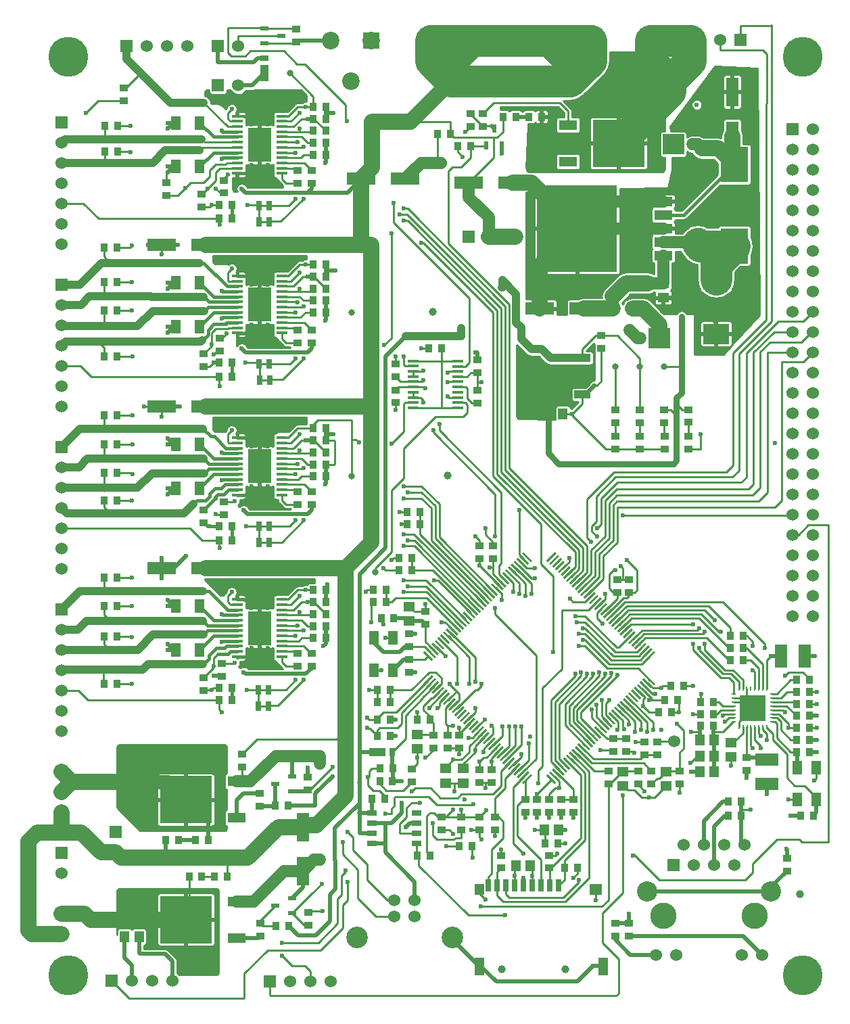
<source format=gtl>
G04 (created by PCBNEW (2013-jul-07)-stable) date Thu 27 Aug 2015 22:32:03 BST*
%MOIN*%
G04 Gerber Fmt 3.4, Leading zero omitted, Abs format*
%FSLAX34Y34*%
G01*
G70*
G90*
G04 APERTURE LIST*
%ADD10C,0.00590551*%
%ADD11C,0.0394*%
%ADD12R,0.0472X0.0866*%
%ADD13R,0.0472X0.0551*%
%ADD14R,0.063X0.0551*%
%ADD15R,0.0276X0.063*%
%ADD16C,0.1969*%
%ADD17R,0.0579X0.0165*%
%ADD18R,0.1181X0.1701*%
%ADD19R,0.0394X0.0236*%
%ADD20R,0.0236X0.0394*%
%ADD21R,0.08X0.144*%
%ADD22R,0.08X0.04*%
%ADD23R,0.1417X0.063*%
%ADD24R,0.0374X0.0394*%
%ADD25R,0.0394X0.0374*%
%ADD26R,0.0453X0.0709*%
%ADD27R,0.0453X0.0571*%
%ADD28R,0.0571X0.0453*%
%ADD29R,0.0906X0.0512*%
%ADD30R,0.2559X0.2323*%
%ADD31R,0.06X0.06*%
%ADD32C,0.06*%
%ADD33R,0.1142X0.0591*%
%ADD34R,0.0591X0.1142*%
%ADD35R,0.0787X0.0433*%
%ADD36R,0.0315X0.0433*%
%ADD37R,0.05X0.025*%
%ADD38R,0.0098X0.0236*%
%ADD39R,0.0236X0.0098*%
%ADD40R,0.1299X0.1299*%
%ADD41R,0.1051X0.1*%
%ADD42R,0.03X0.05*%
%ADD43C,0.1299*%
%ADD44C,0.1*%
%ADD45R,0.0472X0.0709*%
%ADD46C,0.0315*%
%ADD47R,0.025X0.05*%
%ADD48R,0.063X0.1417*%
%ADD49R,0.0787X0.0787*%
%ADD50C,0.0984*%
%ADD51R,0.0433X0.0787*%
%ADD52R,0.0433X0.0315*%
%ADD53C,0.1063*%
%ADD54C,0.0866*%
%ADD55R,0.09X0.045*%
%ADD56R,0.3937X0.4252*%
%ADD57R,0.1339X0.1732*%
%ADD58R,0.129921X0.0984252*%
%ADD59C,0.0236*%
%ADD60C,0.01*%
%ADD61C,0.03*%
%ADD62C,0.02*%
%ADD63C,0.015*%
%ADD64C,0.04*%
%ADD65C,0.15748*%
%ADD66C,0.08*%
%ADD67C,0.06*%
%ADD68C,0.07*%
G04 APERTURE END LIST*
G54D10*
G54D11*
X24140Y1870D03*
X27282Y1870D03*
G54D12*
X23030Y2027D03*
X29132Y2027D03*
G54D13*
X23030Y5807D03*
G54D14*
X28778Y5807D03*
G54D15*
X26947Y6004D03*
X26514Y6004D03*
X26081Y6004D03*
X25648Y6004D03*
X25215Y6004D03*
X24782Y6004D03*
X24349Y6004D03*
X23916Y6004D03*
X23483Y6004D03*
G54D16*
X2754Y1575D03*
G54D17*
X13303Y34515D03*
X13303Y34771D03*
X13303Y35027D03*
X13303Y35283D03*
X11101Y33751D03*
X13303Y33747D03*
X13303Y34003D03*
X13303Y34259D03*
X11099Y35539D03*
X11099Y35283D03*
X11099Y35027D03*
X11099Y34771D03*
X11099Y34515D03*
X11099Y34259D03*
X13303Y35539D03*
X11101Y34003D03*
X13303Y33491D03*
X13303Y35795D03*
X11099Y35795D03*
X11099Y33491D03*
X13303Y33236D03*
X13303Y36050D03*
X11099Y36050D03*
X11099Y33236D03*
G54D18*
X12201Y34643D03*
G54D17*
X13302Y26542D03*
X13302Y26798D03*
X13302Y27054D03*
X13302Y27310D03*
X11100Y25778D03*
X13302Y25774D03*
X13302Y26030D03*
X13302Y26286D03*
X11098Y27566D03*
X11098Y27310D03*
X11098Y27054D03*
X11098Y26798D03*
X11098Y26542D03*
X11098Y26286D03*
X13302Y27566D03*
X11100Y26030D03*
X13302Y25518D03*
X13302Y27822D03*
X11098Y27822D03*
X11098Y25518D03*
X13302Y25263D03*
X13302Y28077D03*
X11098Y28077D03*
X11098Y25263D03*
G54D18*
X12200Y26670D03*
G54D17*
X13302Y18571D03*
X13302Y18827D03*
X13302Y19083D03*
X13302Y19339D03*
X11100Y17807D03*
X13302Y17803D03*
X13302Y18059D03*
X13302Y18315D03*
X11098Y19595D03*
X11098Y19339D03*
X11098Y19083D03*
X11098Y18827D03*
X11098Y18571D03*
X11098Y18315D03*
X13302Y19595D03*
X11100Y18059D03*
X13302Y17547D03*
X13302Y19851D03*
X11098Y19851D03*
X11098Y17547D03*
X13302Y17292D03*
X13302Y20106D03*
X11098Y20106D03*
X11098Y17292D03*
G54D18*
X12200Y18699D03*
G54D17*
X13304Y42391D03*
X13304Y42647D03*
X13304Y42903D03*
X13304Y43159D03*
X11102Y41627D03*
X13304Y41623D03*
X13304Y41879D03*
X13304Y42135D03*
X11100Y43415D03*
X11100Y43159D03*
X11100Y42903D03*
X11100Y42647D03*
X11100Y42391D03*
X11100Y42135D03*
X13304Y43415D03*
X11102Y41879D03*
X13304Y41367D03*
X13304Y43671D03*
X11100Y43671D03*
X11100Y41367D03*
X13304Y41112D03*
X13304Y43926D03*
X11100Y43926D03*
X11100Y41112D03*
G54D18*
X12202Y42519D03*
G54D17*
X19762Y30837D03*
X19762Y30581D03*
X19762Y30325D03*
X19762Y30069D03*
X21964Y31601D03*
X19762Y31605D03*
X19762Y31349D03*
X19762Y31093D03*
X21966Y29813D03*
X21966Y30069D03*
X21966Y30325D03*
X21966Y30581D03*
X21966Y30837D03*
X21966Y31093D03*
X19762Y29813D03*
X21964Y31349D03*
X19762Y31861D03*
X19762Y29557D03*
X21966Y29557D03*
X21966Y31861D03*
G54D19*
X13800Y4645D03*
X12968Y5020D03*
X13800Y5395D03*
X13800Y10649D03*
X12968Y11024D03*
X13800Y11399D03*
G54D20*
X23383Y42478D03*
X23758Y43310D03*
X24133Y42478D03*
G54D21*
X25509Y31106D03*
G54D22*
X28109Y31106D03*
X28109Y32006D03*
X28109Y30206D03*
G54D23*
X17217Y40838D03*
X19383Y40838D03*
X9546Y21654D03*
X7380Y21654D03*
X9546Y37598D03*
X7380Y37598D03*
X9546Y29626D03*
X7380Y29626D03*
X28183Y34438D03*
X26017Y34438D03*
G54D24*
X35411Y18307D03*
X36041Y18307D03*
X39288Y16142D03*
X38658Y16142D03*
X39288Y15551D03*
X38658Y15551D03*
X35411Y17717D03*
X36041Y17717D03*
X35411Y17126D03*
X36041Y17126D03*
X39288Y14370D03*
X38658Y14370D03*
X39288Y14961D03*
X38658Y14961D03*
X33934Y14469D03*
X34564Y14469D03*
X33934Y15059D03*
X34564Y15059D03*
X38658Y13189D03*
X39288Y13189D03*
G54D25*
X22600Y43423D03*
X22600Y44053D03*
X23200Y43423D03*
X23200Y44053D03*
X12202Y9921D03*
X12202Y10551D03*
X18896Y29803D03*
X18896Y30433D03*
G54D24*
X22665Y7938D03*
X22035Y7938D03*
X20096Y23819D03*
X19466Y23819D03*
G54D25*
X19700Y11123D03*
X19700Y11753D03*
G54D24*
X17990Y14173D03*
X18620Y14173D03*
X17990Y13386D03*
X18620Y13386D03*
X39289Y13780D03*
X38659Y13780D03*
X33934Y13878D03*
X34564Y13878D03*
G54D25*
X29722Y4154D03*
X29722Y3524D03*
X30411Y3524D03*
X30411Y4154D03*
G54D24*
X13601Y9942D03*
X12971Y9942D03*
X13640Y4016D03*
X13010Y4016D03*
G54D25*
X12222Y4154D03*
X12222Y3524D03*
X18896Y31713D03*
X18896Y31083D03*
G54D24*
X19703Y21555D03*
X19073Y21555D03*
G54D25*
X31159Y12441D03*
X31159Y13071D03*
G54D24*
X18423Y19980D03*
X17793Y19980D03*
X38856Y9449D03*
X39486Y9449D03*
X39289Y12598D03*
X38659Y12598D03*
X35313Y10138D03*
X35943Y10138D03*
X35313Y9449D03*
X35943Y9449D03*
X19703Y22146D03*
X19073Y22146D03*
X20096Y24409D03*
X19466Y24409D03*
G54D25*
X31789Y12441D03*
X31789Y13071D03*
G54D24*
X18423Y20571D03*
X17793Y20571D03*
G54D25*
X9447Y31575D03*
X9447Y32205D03*
G54D24*
X15470Y35433D03*
X14840Y35433D03*
X14841Y34839D03*
X15471Y34839D03*
X18620Y15650D03*
X17990Y15650D03*
X14840Y34252D03*
X15470Y34252D03*
G54D25*
X14762Y33382D03*
X14762Y32752D03*
G54D24*
X14840Y36024D03*
X15470Y36024D03*
G54D25*
X14073Y32752D03*
X14073Y33382D03*
X9447Y15630D03*
X9447Y16260D03*
G54D24*
X15470Y19390D03*
X14840Y19390D03*
X14839Y18796D03*
X15469Y18796D03*
G54D25*
X21159Y9370D03*
X21159Y8740D03*
G54D24*
X14840Y18209D03*
X15470Y18209D03*
G54D25*
X14760Y17438D03*
X14760Y16808D03*
G54D24*
X14840Y19980D03*
X15470Y19980D03*
G54D25*
X14071Y16808D03*
X14071Y17438D03*
X9348Y39449D03*
X9348Y40079D03*
G54D24*
X15470Y43209D03*
X14840Y43209D03*
X14842Y42617D03*
X15472Y42617D03*
X14840Y42028D03*
X15470Y42028D03*
G54D25*
X14763Y41258D03*
X14763Y40628D03*
G54D24*
X14840Y43799D03*
X15470Y43799D03*
G54D25*
X14074Y40628D03*
X14074Y41258D03*
X9447Y23898D03*
X9447Y24528D03*
G54D24*
X15470Y27362D03*
X14840Y27362D03*
X14840Y26768D03*
X15470Y26768D03*
X14840Y26181D03*
X15470Y26181D03*
G54D25*
X14761Y25410D03*
X14761Y24780D03*
G54D24*
X14840Y27953D03*
X15470Y27953D03*
G54D25*
X14072Y24780D03*
X14072Y25410D03*
X22144Y9370D03*
X22144Y8740D03*
G54D26*
X9250Y41437D03*
X8068Y41437D03*
G54D27*
X33895Y12402D03*
X34603Y12402D03*
X33895Y13189D03*
X34603Y13189D03*
G54D24*
X18135Y11138D03*
X18750Y11138D03*
G54D28*
X35431Y13052D03*
X35431Y12344D03*
G54D27*
X26435Y29248D03*
X27143Y29248D03*
G54D26*
X9250Y25591D03*
X8068Y25591D03*
X9250Y27756D03*
X8068Y27756D03*
X9250Y43602D03*
X8068Y43602D03*
X9250Y33563D03*
X8068Y33563D03*
X9250Y17618D03*
X8068Y17618D03*
X9250Y35728D03*
X8068Y35728D03*
X9250Y19783D03*
X8068Y19783D03*
G54D25*
X22932Y31279D03*
X22932Y31909D03*
G54D29*
X11063Y3431D03*
G54D30*
X8563Y4331D03*
G54D29*
X11063Y5231D03*
X11061Y9336D03*
G54D30*
X8561Y10236D03*
G54D29*
X11061Y11136D03*
X27400Y43488D03*
G54D30*
X29900Y42588D03*
G54D29*
X27400Y41688D03*
G54D24*
X8187Y8268D03*
X7557Y8268D03*
X9985Y6438D03*
X10615Y6438D03*
X24821Y43898D03*
X24191Y43898D03*
X8735Y6438D03*
X9350Y6438D03*
X9663Y8268D03*
X9048Y8268D03*
X26100Y43898D03*
X25485Y43898D03*
G54D31*
X2429Y43625D03*
G54D32*
X2429Y42625D03*
X2429Y41625D03*
X2429Y40625D03*
X2429Y39625D03*
X2429Y38625D03*
X2429Y37625D03*
G54D31*
X2429Y35625D03*
G54D32*
X2429Y34625D03*
X2429Y33625D03*
X2429Y32625D03*
X2429Y31625D03*
X2429Y30625D03*
X2429Y29625D03*
G54D31*
X2429Y27625D03*
G54D32*
X2429Y26625D03*
X2429Y25625D03*
X2429Y24625D03*
X2429Y23625D03*
X2429Y22625D03*
X2429Y21625D03*
G54D31*
X2429Y19625D03*
G54D32*
X2429Y18625D03*
X2429Y17625D03*
X2429Y16625D03*
X2429Y15625D03*
X2429Y14625D03*
X2429Y13625D03*
G54D31*
X35900Y47688D03*
G54D32*
X34900Y47688D03*
G54D25*
X22932Y30432D03*
X22932Y29802D03*
X36218Y12323D03*
X36218Y11693D03*
G54D33*
X37203Y12205D03*
X37203Y11023D03*
G54D34*
X37891Y17323D03*
X39073Y17323D03*
G54D27*
X34604Y11614D03*
X33896Y11614D03*
G54D24*
X10844Y31791D03*
X10214Y31791D03*
X10844Y39567D03*
X10214Y39567D03*
X10844Y15748D03*
X10214Y15748D03*
X10844Y23720D03*
X10214Y23720D03*
X10214Y31102D03*
X10829Y31102D03*
X10214Y38878D03*
X10829Y38878D03*
X10214Y15157D03*
X10829Y15157D03*
X10214Y23031D03*
X10829Y23031D03*
X14840Y28543D03*
X15470Y28543D03*
X14840Y44390D03*
X15470Y44390D03*
X14840Y36614D03*
X15470Y36614D03*
X14840Y20571D03*
X15470Y20571D03*
G54D27*
X25549Y6988D03*
X24841Y6988D03*
G54D35*
X18000Y12588D03*
G54D36*
X18748Y12588D03*
G54D25*
X32911Y11024D03*
X32911Y11654D03*
X30864Y11024D03*
X30864Y11654D03*
G54D24*
X18187Y19193D03*
X18817Y19193D03*
G54D25*
X27655Y10256D03*
X27655Y9626D03*
G54D24*
X26258Y8071D03*
X26888Y8071D03*
G54D25*
X20766Y13406D03*
X20766Y12776D03*
G54D10*
G36*
X25553Y21954D02*
X25135Y22372D01*
X25213Y22450D01*
X25631Y22032D01*
X25553Y21954D01*
X25553Y21954D01*
G37*
G36*
X25414Y21815D02*
X24996Y22232D01*
X25074Y22310D01*
X25492Y21892D01*
X25414Y21815D01*
X25414Y21815D01*
G37*
G36*
X25275Y21675D02*
X24857Y22093D01*
X24935Y22171D01*
X25353Y21753D01*
X25275Y21675D01*
X25275Y21675D01*
G37*
G36*
X25135Y21536D02*
X24718Y21954D01*
X24795Y22032D01*
X25213Y21614D01*
X25135Y21536D01*
X25135Y21536D01*
G37*
G36*
X24996Y21397D02*
X24578Y21815D01*
X24656Y21892D01*
X25074Y21474D01*
X24996Y21397D01*
X24996Y21397D01*
G37*
G36*
X24858Y21258D02*
X24440Y21676D01*
X24517Y21754D01*
X24935Y21336D01*
X24858Y21258D01*
X24858Y21258D01*
G37*
G36*
X24718Y21119D02*
X24300Y21537D01*
X24378Y21614D01*
X24796Y21197D01*
X24718Y21119D01*
X24718Y21119D01*
G37*
G36*
X24579Y20979D02*
X24161Y21397D01*
X24239Y21475D01*
X24657Y21057D01*
X24579Y20979D01*
X24579Y20979D01*
G37*
G36*
X24440Y20840D02*
X24022Y21258D01*
X24100Y21336D01*
X24517Y20918D01*
X24440Y20840D01*
X24440Y20840D01*
G37*
G36*
X24300Y20701D02*
X23882Y21119D01*
X23960Y21197D01*
X24378Y20779D01*
X24300Y20701D01*
X24300Y20701D01*
G37*
G36*
X24161Y20562D02*
X23743Y20979D01*
X23821Y21057D01*
X24239Y20639D01*
X24161Y20562D01*
X24161Y20562D01*
G37*
G36*
X24022Y20423D02*
X23605Y20841D01*
X23682Y20919D01*
X24100Y20501D01*
X24022Y20423D01*
X24022Y20423D01*
G37*
G36*
X23883Y20284D02*
X23465Y20702D01*
X23543Y20779D01*
X23961Y20361D01*
X23883Y20284D01*
X23883Y20284D01*
G37*
G36*
X23744Y20144D02*
X23326Y20562D01*
X23404Y20640D01*
X23822Y20222D01*
X23744Y20144D01*
X23744Y20144D01*
G37*
G36*
X23605Y20005D02*
X23187Y20423D01*
X23264Y20501D01*
X23682Y20083D01*
X23605Y20005D01*
X23605Y20005D01*
G37*
G36*
X23465Y19866D02*
X23047Y20284D01*
X23125Y20361D01*
X23543Y19944D01*
X23465Y19866D01*
X23465Y19866D01*
G37*
G36*
X23326Y19726D02*
X22908Y20144D01*
X22986Y20222D01*
X23404Y19804D01*
X23326Y19726D01*
X23326Y19726D01*
G37*
G36*
X23187Y19587D02*
X22769Y20005D01*
X22847Y20083D01*
X23264Y19665D01*
X23187Y19587D01*
X23187Y19587D01*
G37*
G36*
X23048Y19449D02*
X22630Y19866D01*
X22708Y19944D01*
X23126Y19526D01*
X23048Y19449D01*
X23048Y19449D01*
G37*
G36*
X22909Y19309D02*
X22491Y19727D01*
X22569Y19805D01*
X22987Y19387D01*
X22909Y19309D01*
X22909Y19309D01*
G37*
G36*
X22769Y19170D02*
X22352Y19588D01*
X22429Y19666D01*
X22847Y19248D01*
X22769Y19170D01*
X22769Y19170D01*
G37*
G36*
X22630Y19031D02*
X22212Y19449D01*
X22290Y19526D01*
X22708Y19108D01*
X22630Y19031D01*
X22630Y19031D01*
G37*
G36*
X22491Y18891D02*
X22073Y19309D01*
X22151Y19387D01*
X22569Y18969D01*
X22491Y18891D01*
X22491Y18891D01*
G37*
G36*
X22352Y18752D02*
X21934Y19170D01*
X22011Y19248D01*
X22429Y18830D01*
X22352Y18752D01*
X22352Y18752D01*
G37*
G36*
X22212Y18613D02*
X21794Y19031D01*
X21872Y19108D01*
X22290Y18691D01*
X22212Y18613D01*
X22212Y18613D01*
G37*
G36*
X22074Y18474D02*
X21656Y18892D01*
X21734Y18970D01*
X22151Y18552D01*
X22074Y18474D01*
X22074Y18474D01*
G37*
G36*
X21934Y18335D02*
X21516Y18753D01*
X21594Y18831D01*
X22012Y18413D01*
X21934Y18335D01*
X21934Y18335D01*
G37*
G36*
X21795Y18196D02*
X21377Y18613D01*
X21455Y18691D01*
X21873Y18273D01*
X21795Y18196D01*
X21795Y18196D01*
G37*
G36*
X21656Y18056D02*
X21238Y18474D01*
X21316Y18552D01*
X21734Y18134D01*
X21656Y18056D01*
X21656Y18056D01*
G37*
G36*
X21516Y17917D02*
X21099Y18335D01*
X21176Y18413D01*
X21594Y17995D01*
X21516Y17917D01*
X21516Y17917D01*
G37*
G36*
X21377Y17778D02*
X20959Y18196D01*
X21037Y18273D01*
X21455Y17855D01*
X21377Y17778D01*
X21377Y17778D01*
G37*
G36*
X21239Y17639D02*
X20821Y18057D01*
X20898Y18135D01*
X21316Y17717D01*
X21239Y17639D01*
X21239Y17639D01*
G37*
G36*
X21099Y17500D02*
X20681Y17918D01*
X20759Y17995D01*
X21177Y17578D01*
X21099Y17500D01*
X21099Y17500D01*
G37*
G36*
X20960Y17360D02*
X20542Y17778D01*
X20620Y17856D01*
X21038Y17438D01*
X20960Y17360D01*
X20960Y17360D01*
G37*
G36*
X20821Y17221D02*
X20403Y17639D01*
X20481Y17717D01*
X20898Y17299D01*
X20821Y17221D01*
X20821Y17221D01*
G37*
G36*
X20681Y17082D02*
X20263Y17500D01*
X20341Y17578D01*
X20759Y17160D01*
X20681Y17082D01*
X20681Y17082D01*
G37*
G36*
X26750Y11013D02*
X26332Y11431D01*
X26410Y11509D01*
X26828Y11091D01*
X26750Y11013D01*
X26750Y11013D01*
G37*
G36*
X26889Y11153D02*
X26471Y11571D01*
X26549Y11648D01*
X26967Y11231D01*
X26889Y11153D01*
X26889Y11153D01*
G37*
G36*
X27028Y11292D02*
X26610Y11710D01*
X26688Y11788D01*
X27106Y11370D01*
X27028Y11292D01*
X27028Y11292D01*
G37*
G36*
X27168Y11431D02*
X26750Y11849D01*
X26828Y11927D01*
X27245Y11509D01*
X27168Y11431D01*
X27168Y11431D01*
G37*
G36*
X27307Y11571D02*
X26889Y11989D01*
X26967Y12066D01*
X27385Y11648D01*
X27307Y11571D01*
X27307Y11571D01*
G37*
G36*
X27446Y11709D02*
X27028Y12127D01*
X27105Y12205D01*
X27523Y11787D01*
X27446Y11709D01*
X27446Y11709D01*
G37*
G36*
X27585Y11849D02*
X27167Y12266D01*
X27245Y12344D01*
X27663Y11926D01*
X27585Y11849D01*
X27585Y11849D01*
G37*
G36*
X27724Y11988D02*
X27306Y12406D01*
X27384Y12484D01*
X27802Y12066D01*
X27724Y11988D01*
X27724Y11988D01*
G37*
G36*
X27863Y12127D02*
X27446Y12545D01*
X27523Y12623D01*
X27941Y12205D01*
X27863Y12127D01*
X27863Y12127D01*
G37*
G36*
X28003Y12266D02*
X27585Y12684D01*
X27663Y12762D01*
X28081Y12344D01*
X28003Y12266D01*
X28003Y12266D01*
G37*
G36*
X28142Y12406D02*
X27724Y12824D01*
X27802Y12901D01*
X28220Y12484D01*
X28142Y12406D01*
X28142Y12406D01*
G37*
G36*
X28281Y12544D02*
X27863Y12962D01*
X27941Y13040D01*
X28358Y12622D01*
X28281Y12544D01*
X28281Y12544D01*
G37*
G36*
X28420Y12684D02*
X28002Y13102D01*
X28080Y13179D01*
X28498Y12761D01*
X28420Y12684D01*
X28420Y12684D01*
G37*
G36*
X28559Y12823D02*
X28141Y13241D01*
X28219Y13319D01*
X28637Y12901D01*
X28559Y12823D01*
X28559Y12823D01*
G37*
G36*
X28699Y12962D02*
X28281Y13380D01*
X28358Y13458D01*
X28776Y13040D01*
X28699Y12962D01*
X28699Y12962D01*
G37*
G36*
X28838Y13102D02*
X28420Y13519D01*
X28498Y13597D01*
X28916Y13179D01*
X28838Y13102D01*
X28838Y13102D01*
G37*
G36*
X28977Y13241D02*
X28559Y13659D01*
X28637Y13737D01*
X29055Y13319D01*
X28977Y13241D01*
X28977Y13241D01*
G37*
G36*
X29116Y13380D02*
X28699Y13798D01*
X28776Y13876D01*
X29194Y13458D01*
X29116Y13380D01*
X29116Y13380D01*
G37*
G36*
X29255Y13519D02*
X28837Y13937D01*
X28915Y14014D01*
X29333Y13597D01*
X29255Y13519D01*
X29255Y13519D01*
G37*
G36*
X29394Y13658D02*
X28976Y14076D01*
X29054Y14154D01*
X29472Y13736D01*
X29394Y13658D01*
X29394Y13658D01*
G37*
G36*
X29534Y13797D02*
X29116Y14215D01*
X29194Y14293D01*
X29611Y13875D01*
X29534Y13797D01*
X29534Y13797D01*
G37*
G36*
X29673Y13937D02*
X29255Y14355D01*
X29333Y14432D01*
X29751Y14014D01*
X29673Y13937D01*
X29673Y13937D01*
G37*
G36*
X29812Y14076D02*
X29394Y14494D01*
X29472Y14572D01*
X29890Y14154D01*
X29812Y14076D01*
X29812Y14076D01*
G37*
G36*
X29952Y14215D02*
X29534Y14633D01*
X29611Y14711D01*
X30029Y14293D01*
X29952Y14215D01*
X29952Y14215D01*
G37*
G36*
X30091Y14355D02*
X29673Y14772D01*
X29751Y14850D01*
X30169Y14432D01*
X30091Y14355D01*
X30091Y14355D01*
G37*
G36*
X30229Y14493D02*
X29812Y14911D01*
X29889Y14989D01*
X30307Y14571D01*
X30229Y14493D01*
X30229Y14493D01*
G37*
G36*
X30369Y14632D02*
X29951Y15050D01*
X30029Y15128D01*
X30447Y14710D01*
X30369Y14632D01*
X30369Y14632D01*
G37*
G36*
X30508Y14772D02*
X30090Y15190D01*
X30168Y15267D01*
X30586Y14850D01*
X30508Y14772D01*
X30508Y14772D01*
G37*
G36*
X30647Y14911D02*
X30229Y15329D01*
X30307Y15407D01*
X30725Y14989D01*
X30647Y14911D01*
X30647Y14911D01*
G37*
G36*
X30787Y15050D02*
X30369Y15468D01*
X30447Y15546D01*
X30864Y15128D01*
X30787Y15050D01*
X30787Y15050D01*
G37*
G36*
X30926Y15190D02*
X30508Y15608D01*
X30586Y15685D01*
X31004Y15267D01*
X30926Y15190D01*
X30926Y15190D01*
G37*
G36*
X31065Y15328D02*
X30647Y15746D01*
X30724Y15824D01*
X31142Y15406D01*
X31065Y15328D01*
X31065Y15328D01*
G37*
G36*
X31204Y15468D02*
X30786Y15885D01*
X30864Y15963D01*
X31282Y15545D01*
X31204Y15468D01*
X31204Y15468D01*
G37*
G36*
X31343Y15607D02*
X30925Y16025D01*
X31003Y16103D01*
X31421Y15685D01*
X31343Y15607D01*
X31343Y15607D01*
G37*
G36*
X31482Y15746D02*
X31065Y16164D01*
X31142Y16242D01*
X31560Y15824D01*
X31482Y15746D01*
X31482Y15746D01*
G37*
G36*
X31622Y15885D02*
X31204Y16303D01*
X31282Y16381D01*
X31700Y15963D01*
X31622Y15885D01*
X31622Y15885D01*
G37*
G36*
X20341Y15885D02*
X20263Y15963D01*
X20681Y16381D01*
X20759Y16303D01*
X20341Y15885D01*
X20341Y15885D01*
G37*
G36*
X20481Y15746D02*
X20403Y15824D01*
X20821Y16242D01*
X20898Y16164D01*
X20481Y15746D01*
X20481Y15746D01*
G37*
G36*
X20620Y15607D02*
X20542Y15685D01*
X20960Y16103D01*
X21038Y16025D01*
X20620Y15607D01*
X20620Y15607D01*
G37*
G36*
X20759Y15468D02*
X20681Y15545D01*
X21099Y15963D01*
X21177Y15885D01*
X20759Y15468D01*
X20759Y15468D01*
G37*
G36*
X20898Y15328D02*
X20821Y15406D01*
X21239Y15824D01*
X21316Y15746D01*
X20898Y15328D01*
X20898Y15328D01*
G37*
G36*
X21037Y15190D02*
X20959Y15267D01*
X21377Y15685D01*
X21455Y15608D01*
X21037Y15190D01*
X21037Y15190D01*
G37*
G36*
X21176Y15050D02*
X21099Y15128D01*
X21516Y15546D01*
X21594Y15468D01*
X21176Y15050D01*
X21176Y15050D01*
G37*
G36*
X21316Y14911D02*
X21238Y14989D01*
X21656Y15407D01*
X21734Y15329D01*
X21316Y14911D01*
X21316Y14911D01*
G37*
G36*
X21455Y14772D02*
X21377Y14850D01*
X21795Y15267D01*
X21873Y15190D01*
X21455Y14772D01*
X21455Y14772D01*
G37*
G36*
X21594Y14632D02*
X21516Y14710D01*
X21934Y15128D01*
X22012Y15050D01*
X21594Y14632D01*
X21594Y14632D01*
G37*
G36*
X21734Y14493D02*
X21656Y14571D01*
X22074Y14989D01*
X22151Y14911D01*
X21734Y14493D01*
X21734Y14493D01*
G37*
G36*
X21872Y14355D02*
X21794Y14432D01*
X22212Y14850D01*
X22290Y14772D01*
X21872Y14355D01*
X21872Y14355D01*
G37*
G36*
X22011Y14215D02*
X21934Y14293D01*
X22352Y14711D01*
X22429Y14633D01*
X22011Y14215D01*
X22011Y14215D01*
G37*
G36*
X22151Y14076D02*
X22073Y14154D01*
X22491Y14572D01*
X22569Y14494D01*
X22151Y14076D01*
X22151Y14076D01*
G37*
G36*
X22290Y13937D02*
X22212Y14014D01*
X22630Y14432D01*
X22708Y14355D01*
X22290Y13937D01*
X22290Y13937D01*
G37*
G36*
X22429Y13797D02*
X22352Y13875D01*
X22769Y14293D01*
X22847Y14215D01*
X22429Y13797D01*
X22429Y13797D01*
G37*
G36*
X22569Y13658D02*
X22491Y13736D01*
X22909Y14154D01*
X22987Y14076D01*
X22569Y13658D01*
X22569Y13658D01*
G37*
G36*
X22708Y13519D02*
X22630Y13597D01*
X23048Y14014D01*
X23126Y13937D01*
X22708Y13519D01*
X22708Y13519D01*
G37*
G36*
X22847Y13380D02*
X22769Y13458D01*
X23187Y13876D01*
X23264Y13798D01*
X22847Y13380D01*
X22847Y13380D01*
G37*
G36*
X22986Y13241D02*
X22908Y13319D01*
X23326Y13737D01*
X23404Y13659D01*
X22986Y13241D01*
X22986Y13241D01*
G37*
G36*
X23125Y13102D02*
X23047Y13179D01*
X23465Y13597D01*
X23543Y13519D01*
X23125Y13102D01*
X23125Y13102D01*
G37*
G36*
X23264Y12962D02*
X23187Y13040D01*
X23605Y13458D01*
X23682Y13380D01*
X23264Y12962D01*
X23264Y12962D01*
G37*
G36*
X23404Y12823D02*
X23326Y12901D01*
X23744Y13319D01*
X23822Y13241D01*
X23404Y12823D01*
X23404Y12823D01*
G37*
G36*
X23543Y12684D02*
X23465Y12761D01*
X23883Y13179D01*
X23961Y13102D01*
X23543Y12684D01*
X23543Y12684D01*
G37*
G36*
X23682Y12544D02*
X23605Y12622D01*
X24022Y13040D01*
X24100Y12962D01*
X23682Y12544D01*
X23682Y12544D01*
G37*
G36*
X23821Y12406D02*
X23743Y12484D01*
X24161Y12901D01*
X24239Y12824D01*
X23821Y12406D01*
X23821Y12406D01*
G37*
G36*
X23960Y12266D02*
X23882Y12344D01*
X24300Y12762D01*
X24378Y12684D01*
X23960Y12266D01*
X23960Y12266D01*
G37*
G36*
X24100Y12127D02*
X24022Y12205D01*
X24440Y12623D01*
X24517Y12545D01*
X24100Y12127D01*
X24100Y12127D01*
G37*
G36*
X24239Y11988D02*
X24161Y12066D01*
X24579Y12484D01*
X24657Y12406D01*
X24239Y11988D01*
X24239Y11988D01*
G37*
G36*
X24378Y11849D02*
X24300Y11926D01*
X24718Y12344D01*
X24796Y12266D01*
X24378Y11849D01*
X24378Y11849D01*
G37*
G36*
X24517Y11709D02*
X24440Y11787D01*
X24858Y12205D01*
X24935Y12127D01*
X24517Y11709D01*
X24517Y11709D01*
G37*
G36*
X24656Y11571D02*
X24578Y11648D01*
X24996Y12066D01*
X25074Y11989D01*
X24656Y11571D01*
X24656Y11571D01*
G37*
G36*
X24795Y11431D02*
X24718Y11509D01*
X25135Y11927D01*
X25213Y11849D01*
X24795Y11431D01*
X24795Y11431D01*
G37*
G36*
X24935Y11292D02*
X24857Y11370D01*
X25275Y11788D01*
X25353Y11710D01*
X24935Y11292D01*
X24935Y11292D01*
G37*
G36*
X25074Y11153D02*
X24996Y11231D01*
X25414Y11648D01*
X25492Y11571D01*
X25074Y11153D01*
X25074Y11153D01*
G37*
G36*
X25213Y11013D02*
X25135Y11091D01*
X25553Y11509D01*
X25631Y11431D01*
X25213Y11013D01*
X25213Y11013D01*
G37*
G36*
X31282Y17082D02*
X31204Y17160D01*
X31622Y17578D01*
X31700Y17500D01*
X31282Y17082D01*
X31282Y17082D01*
G37*
G36*
X31142Y17221D02*
X31065Y17299D01*
X31482Y17717D01*
X31560Y17639D01*
X31142Y17221D01*
X31142Y17221D01*
G37*
G36*
X31003Y17360D02*
X30925Y17438D01*
X31343Y17856D01*
X31421Y17778D01*
X31003Y17360D01*
X31003Y17360D01*
G37*
G36*
X30864Y17500D02*
X30786Y17578D01*
X31204Y17995D01*
X31282Y17918D01*
X30864Y17500D01*
X30864Y17500D01*
G37*
G36*
X30724Y17639D02*
X30647Y17717D01*
X31065Y18135D01*
X31142Y18057D01*
X30724Y17639D01*
X30724Y17639D01*
G37*
G36*
X30586Y17778D02*
X30508Y17855D01*
X30926Y18273D01*
X31004Y18196D01*
X30586Y17778D01*
X30586Y17778D01*
G37*
G36*
X30447Y17917D02*
X30369Y17995D01*
X30787Y18413D01*
X30864Y18335D01*
X30447Y17917D01*
X30447Y17917D01*
G37*
G36*
X30307Y18056D02*
X30229Y18134D01*
X30647Y18552D01*
X30725Y18474D01*
X30307Y18056D01*
X30307Y18056D01*
G37*
G36*
X30168Y18196D02*
X30090Y18273D01*
X30508Y18691D01*
X30586Y18613D01*
X30168Y18196D01*
X30168Y18196D01*
G37*
G36*
X30029Y18335D02*
X29951Y18413D01*
X30369Y18831D01*
X30447Y18753D01*
X30029Y18335D01*
X30029Y18335D01*
G37*
G36*
X29889Y18474D02*
X29812Y18552D01*
X30229Y18970D01*
X30307Y18892D01*
X29889Y18474D01*
X29889Y18474D01*
G37*
G36*
X29751Y18613D02*
X29673Y18691D01*
X30091Y19108D01*
X30169Y19031D01*
X29751Y18613D01*
X29751Y18613D01*
G37*
G36*
X29611Y18752D02*
X29534Y18830D01*
X29952Y19248D01*
X30029Y19170D01*
X29611Y18752D01*
X29611Y18752D01*
G37*
G36*
X29472Y18891D02*
X29394Y18969D01*
X29812Y19387D01*
X29890Y19309D01*
X29472Y18891D01*
X29472Y18891D01*
G37*
G36*
X29333Y19031D02*
X29255Y19108D01*
X29673Y19526D01*
X29751Y19449D01*
X29333Y19031D01*
X29333Y19031D01*
G37*
G36*
X29194Y19170D02*
X29116Y19248D01*
X29534Y19666D01*
X29611Y19588D01*
X29194Y19170D01*
X29194Y19170D01*
G37*
G36*
X29054Y19309D02*
X28976Y19387D01*
X29394Y19805D01*
X29472Y19727D01*
X29054Y19309D01*
X29054Y19309D01*
G37*
G36*
X28915Y19449D02*
X28837Y19526D01*
X29255Y19944D01*
X29333Y19866D01*
X28915Y19449D01*
X28915Y19449D01*
G37*
G36*
X28776Y19587D02*
X28699Y19665D01*
X29116Y20083D01*
X29194Y20005D01*
X28776Y19587D01*
X28776Y19587D01*
G37*
G36*
X28637Y19726D02*
X28559Y19804D01*
X28977Y20222D01*
X29055Y20144D01*
X28637Y19726D01*
X28637Y19726D01*
G37*
G36*
X28498Y19866D02*
X28420Y19944D01*
X28838Y20361D01*
X28916Y20284D01*
X28498Y19866D01*
X28498Y19866D01*
G37*
G36*
X28358Y20005D02*
X28281Y20083D01*
X28699Y20501D01*
X28776Y20423D01*
X28358Y20005D01*
X28358Y20005D01*
G37*
G36*
X28219Y20144D02*
X28141Y20222D01*
X28559Y20640D01*
X28637Y20562D01*
X28219Y20144D01*
X28219Y20144D01*
G37*
G36*
X28080Y20284D02*
X28002Y20361D01*
X28420Y20779D01*
X28498Y20702D01*
X28080Y20284D01*
X28080Y20284D01*
G37*
G36*
X27941Y20423D02*
X27863Y20501D01*
X28281Y20919D01*
X28358Y20841D01*
X27941Y20423D01*
X27941Y20423D01*
G37*
G36*
X27802Y20562D02*
X27724Y20639D01*
X28142Y21057D01*
X28220Y20979D01*
X27802Y20562D01*
X27802Y20562D01*
G37*
G36*
X27663Y20701D02*
X27585Y20779D01*
X28003Y21197D01*
X28081Y21119D01*
X27663Y20701D01*
X27663Y20701D01*
G37*
G36*
X27523Y20840D02*
X27446Y20918D01*
X27863Y21336D01*
X27941Y21258D01*
X27523Y20840D01*
X27523Y20840D01*
G37*
G36*
X27384Y20979D02*
X27306Y21057D01*
X27724Y21475D01*
X27802Y21397D01*
X27384Y20979D01*
X27384Y20979D01*
G37*
G36*
X27245Y21119D02*
X27167Y21197D01*
X27585Y21614D01*
X27663Y21537D01*
X27245Y21119D01*
X27245Y21119D01*
G37*
G36*
X27105Y21258D02*
X27028Y21336D01*
X27446Y21754D01*
X27523Y21676D01*
X27105Y21258D01*
X27105Y21258D01*
G37*
G36*
X26967Y21397D02*
X26889Y21474D01*
X27307Y21892D01*
X27385Y21815D01*
X26967Y21397D01*
X26967Y21397D01*
G37*
G36*
X26828Y21536D02*
X26750Y21614D01*
X27168Y22032D01*
X27245Y21954D01*
X26828Y21536D01*
X26828Y21536D01*
G37*
G36*
X26688Y21675D02*
X26610Y21753D01*
X27028Y22171D01*
X27106Y22093D01*
X26688Y21675D01*
X26688Y21675D01*
G37*
G36*
X26549Y21815D02*
X26471Y21892D01*
X26889Y22310D01*
X26967Y22232D01*
X26549Y21815D01*
X26549Y21815D01*
G37*
G36*
X26410Y21954D02*
X26332Y22032D01*
X26750Y22450D01*
X26828Y22372D01*
X26410Y21954D01*
X26410Y21954D01*
G37*
G54D28*
X21356Y11771D03*
X21356Y11063D03*
X19585Y19036D03*
X19585Y19744D03*
G54D27*
X26219Y8760D03*
X26927Y8760D03*
G54D28*
X19978Y13445D03*
X19978Y12737D03*
X30116Y11634D03*
X30116Y10926D03*
X32222Y11614D03*
X32222Y10906D03*
G54D24*
X31868Y14567D03*
X32498Y14567D03*
X18765Y11788D03*
X18135Y11788D03*
G54D25*
X19585Y17795D03*
X19585Y18425D03*
X19585Y17146D03*
X19585Y16516D03*
X23620Y11732D03*
X23620Y11102D03*
G54D24*
X32163Y15157D03*
X32793Y15157D03*
G54D25*
X29821Y20453D03*
X29821Y21083D03*
X30411Y20453D03*
X30411Y21083D03*
X21455Y13406D03*
X21455Y12776D03*
X23029Y11732D03*
X23029Y11102D03*
X22045Y13406D03*
X22045Y12776D03*
X20372Y18878D03*
X20372Y19508D03*
X23029Y22126D03*
X23029Y22756D03*
G54D24*
X18620Y15059D03*
X17990Y15059D03*
G54D25*
X27065Y10256D03*
X27065Y9626D03*
X23029Y9370D03*
X23029Y8740D03*
X25884Y10256D03*
X25884Y9626D03*
X23718Y22126D03*
X23718Y22756D03*
G54D24*
X20588Y14173D03*
X19958Y14173D03*
G54D25*
X26474Y9626D03*
X26474Y10256D03*
G54D28*
X22242Y11771D03*
X22242Y11063D03*
G54D24*
X20550Y32480D03*
X21180Y32480D03*
G54D31*
X38474Y43299D03*
G54D32*
X39474Y43299D03*
X38474Y38299D03*
X39474Y42299D03*
X38474Y37299D03*
X39474Y41299D03*
X38474Y36299D03*
X39474Y40299D03*
X38474Y35299D03*
X39474Y39299D03*
X38474Y34299D03*
X39474Y38299D03*
X38474Y33299D03*
X39474Y37299D03*
X38474Y32299D03*
X39474Y36299D03*
X38474Y31299D03*
X39474Y35299D03*
X38474Y30299D03*
X39474Y34299D03*
X38474Y29299D03*
X39474Y33299D03*
X38474Y28299D03*
X39474Y32299D03*
X39474Y31299D03*
X38474Y27299D03*
X39474Y30299D03*
X39474Y28299D03*
X39474Y27299D03*
X39474Y26299D03*
X39474Y25299D03*
X38474Y26299D03*
X38474Y25299D03*
X38474Y42299D03*
X38474Y41299D03*
X38474Y40299D03*
X38474Y39299D03*
X38474Y24299D03*
X39474Y24299D03*
X39474Y29299D03*
X38474Y23299D03*
X39474Y23299D03*
X38474Y22299D03*
X39474Y22299D03*
X38474Y21299D03*
X39474Y21299D03*
X38474Y20299D03*
X39474Y20299D03*
X38474Y19299D03*
X39474Y19299D03*
G54D37*
X19950Y8088D03*
X19950Y8588D03*
X19950Y9088D03*
X19950Y9588D03*
X17750Y9588D03*
X17750Y9088D03*
X17750Y8588D03*
X17750Y8088D03*
G54D24*
X20615Y7488D03*
X19985Y7488D03*
X17735Y10288D03*
X18365Y10288D03*
G54D25*
X14000Y48203D03*
X14000Y47573D03*
G54D38*
X35826Y13820D03*
X36023Y13820D03*
X36220Y13820D03*
X36417Y13820D03*
X36613Y13820D03*
X36810Y13820D03*
X37007Y13820D03*
X37204Y13820D03*
G54D39*
X37460Y14862D03*
X37460Y15058D03*
X37460Y15255D03*
X37460Y15452D03*
G54D40*
X36514Y14764D03*
G54D39*
X37460Y14075D03*
X37460Y14272D03*
X37460Y14469D03*
X37460Y14665D03*
G54D38*
X37202Y15708D03*
X37005Y15709D03*
X36809Y15709D03*
X36612Y15709D03*
X36415Y15709D03*
X36218Y15709D03*
X36021Y15709D03*
X35824Y15709D03*
G54D39*
X35569Y15453D03*
X35569Y15256D03*
X35569Y15059D03*
X35569Y14863D03*
X35569Y14666D03*
X35569Y14469D03*
X35569Y14272D03*
X35569Y14075D03*
G54D24*
X5165Y29188D03*
X4535Y29188D03*
G54D41*
X31900Y32988D03*
G54D42*
X30974Y32988D03*
G54D41*
X32600Y42538D03*
G54D42*
X33526Y42538D03*
G54D25*
X10234Y32362D03*
X10234Y32992D03*
X10431Y40138D03*
X10431Y40768D03*
X10333Y16319D03*
X10333Y16949D03*
X10431Y24291D03*
X10431Y24921D03*
G54D43*
X32098Y4528D03*
X36598Y4528D03*
G54D32*
X36098Y8028D03*
X35600Y7028D03*
X35098Y8028D03*
X34600Y7028D03*
X34098Y8028D03*
X33600Y7028D03*
X33098Y8028D03*
G54D44*
X31298Y5729D03*
X37398Y5728D03*
G54D32*
X35956Y2599D03*
X32740Y2599D03*
X36956Y2599D03*
X31740Y2599D03*
G54D31*
X32600Y7028D03*
G54D45*
X38699Y11811D03*
X38699Y10237D03*
X39643Y10237D03*
X39643Y11811D03*
X18777Y16634D03*
X18777Y18208D03*
X17833Y18208D03*
X17833Y16634D03*
G54D46*
X16730Y26181D03*
X13700Y46038D03*
X16730Y34252D03*
X17900Y21438D03*
G54D25*
X25293Y10256D03*
X25293Y9626D03*
X23817Y9370D03*
X23817Y8740D03*
G54D24*
X27242Y6890D03*
X27872Y6890D03*
G54D25*
X26474Y6870D03*
X26474Y7500D03*
G54D24*
X32458Y15846D03*
X33088Y15846D03*
G54D25*
X24112Y6870D03*
X24112Y7500D03*
G54D19*
X12434Y48263D03*
X13266Y47888D03*
X12434Y47513D03*
G54D31*
X30600Y34438D03*
G54D32*
X29600Y34438D03*
G54D11*
X38850Y5588D03*
X20750Y34288D03*
X21469Y26225D03*
G54D24*
X22596Y42441D03*
X21966Y42441D03*
G54D25*
X14565Y10709D03*
X14565Y11339D03*
X14604Y4055D03*
X14604Y4685D03*
G54D47*
X12177Y22918D03*
X12677Y22918D03*
X12179Y23706D03*
X12679Y23706D03*
X12181Y31716D03*
X12681Y31716D03*
X12173Y39532D03*
X12673Y39532D03*
X12151Y15652D03*
X12651Y15652D03*
X12151Y14856D03*
X12651Y14856D03*
X12187Y30934D03*
X12687Y30934D03*
X12173Y38732D03*
X12673Y38732D03*
G54D32*
X32638Y13104D03*
X21148Y41630D03*
G54D25*
X38187Y6732D03*
X38187Y7362D03*
X31514Y11024D03*
X31514Y11654D03*
X29407Y11024D03*
X29407Y11654D03*
G54D31*
X22500Y37988D03*
G54D32*
X23500Y37988D03*
G54D23*
X22517Y40638D03*
X24683Y40638D03*
G54D48*
X14329Y8898D03*
X14329Y6732D03*
G54D24*
X5165Y34338D03*
X4535Y34338D03*
X5215Y42188D03*
X4585Y42188D03*
G54D25*
X7600Y40023D03*
X7600Y40653D03*
G54D24*
X5165Y37438D03*
X4535Y37438D03*
X4535Y35738D03*
X5165Y35738D03*
X21615Y43038D03*
X20985Y43038D03*
X4535Y32088D03*
X5165Y32088D03*
X5165Y21188D03*
X4535Y21188D03*
X4535Y19788D03*
X5165Y19788D03*
X5165Y18288D03*
X4535Y18288D03*
X4535Y15938D03*
X5165Y15938D03*
X4585Y43438D03*
X5215Y43438D03*
G54D25*
X30273Y12618D03*
X30273Y13248D03*
X29050Y33103D03*
X29050Y32473D03*
X11333Y12480D03*
X11333Y11850D03*
G54D28*
X32100Y35692D03*
X32100Y34984D03*
G54D24*
X4535Y27738D03*
X5165Y27738D03*
X5165Y26338D03*
X4535Y26338D03*
X4535Y24988D03*
X5165Y24988D03*
G54D25*
X5500Y44673D03*
X5500Y45303D03*
X29644Y13248D03*
X29644Y12618D03*
G54D31*
X4888Y1328D03*
G54D32*
X5888Y1328D03*
X6888Y1328D03*
X7888Y1328D03*
G54D16*
X38974Y46850D03*
X38974Y1575D03*
X2754Y46850D03*
G54D31*
X2429Y11625D03*
G54D32*
X2429Y10625D03*
X2429Y9625D03*
X2429Y8625D03*
G54D31*
X2429Y7625D03*
G54D32*
X2429Y6625D03*
G54D31*
X2429Y4625D03*
G54D32*
X2429Y3625D03*
G54D27*
X6254Y3488D03*
X5546Y3488D03*
G54D49*
X31476Y47638D03*
G54D50*
X28524Y47638D03*
G54D49*
X17715Y47638D03*
G54D50*
X20667Y47638D03*
G54D31*
X5650Y47388D03*
G54D32*
X6650Y47388D03*
X7650Y47388D03*
X8650Y47388D03*
G54D25*
X29750Y28823D03*
X29750Y29453D03*
X30950Y28823D03*
X30950Y29453D03*
X32150Y28823D03*
X32150Y29453D03*
X29750Y27523D03*
X29750Y28138D03*
X30950Y27523D03*
X30950Y28138D03*
X32153Y27523D03*
X32153Y28138D03*
X33350Y27523D03*
X33350Y28138D03*
X33350Y29453D03*
X33350Y28838D03*
G54D51*
X12450Y46038D03*
G54D52*
X12450Y46786D03*
G54D31*
X10150Y47388D03*
G54D32*
X11150Y47388D03*
G54D31*
X10150Y45438D03*
G54D32*
X11150Y45438D03*
X19850Y5288D03*
X18850Y5288D03*
X18850Y4501D03*
X19850Y4501D03*
G54D53*
X21712Y3438D03*
X16988Y3438D03*
G54D31*
X5100Y8638D03*
G54D32*
X5100Y7638D03*
G54D31*
X12700Y1288D03*
G54D32*
X13700Y1288D03*
X14700Y1288D03*
X15700Y1288D03*
G54D46*
X32150Y31588D03*
X30950Y31588D03*
X29750Y31588D03*
G54D54*
X32450Y45638D03*
X33450Y47638D03*
X31450Y47638D03*
X27550Y45638D03*
X28550Y47638D03*
X26550Y47638D03*
X16700Y45638D03*
X17700Y47638D03*
X15700Y47638D03*
X21650Y45638D03*
X22650Y47638D03*
X20650Y47638D03*
G54D55*
X32100Y37719D03*
G54D56*
X27850Y38388D03*
G54D55*
X32100Y39057D03*
X32100Y37049D03*
X32100Y38388D03*
X32100Y39727D03*
G54D57*
X35600Y37530D03*
X35600Y41546D03*
G54D48*
X35500Y42955D03*
X35500Y45121D03*
G54D58*
X34700Y35876D03*
X34700Y33199D03*
G54D59*
X22700Y7388D03*
X33000Y34038D03*
X25293Y9350D03*
X25648Y6496D03*
X27655Y9350D03*
X27262Y8071D03*
X26868Y7579D03*
X27655Y6398D03*
X30411Y4626D03*
X23375Y9725D03*
X23817Y8465D03*
X24112Y7776D03*
X39663Y13780D03*
X31159Y10650D03*
X33462Y13583D03*
X36218Y11319D03*
X39663Y14961D03*
X37399Y17323D03*
X33955Y15453D03*
X33561Y15846D03*
X22144Y9744D03*
X22045Y13780D03*
X18900Y29438D03*
X23129Y30807D03*
X25270Y30882D03*
X25742Y30890D03*
X25522Y30579D03*
X25289Y31630D03*
X26435Y29827D03*
X18896Y32087D03*
X20176Y32480D03*
X20372Y12303D03*
X22833Y12697D03*
X23620Y12106D03*
X31396Y15157D03*
X29722Y21555D03*
X23029Y21772D03*
X11569Y15650D03*
X27195Y30862D03*
X25057Y32213D03*
X26360Y30854D03*
X13974Y24016D03*
X13974Y18307D03*
X11605Y39567D03*
X21750Y9744D03*
X9840Y15650D03*
X14565Y11811D03*
X13974Y34252D03*
X11529Y23720D03*
X14368Y18602D03*
X14565Y43799D03*
X14368Y31988D03*
X14466Y27953D03*
X15297Y4752D03*
X13974Y42126D03*
X13974Y26280D03*
X14368Y34547D03*
X14368Y24016D03*
X14368Y42421D03*
X14368Y26575D03*
X13974Y16142D03*
X14565Y19980D03*
X13974Y31988D03*
X13974Y39862D03*
X11506Y31791D03*
X22207Y41933D03*
X32911Y10591D03*
X9742Y23720D03*
X14368Y16142D03*
X14565Y36024D03*
X9840Y39567D03*
X9939Y31791D03*
X14368Y39862D03*
X32600Y42538D03*
X17150Y11388D03*
X15800Y11388D03*
X22350Y43138D03*
X24148Y35480D03*
X22139Y33470D03*
X22144Y33071D03*
X24159Y35846D03*
X23541Y21693D03*
X21750Y12205D03*
X31100Y14862D03*
X21750Y13878D03*
X18305Y18898D03*
X30313Y22047D03*
X23029Y12106D03*
X28640Y16437D03*
X29525Y16476D03*
X29821Y16398D03*
X16550Y6188D03*
X25531Y13366D03*
X29014Y12677D03*
X28581Y14685D03*
X30600Y7488D03*
X28817Y14921D03*
X28344Y16437D03*
X30334Y41563D03*
X29709Y41581D03*
X29691Y42859D03*
X30991Y42224D03*
X29367Y41846D03*
X28966Y41599D03*
X30622Y41851D03*
X30591Y42566D03*
X29385Y42553D03*
X29065Y42859D03*
X30622Y43151D03*
X30973Y43498D03*
X29020Y42184D03*
X29655Y42206D03*
X30271Y43489D03*
X30969Y42868D03*
X29380Y43169D03*
X30010Y41860D03*
X31032Y41590D03*
X29574Y43471D03*
X30334Y42197D03*
X28948Y43484D03*
X30303Y42863D03*
X29992Y43178D03*
X29968Y42559D03*
X28525Y22953D03*
X32768Y13982D03*
X18896Y13386D03*
X20962Y14764D03*
X18896Y14173D03*
X20569Y14764D03*
X16550Y8638D03*
X17500Y13788D03*
X17500Y14288D03*
X16300Y8138D03*
X5510Y12598D03*
X6298Y9843D03*
X8659Y12598D03*
X7085Y9843D03*
X9447Y11811D03*
X6691Y9449D03*
X7872Y11811D03*
X8659Y11024D03*
X8659Y11811D03*
X8266Y12205D03*
X5903Y12205D03*
X6691Y10236D03*
X9447Y11024D03*
X6297Y9055D03*
X7872Y9449D03*
X7478Y12205D03*
X8266Y10630D03*
X5510Y10630D03*
X7085Y10630D03*
X9840Y12205D03*
X10234Y12598D03*
X7872Y11024D03*
X8266Y9843D03*
X9447Y12598D03*
X6297Y10630D03*
X7085Y12598D03*
X6297Y12598D03*
X5903Y10236D03*
X7085Y11811D03*
X9053Y10630D03*
X7085Y9055D03*
X9053Y9843D03*
X6297Y11811D03*
X6691Y12205D03*
X8659Y9449D03*
X8561Y10236D03*
X7872Y12598D03*
X10234Y11811D03*
X9447Y9449D03*
X5510Y11811D03*
X5510Y9843D03*
X9053Y12205D03*
X10825Y20472D03*
X19486Y20768D03*
X19289Y20472D03*
X9939Y16831D03*
X19700Y10638D03*
X15800Y11838D03*
X14466Y20571D03*
X19289Y21063D03*
X14171Y20276D03*
X17714Y18996D03*
X10333Y14567D03*
X23108Y4980D03*
X38088Y14567D03*
X37104Y17717D03*
X29230Y20374D03*
X38285Y13780D03*
X38088Y16339D03*
X34939Y18504D03*
X34644Y19094D03*
X39663Y15551D03*
X33856Y17717D03*
X33856Y18701D03*
X33561Y18898D03*
X33561Y17913D03*
X34151Y17913D03*
X34151Y18504D03*
X30100Y10438D03*
X27500Y20138D03*
X9660Y3388D03*
X8640Y3378D03*
X8563Y4331D03*
X7520Y4348D03*
X8220Y3848D03*
X8080Y4818D03*
X8540Y5268D03*
X9570Y5288D03*
X9090Y4818D03*
X9190Y3918D03*
X9600Y4378D03*
X7520Y5188D03*
X7500Y3388D03*
X18400Y9538D03*
X22732Y10004D03*
X23226Y12598D03*
X15254Y6102D03*
X32100Y34984D03*
X31000Y38338D03*
X31600Y38388D03*
X32100Y38338D03*
X35500Y45121D03*
X30900Y39738D03*
X31500Y39727D03*
X32100Y39738D03*
X27100Y38438D03*
X26100Y37938D03*
X26600Y37938D03*
X27100Y36438D03*
X28100Y36438D03*
X29100Y36438D03*
X29600Y36438D03*
X29600Y36938D03*
X28600Y36938D03*
X27600Y36938D03*
X26600Y36938D03*
X26100Y36938D03*
X26100Y37438D03*
X27100Y37438D03*
X28100Y37438D03*
X29100Y37438D03*
X29600Y37438D03*
X29600Y37938D03*
X28600Y37938D03*
X28100Y37938D03*
X27600Y37938D03*
X29100Y39938D03*
X28100Y39938D03*
X27100Y39938D03*
X26100Y39938D03*
X26100Y39438D03*
X26600Y39438D03*
X27600Y39438D03*
X28100Y39438D03*
X28600Y39438D03*
X29100Y39438D03*
X29600Y39438D03*
X29600Y38938D03*
X29100Y38938D03*
X28600Y38938D03*
X28100Y38938D03*
X27600Y38938D03*
X27200Y39038D03*
X26600Y38938D03*
X26100Y38938D03*
X26100Y38438D03*
X27600Y38438D03*
X19400Y8888D03*
X17550Y11338D03*
X27592Y29252D03*
X24150Y42088D03*
X27065Y9350D03*
X31691Y15453D03*
X33561Y14469D03*
X32872Y14567D03*
X23305Y14173D03*
X22833Y14764D03*
X21573Y15945D03*
X29090Y18923D03*
X11809Y17323D03*
X11809Y20079D03*
X11809Y25295D03*
X12200Y27851D03*
X11809Y27657D03*
X11809Y28051D03*
X11809Y33268D03*
X11809Y35630D03*
X11809Y36024D03*
X12201Y35825D03*
X20372Y19882D03*
X15352Y17815D03*
X21456Y30807D03*
X15451Y33858D03*
X15451Y41634D03*
X23325Y5315D03*
X28640Y2047D03*
X39565Y17323D03*
X39663Y14370D03*
X36514Y14764D03*
X39663Y12598D03*
X39663Y13189D03*
X39550Y11188D03*
X38167Y7815D03*
X38384Y9449D03*
X37203Y10531D03*
X36415Y9744D03*
X35431Y11909D03*
X33462Y11614D03*
X28777Y5295D03*
X27262Y8760D03*
X26474Y9350D03*
X24782Y6496D03*
X19978Y12303D03*
X25884Y9350D03*
X23325Y10827D03*
X21800Y10666D03*
X23620Y13878D03*
X22045Y12500D03*
X19978Y14567D03*
X19880Y16535D03*
X18207Y16634D03*
X7675Y19783D03*
X18403Y18209D03*
X19880Y18406D03*
X21356Y17323D03*
X30018Y21752D03*
X17419Y20472D03*
X24132Y20079D03*
X18699Y22047D03*
X22833Y23228D03*
X19092Y24409D03*
X11809Y24902D03*
X22844Y32280D03*
X20273Y29823D03*
X21456Y31299D03*
X20273Y31398D03*
X27100Y41688D03*
X11809Y41142D03*
X11415Y44488D03*
X3650Y44088D03*
X27650Y41688D03*
X24550Y40688D03*
X25150Y40638D03*
X5900Y21188D03*
X5900Y19788D03*
X5900Y18238D03*
X5900Y15938D03*
X7675Y27756D03*
X5950Y29188D03*
X5950Y27738D03*
X5950Y26288D03*
X5900Y24988D03*
X7675Y35728D03*
X5900Y35738D03*
X5900Y34338D03*
X5950Y32088D03*
X5900Y37538D03*
X6691Y37598D03*
X5850Y42138D03*
X7675Y43602D03*
X5850Y43438D03*
X12596Y40748D03*
X7675Y41437D03*
X15155Y12008D03*
X11809Y44685D03*
X12596Y27657D03*
X12200Y16735D03*
X12596Y16929D03*
X11809Y34252D03*
X12596Y28051D03*
X21455Y30118D03*
X38285Y10236D03*
X15155Y7283D03*
X12596Y41535D03*
X12596Y17323D03*
X12596Y33268D03*
X13384Y20965D03*
X7675Y28051D03*
X7675Y17618D03*
X13777Y20768D03*
X12596Y42126D03*
X12203Y19291D03*
X12596Y20079D03*
X11415Y20768D03*
X13384Y36909D03*
X28718Y30657D03*
X12203Y26673D03*
X8561Y22244D03*
X12202Y40945D03*
X12201Y33071D03*
X11809Y26969D03*
X11022Y28937D03*
X11809Y33661D03*
X12203Y20768D03*
X12596Y25295D03*
X13777Y44488D03*
X12200Y17520D03*
X12202Y41339D03*
X14171Y36909D03*
X11418Y28737D03*
X15451Y25787D03*
X12990Y20768D03*
X23325Y23622D03*
X11809Y20965D03*
X7675Y41142D03*
X7380Y21161D03*
X11809Y41535D03*
X12596Y18996D03*
X7675Y35433D03*
X10037Y24311D03*
X11809Y43898D03*
X12203Y35236D03*
X13777Y36713D03*
X12200Y25492D03*
X15943Y36319D03*
X7675Y43307D03*
X14171Y20965D03*
X12596Y43898D03*
X12201Y33465D03*
X8167Y37598D03*
X12596Y33661D03*
X11809Y25689D03*
X12596Y26969D03*
X7380Y37106D03*
X11022Y44685D03*
X11809Y42126D03*
X7675Y25295D03*
X11022Y36909D03*
X12596Y26378D03*
X12596Y20965D03*
X12990Y44488D03*
X7675Y33563D03*
X15844Y28248D03*
X12202Y43700D03*
X12201Y36711D03*
X11809Y18996D03*
X11415Y36713D03*
X12596Y41142D03*
X12990Y28740D03*
X10037Y40354D03*
X11809Y16929D03*
X11809Y28937D03*
X14171Y28937D03*
X11809Y42815D03*
X12596Y17717D03*
X12203Y41831D03*
X12200Y24708D03*
X7675Y20079D03*
X12596Y24902D03*
X12203Y34547D03*
X12596Y18406D03*
X7380Y29134D03*
X15549Y20866D03*
X11809Y26378D03*
X12596Y28937D03*
X12596Y36024D03*
X12990Y36713D03*
X6494Y29626D03*
X12203Y27264D03*
X14171Y44685D03*
X12596Y44685D03*
X11809Y36909D03*
X12596Y32874D03*
X17616Y15650D03*
X12596Y35630D03*
X13384Y28937D03*
X7675Y33268D03*
X12202Y40552D03*
X12596Y34252D03*
X9939Y16339D03*
X12596Y34941D03*
X13384Y44685D03*
X12203Y18701D03*
X12203Y42520D03*
X12203Y43110D03*
X11809Y43504D03*
X12203Y33957D03*
X12596Y36909D03*
X12596Y42815D03*
X9939Y32185D03*
X12203Y26083D03*
X7380Y22146D03*
X11809Y19685D03*
X11022Y20965D03*
X15844Y44094D03*
X15155Y12402D03*
X12200Y28737D03*
X11809Y32874D03*
X8266Y29626D03*
X12200Y17126D03*
X11809Y34941D03*
X12201Y32679D03*
X13777Y28740D03*
X12200Y25098D03*
X11809Y18406D03*
X12596Y25689D03*
X12202Y44487D03*
X7675Y25591D03*
X12203Y18110D03*
X12203Y19882D03*
X12596Y43504D03*
X7675Y17913D03*
X12596Y19685D03*
X11809Y40748D03*
X11809Y17717D03*
X25195Y6398D03*
X25195Y7579D03*
X31986Y13681D03*
X31986Y15748D03*
X27951Y6299D03*
X14171Y43307D03*
X14053Y42638D03*
X14053Y18819D03*
X14171Y19488D03*
X14171Y35433D03*
X14053Y34764D03*
X14171Y27461D03*
X14053Y26791D03*
X36514Y16634D03*
X36514Y17815D03*
X35037Y14370D03*
X35136Y14075D03*
X37203Y13189D03*
X36514Y12795D03*
X36907Y12795D03*
X36907Y13386D03*
X22833Y16043D03*
X21750Y8563D03*
X21400Y7938D03*
X21947Y15945D03*
X20750Y9088D03*
X22537Y15945D03*
X25470Y13030D03*
X33423Y12067D03*
X24998Y20374D03*
X24703Y20472D03*
X28836Y23622D03*
X27459Y22146D03*
X27754Y16437D03*
X33950Y28238D03*
X37600Y27814D03*
X28049Y16535D03*
X29053Y15157D03*
X29427Y15157D03*
X29821Y13681D03*
X30175Y13720D03*
X30411Y13957D03*
X30707Y13583D03*
X31002Y13681D03*
X31297Y13583D03*
X31592Y13681D03*
X24171Y13858D03*
X27754Y19291D03*
X24486Y13858D03*
X24801Y13858D03*
X25116Y13858D03*
X25096Y12500D03*
X18350Y32638D03*
X18700Y38138D03*
X16500Y43688D03*
X20800Y21038D03*
X13300Y3188D03*
X16450Y6738D03*
X23150Y8288D03*
X13300Y2538D03*
X22650Y8738D03*
X23128Y15945D03*
X25785Y21654D03*
X25588Y20374D03*
X27951Y17815D03*
X28148Y18110D03*
X28148Y18701D03*
X27852Y18996D03*
X27951Y18406D03*
X20766Y28445D03*
X23817Y19685D03*
X23817Y23228D03*
X20273Y30906D03*
X29230Y16437D03*
X21061Y28740D03*
X20372Y30512D03*
X28935Y16535D03*
X25785Y21161D03*
X25293Y20276D03*
X22300Y10238D03*
X20100Y10088D03*
X22500Y13288D03*
X25950Y11038D03*
X24300Y4538D03*
X21159Y18996D03*
X24998Y24528D03*
X19200Y10088D03*
X19200Y11138D03*
X25884Y10531D03*
X25785Y8760D03*
X31396Y10354D03*
X26966Y10827D03*
X30118Y24264D03*
X28836Y23228D03*
X30667Y12539D03*
X30450Y33388D03*
X24800Y37988D03*
X33750Y44488D03*
X10334Y41829D03*
X10333Y18012D03*
X10333Y19390D03*
X10579Y33218D03*
X10333Y25984D03*
X11317Y32480D03*
X10333Y35335D03*
X10333Y27362D03*
X10333Y37598D03*
X10972Y16978D03*
X11415Y24508D03*
X10333Y43209D03*
X10333Y33957D03*
X11317Y40354D03*
X11415Y16535D03*
X10333Y29626D03*
X10972Y24951D03*
X10333Y21654D03*
X10628Y41043D03*
X10825Y28445D03*
X19486Y23031D03*
X10037Y25098D03*
X19289Y22736D03*
X17100Y27838D03*
X18700Y27788D03*
X19289Y23327D03*
X14171Y28248D03*
X10234Y22638D03*
X18305Y21654D03*
X19486Y25394D03*
X10825Y36417D03*
X19289Y25098D03*
X9840Y32677D03*
X19289Y32087D03*
X14466Y36614D03*
X19289Y25689D03*
X14171Y36220D03*
X10234Y30610D03*
X19191Y23819D03*
X10825Y44291D03*
X19092Y39075D03*
X9644Y40354D03*
X19289Y38780D03*
X8550Y40388D03*
X14466Y44390D03*
X18797Y39665D03*
X14171Y44094D03*
X19289Y39370D03*
X10234Y38583D03*
X20175Y37697D03*
X30726Y13091D03*
X26671Y17520D03*
G54D60*
X32850Y29488D02*
X32800Y29488D01*
X32800Y29453D02*
X32835Y29488D01*
X32835Y29488D02*
X32850Y29488D01*
X32150Y31588D02*
X33000Y31588D01*
X33000Y31588D02*
X32950Y31588D01*
X32950Y31588D02*
X33000Y31588D01*
X21159Y9370D02*
X21018Y9370D01*
X20450Y7653D02*
X20615Y7488D01*
X20450Y9438D02*
X20450Y7653D01*
X20600Y9588D02*
X20450Y9438D01*
X20800Y9588D02*
X20600Y9588D01*
X21018Y9370D02*
X20800Y9588D01*
X22665Y7423D02*
X22665Y7938D01*
X22700Y7388D02*
X22665Y7423D01*
X33350Y29453D02*
X33035Y29453D01*
X33035Y29453D02*
X32750Y29738D01*
X32150Y29453D02*
X32485Y29453D01*
X32485Y29453D02*
X32750Y29188D01*
G54D61*
X33000Y34038D02*
X33000Y31588D01*
X33000Y31588D02*
X33000Y30288D01*
X26950Y26788D02*
X32600Y26788D01*
X26435Y27303D02*
X26950Y26788D01*
X26435Y28353D02*
X26435Y29248D01*
X26435Y28353D02*
X26435Y27303D01*
X32750Y26938D02*
X32600Y26788D01*
X32750Y30038D02*
X32750Y29738D01*
X32750Y29738D02*
X32750Y29188D01*
X32750Y29188D02*
X32750Y26938D01*
X33000Y30288D02*
X32750Y30038D01*
G54D60*
X32215Y29438D02*
X32200Y29453D01*
X33385Y29438D02*
X33400Y29453D01*
X22144Y9370D02*
X23029Y9370D01*
X21159Y9370D02*
X22144Y9370D01*
X25293Y9350D02*
X25293Y9626D01*
X27655Y9626D02*
X27655Y9350D01*
X27262Y8071D02*
X26888Y8071D01*
X26474Y7500D02*
X26789Y7500D01*
X26789Y7500D02*
X26868Y7579D01*
X27872Y6615D02*
X27655Y6398D01*
X27872Y6890D02*
X27872Y6615D01*
G54D62*
X30411Y4626D02*
X30411Y4154D01*
G54D60*
X23375Y9725D02*
X23029Y9370D01*
X23817Y8740D02*
X23817Y8465D01*
X24112Y7776D02*
X24112Y7500D01*
X39289Y13780D02*
X39663Y13780D01*
X30864Y11024D02*
X30844Y11004D01*
X30844Y11004D02*
X31159Y10650D01*
X33462Y13583D02*
X33895Y13583D01*
G54D62*
X36218Y11693D02*
X36218Y11319D01*
G54D60*
X39288Y14961D02*
X39663Y14961D01*
X33934Y15432D02*
X33955Y15453D01*
X33934Y15059D02*
X33934Y15432D01*
X33561Y15846D02*
X33088Y15846D01*
X22144Y9370D02*
X22144Y9744D01*
X22045Y13406D02*
X22045Y13780D01*
X18896Y29803D02*
X18896Y29442D01*
X18896Y29442D02*
X18900Y29438D01*
X22932Y30807D02*
X23129Y30807D01*
X25742Y30890D02*
X25734Y30882D01*
X25734Y30882D02*
X25270Y30882D01*
X25522Y30579D02*
X25509Y31106D01*
X25509Y31106D02*
X25509Y31410D01*
X25509Y31410D02*
X25289Y31630D01*
X20550Y32480D02*
X20176Y32480D01*
X18896Y32087D02*
X18896Y31713D01*
X20766Y12697D02*
X20372Y12303D01*
X20766Y12776D02*
X20766Y12697D01*
X31593Y15157D02*
X31396Y15157D01*
X31445Y15206D02*
X31396Y15157D01*
X31445Y15206D02*
X31544Y15206D01*
X29623Y21555D02*
X29427Y21359D01*
X29821Y20453D02*
X29643Y20453D01*
X29427Y20669D02*
X29427Y21359D01*
X29643Y20453D02*
X29427Y20669D01*
X29722Y21555D02*
X29623Y21555D01*
X28109Y31106D02*
X27439Y31106D01*
X27439Y31106D02*
X27195Y30862D01*
X26360Y30854D02*
X25761Y30854D01*
X25761Y30854D02*
X25509Y31106D01*
G54D62*
X7888Y1328D02*
X7888Y2276D01*
X6254Y2684D02*
X6254Y3488D01*
X6300Y2638D02*
X6254Y2684D01*
X7526Y2638D02*
X6300Y2638D01*
X7888Y2276D02*
X7526Y2638D01*
G54D60*
X12106Y31791D02*
X12181Y31716D01*
X9723Y31575D02*
X9939Y31791D01*
X22429Y31093D02*
X21966Y31093D01*
X13330Y30950D02*
X12614Y30950D01*
X22932Y30432D02*
X22932Y30807D01*
X12138Y39567D02*
X12173Y39532D01*
X12681Y38740D02*
X12673Y38732D01*
X26435Y29248D02*
X26435Y29827D01*
X25061Y32217D02*
X25065Y32217D01*
X25057Y32213D02*
X25061Y32217D01*
X14671Y4752D02*
X15297Y4752D01*
X14840Y43799D02*
X14880Y43799D01*
X22045Y13491D02*
X22600Y14046D01*
G54D62*
X14565Y36024D02*
X14840Y36024D01*
G54D60*
X13303Y35539D02*
X13859Y35539D01*
X12138Y39567D02*
X12173Y39532D01*
X13487Y15655D02*
X13974Y16142D01*
X13302Y19595D02*
X13885Y19595D01*
X13883Y27566D02*
X14270Y27953D01*
X22207Y41933D02*
X21966Y42174D01*
X14368Y31988D02*
X13330Y30950D01*
X13664Y23706D02*
X13678Y23720D01*
X13974Y24016D02*
X13678Y23720D01*
X13304Y42135D02*
X13965Y42135D01*
X37202Y17126D02*
X37202Y15708D01*
X37399Y17323D02*
X37202Y17126D01*
X14840Y27953D02*
X14879Y27953D01*
X12679Y23706D02*
X13664Y23706D01*
X11529Y23720D02*
X12165Y23720D01*
X13716Y31730D02*
X12609Y31730D01*
X21159Y9370D02*
X21376Y9370D01*
X21376Y9370D02*
X21750Y9744D01*
X14337Y18571D02*
X14368Y18602D01*
X14270Y27953D02*
X14840Y27953D01*
X13303Y34515D02*
X14336Y34515D01*
X14269Y43799D02*
X14840Y43799D01*
X12165Y23720D02*
X12177Y23708D01*
X13967Y34259D02*
X13974Y34252D01*
X13302Y27566D02*
X13883Y27566D01*
X11569Y15650D02*
X12149Y15650D01*
X14604Y4685D02*
X14671Y4752D01*
X14879Y36024D02*
X15470Y35433D01*
X12177Y23704D02*
X12179Y23706D01*
X13859Y35539D02*
X14344Y36024D01*
X25648Y6889D02*
X25549Y6988D01*
X25648Y6496D02*
X25648Y6889D01*
X22242Y12008D02*
X22833Y12599D01*
X12179Y23706D02*
X12679Y23706D01*
X29821Y20453D02*
X29821Y20154D01*
X22242Y11771D02*
X22242Y12008D01*
X14337Y18571D02*
X13302Y18571D01*
X13974Y42126D02*
X13965Y42135D01*
X14336Y34515D02*
X14368Y34547D01*
X14840Y19980D02*
X14880Y19980D01*
X12187Y30934D02*
X12187Y31710D01*
X12173Y38732D02*
X12673Y38732D01*
G54D62*
X33895Y13189D02*
X33895Y13583D01*
G54D60*
X13246Y38740D02*
X12971Y38740D01*
X29821Y20453D02*
X29821Y20453D01*
X32911Y11024D02*
X32911Y10591D01*
X12149Y15650D02*
X12151Y15652D01*
X13967Y34259D02*
X13974Y34252D01*
X22932Y31279D02*
X22615Y31279D01*
X12971Y38740D02*
X12681Y38740D01*
X14880Y19980D02*
X15470Y19390D01*
X12609Y14875D02*
X13101Y14875D01*
X12181Y31716D02*
X12681Y31716D01*
X12609Y15655D02*
X13487Y15655D01*
X12177Y22918D02*
X12677Y22918D01*
G54D62*
X14840Y43799D02*
X14565Y43799D01*
G54D60*
X23620Y12283D02*
X23991Y12654D01*
X23620Y12106D02*
X23620Y12283D01*
X13303Y34259D02*
X13967Y34259D01*
X13304Y43415D02*
X13885Y43415D01*
X14368Y24016D02*
X13287Y22935D01*
X13101Y14875D02*
X14368Y16142D01*
X23620Y11732D02*
X23620Y12106D01*
G54D62*
X37891Y17323D02*
X37399Y17323D01*
G54D60*
X32163Y15157D02*
X31593Y15157D01*
X12677Y22918D02*
X13270Y22918D01*
X9840Y15650D02*
X9467Y15650D01*
X9467Y15650D02*
X9447Y15630D01*
X13885Y43415D02*
X14269Y43799D01*
X13967Y34259D02*
X13974Y34252D01*
X12151Y15652D02*
X12151Y14856D01*
X22833Y12887D02*
X23296Y13350D01*
X9447Y31575D02*
X9723Y31575D01*
G54D62*
X9939Y31791D02*
X10214Y31791D01*
G54D60*
X9722Y39449D02*
X9348Y39449D01*
X22615Y31279D02*
X22429Y31093D01*
X12173Y39532D02*
X12173Y38732D01*
X14368Y39862D02*
X13246Y38740D01*
X14879Y27953D02*
X15470Y27362D01*
X14338Y42391D02*
X14368Y42421D01*
X12151Y14856D02*
X12651Y14856D01*
X11506Y31791D02*
X12106Y31791D01*
X14565Y19980D02*
X14840Y19980D01*
G54D62*
X33895Y13583D02*
X33895Y13839D01*
G54D60*
X12173Y39532D02*
X12673Y39532D01*
X14336Y34515D02*
X14368Y34547D01*
G54D62*
X14466Y27953D02*
X14840Y27953D01*
G54D60*
X12151Y15652D02*
X12651Y15652D01*
X22833Y12599D02*
X22833Y12697D01*
X10214Y39567D02*
X9840Y39567D01*
G54D63*
X9742Y23720D02*
X9625Y23720D01*
G54D60*
X13966Y18315D02*
X13974Y18307D01*
X13974Y39862D02*
X13637Y39525D01*
X14840Y36024D02*
X14879Y36024D01*
X11569Y15650D02*
X11574Y15655D01*
X14344Y36024D02*
X14565Y36024D01*
X12680Y39525D02*
X12673Y39532D01*
X9722Y39449D02*
X9840Y39567D01*
X12187Y30934D02*
X12687Y30934D01*
X14880Y43799D02*
X15470Y43209D01*
X25648Y6004D02*
X25648Y6496D01*
X22932Y30807D02*
X22932Y31279D01*
X13966Y18315D02*
X13302Y18315D01*
X23029Y22126D02*
X23029Y21772D01*
X13974Y31988D02*
X13716Y31730D01*
X21966Y42441D02*
X21966Y42174D01*
G54D63*
X9742Y23720D02*
X10214Y23720D01*
G54D60*
X13637Y39525D02*
X12680Y39525D01*
X22045Y13406D02*
X22045Y13491D01*
X14335Y26542D02*
X13302Y26542D01*
X14335Y26542D02*
X14368Y26575D01*
X13304Y42391D02*
X14338Y42391D01*
X10214Y15748D02*
X9938Y15748D01*
X22833Y12697D02*
X22833Y12887D01*
X14270Y19980D02*
X14840Y19980D01*
X31544Y15206D02*
X31034Y15716D01*
G54D62*
X29722Y4154D02*
X30411Y4154D01*
X14565Y11811D02*
X14565Y11339D01*
G54D60*
X13885Y19595D02*
X14270Y19980D01*
X13968Y26286D02*
X13974Y26280D01*
X29821Y20154D02*
X29225Y19558D01*
X12187Y31710D02*
X12181Y31716D01*
X12177Y22918D02*
X12177Y23704D01*
G54D62*
X33895Y13839D02*
X33934Y13878D01*
G54D60*
X13968Y26286D02*
X13302Y26286D01*
G54D63*
X9625Y23720D02*
X9447Y23898D01*
G54D60*
X23029Y21772D02*
X23991Y20810D01*
X11605Y39567D02*
X12138Y39567D01*
X9938Y15748D02*
X9840Y15650D01*
X13270Y22918D02*
X13287Y22935D01*
X29050Y33103D02*
X28765Y33103D01*
X28100Y32015D02*
X28109Y32006D01*
X28100Y32438D02*
X28100Y32015D01*
X28765Y33103D02*
X28100Y32438D01*
G54D64*
X28109Y32006D02*
X26532Y32006D01*
X24159Y35846D02*
X24848Y35157D01*
X24848Y33760D02*
X25100Y33508D01*
X24848Y35157D02*
X24848Y33760D01*
X26532Y32006D02*
X26100Y32438D01*
X26100Y32438D02*
X25600Y32438D01*
X25600Y32438D02*
X25100Y32938D01*
X25100Y32938D02*
X25100Y33508D01*
G54D60*
X30950Y31588D02*
X30950Y31988D01*
X29835Y33103D02*
X30950Y31988D01*
X29835Y33103D02*
X29050Y33103D01*
X30950Y29453D02*
X30950Y31588D01*
G54D62*
X17124Y9588D02*
X17124Y8614D01*
X17150Y8588D02*
X17750Y8588D01*
X17124Y8614D02*
X17150Y8588D01*
X17124Y10138D02*
X17124Y10062D01*
X15900Y8838D02*
X15900Y7938D01*
X17124Y10062D02*
X15900Y8838D01*
X14950Y9941D02*
X14950Y10538D01*
X17100Y11088D02*
X17124Y11088D01*
X17124Y11112D02*
X17100Y11088D01*
X17124Y11362D02*
X17124Y11112D01*
X17150Y11388D02*
X17124Y11362D01*
X14950Y10538D02*
X15800Y11388D01*
X15900Y7238D02*
X15948Y7238D01*
X15667Y5559D02*
X15667Y4263D01*
X15948Y5840D02*
X15667Y5559D01*
X15667Y4263D02*
X14954Y3550D01*
X15948Y5840D02*
X15948Y7238D01*
X15900Y7938D02*
X15900Y7238D01*
X18000Y12588D02*
X17124Y12588D01*
X17124Y12588D02*
X17150Y12588D01*
X17150Y12588D02*
X17124Y12588D01*
X17735Y10288D02*
X17735Y9603D01*
X17735Y9603D02*
X17750Y9588D01*
X17750Y9588D02*
X17124Y9588D01*
X17124Y9588D02*
X17100Y9588D01*
X17100Y9588D02*
X17124Y9588D01*
G54D60*
X22600Y43423D02*
X22600Y43388D01*
X22600Y43388D02*
X22350Y43138D01*
G54D62*
X18403Y32087D02*
X19387Y33071D01*
G54D64*
X24159Y35491D02*
X24148Y35480D01*
X24159Y35846D02*
X24159Y35491D01*
G54D62*
X14106Y3550D02*
X13640Y4016D01*
X14954Y3550D02*
X14106Y3550D01*
X18403Y22637D02*
X18403Y32087D01*
G54D64*
X22144Y33071D02*
X22139Y33470D01*
G54D62*
X13602Y9941D02*
X13601Y9942D01*
X14950Y9941D02*
X13602Y9941D01*
X14954Y3550D02*
X14942Y3538D01*
X17124Y21358D02*
X18403Y22637D01*
G54D64*
X19387Y33071D02*
X21278Y33071D01*
G54D62*
X13727Y3929D02*
X13640Y4016D01*
X17124Y9588D02*
X17124Y9941D01*
X17124Y9941D02*
X17124Y10138D01*
X17124Y10138D02*
X17124Y11088D01*
X17124Y11088D02*
X17124Y12588D01*
X17124Y12588D02*
X17124Y21358D01*
G54D64*
X21278Y33071D02*
X22144Y33071D01*
G54D60*
X23029Y11732D02*
X23029Y12106D01*
X31100Y14862D02*
X31100Y15174D01*
X23029Y12106D02*
X23226Y12303D01*
X22537Y12598D02*
X22537Y12870D01*
X30687Y20453D02*
X30805Y20571D01*
X30313Y20177D02*
X30123Y20177D01*
X21750Y13878D02*
X21455Y13878D01*
X21748Y12205D02*
X21750Y12205D01*
X22537Y12870D02*
X23156Y13489D01*
X21356Y11813D02*
X21748Y12205D01*
X30411Y20275D02*
X30313Y20177D01*
X21356Y13976D02*
X21356Y14750D01*
X30805Y21555D02*
X30805Y21358D01*
X21454Y13878D02*
X21356Y13976D01*
X31100Y15174D02*
X31199Y15273D01*
X31868Y14567D02*
X31395Y14567D01*
X21356Y11771D02*
X21356Y11813D01*
X21455Y13406D02*
X21455Y13878D01*
X31395Y14567D02*
X31100Y14862D01*
X30805Y20571D02*
X30805Y21358D01*
X21356Y14750D02*
X21626Y15020D01*
X23363Y12303D02*
X23853Y12793D01*
X23541Y21693D02*
X23718Y21693D01*
X21750Y12205D02*
X21748Y12205D01*
X30411Y20453D02*
X30411Y20275D01*
X21455Y13878D02*
X21454Y13878D01*
X23226Y12303D02*
X23363Y12303D01*
X21750Y12205D02*
X22144Y12205D01*
X18187Y19016D02*
X18187Y19193D01*
X30123Y20177D02*
X29364Y19418D01*
X30687Y20453D02*
X30411Y20453D01*
X22144Y12205D02*
X22537Y12598D01*
X23718Y21362D02*
X24131Y20949D01*
X23718Y22126D02*
X23718Y21693D01*
X30313Y22047D02*
X30313Y22047D01*
X30411Y20453D02*
X30411Y20453D01*
X18187Y19016D02*
X18305Y18898D01*
X31199Y15273D02*
X30895Y15577D01*
X23718Y21693D02*
X23718Y21362D01*
X30313Y22047D02*
X30805Y21555D01*
G54D62*
X10150Y47388D02*
X10150Y46588D01*
X10150Y46588D02*
X11900Y46588D01*
X11900Y46588D02*
X12098Y46786D01*
X12098Y46786D02*
X12450Y46786D01*
G54D60*
X28640Y16339D02*
X27262Y14961D01*
X27262Y14961D02*
X27262Y13920D01*
X28640Y16437D02*
X28640Y16339D01*
X27262Y13920D02*
X28250Y12932D01*
X29525Y16338D02*
X27852Y14665D01*
X29525Y16476D02*
X29525Y16338D01*
X27852Y14166D02*
X28668Y13350D01*
X27852Y14665D02*
X27852Y14166D01*
X29821Y16398D02*
X29821Y16338D01*
X28049Y14248D02*
X28808Y13489D01*
X28049Y14566D02*
X28049Y14248D01*
X29821Y16338D02*
X28049Y14566D01*
X10909Y458D02*
X11430Y458D01*
X11450Y1688D02*
X12591Y2829D01*
X11450Y438D02*
X11450Y1688D01*
X11430Y458D02*
X11450Y438D01*
X16548Y5290D02*
X16548Y6186D01*
X16548Y6186D02*
X16550Y6188D01*
X13280Y2829D02*
X12591Y2829D01*
X15191Y2829D02*
X13280Y2829D01*
X16297Y5039D02*
X16297Y3935D01*
X16297Y3935D02*
X15191Y2829D01*
X16548Y5290D02*
X16297Y5039D01*
X4888Y1328D02*
X5758Y458D01*
X10909Y458D02*
X5758Y458D01*
X29644Y12618D02*
X29585Y12677D01*
X29585Y12677D02*
X29014Y12677D01*
X28581Y14271D02*
X29085Y13767D01*
X28581Y14685D02*
X28581Y14271D01*
X30625Y7513D02*
X30600Y7488D01*
X30675Y7513D02*
X30625Y7513D01*
X40250Y8138D02*
X38950Y8138D01*
X38474Y23299D02*
X38761Y23299D01*
X39250Y23788D02*
X40250Y23788D01*
X38761Y23299D02*
X39250Y23788D01*
X40250Y23788D02*
X40250Y8138D01*
X31900Y6288D02*
X30675Y7513D01*
X30675Y7513D02*
X30650Y7538D01*
X36150Y6288D02*
X31900Y6288D01*
X36500Y6638D02*
X36150Y6288D01*
X36500Y7088D02*
X36500Y6638D01*
X37700Y8288D02*
X36500Y7088D01*
X38800Y8288D02*
X37700Y8288D01*
X38950Y8138D02*
X38800Y8288D01*
X28817Y14314D02*
X29225Y13906D01*
X28817Y14921D02*
X28817Y14314D01*
X28935Y14196D02*
X29225Y13906D01*
X28935Y14196D02*
X29225Y13906D01*
X28344Y16337D02*
X26966Y14959D01*
X28344Y16437D02*
X28344Y16337D01*
X26966Y12268D02*
X27276Y11958D01*
X26966Y14959D02*
X26966Y12268D01*
X27655Y10744D02*
X27557Y10842D01*
X27065Y10256D02*
X27655Y10256D01*
X27655Y10256D02*
X27655Y10744D01*
X27557Y10842D02*
X26859Y11540D01*
G54D65*
X32450Y45638D02*
X32450Y45138D01*
X32450Y45138D02*
X29900Y42588D01*
X33450Y47638D02*
X33450Y46638D01*
X33450Y46638D02*
X32450Y45638D01*
X31476Y47638D02*
X31476Y46612D01*
X31476Y46612D02*
X32450Y45638D01*
X31476Y47638D02*
X33450Y47638D01*
G54D60*
X29900Y42588D02*
X26600Y42588D01*
X26100Y43088D02*
X26100Y43898D01*
X26600Y42588D02*
X26100Y43088D01*
X29968Y42559D02*
X29395Y42559D01*
X30303Y42863D02*
X30308Y42868D01*
X30991Y42224D02*
X30622Y41855D01*
X30308Y42868D02*
X30969Y42868D01*
X29574Y43471D02*
X29592Y43489D01*
X28966Y41599D02*
X28984Y41581D01*
X30591Y42566D02*
X30603Y42559D01*
X29065Y42859D02*
X29691Y42859D01*
X29664Y42197D02*
X30334Y42197D01*
X29395Y42559D02*
X29020Y42184D01*
X29968Y42559D02*
X29391Y42559D01*
X30973Y43498D02*
X29968Y42559D01*
X30595Y43178D02*
X29992Y43178D01*
X30361Y41590D02*
X31032Y41590D01*
X30603Y42559D02*
X29968Y42559D01*
X28984Y41581D02*
X29709Y41581D01*
X30010Y41860D02*
X29996Y41846D01*
X29592Y43489D02*
X30271Y43489D01*
X29655Y42206D02*
X29664Y42197D01*
X30622Y43151D02*
X30595Y43178D01*
X30334Y41563D02*
X30361Y41590D01*
X29996Y41846D02*
X29367Y41846D01*
X30622Y41855D02*
X30622Y41851D01*
X29380Y43169D02*
X29065Y43484D01*
X29065Y43484D02*
X28948Y43484D01*
X29391Y42559D02*
X29385Y42553D01*
X24506Y26574D02*
X28344Y22736D01*
X22596Y41882D02*
X22596Y42441D01*
X21506Y37646D02*
X21506Y41223D01*
X24506Y34646D02*
X24506Y26574D01*
X23346Y42441D02*
X23383Y42478D01*
X21706Y41423D02*
X22137Y41423D01*
X24506Y34646D02*
X24505Y34646D01*
X27833Y20949D02*
X27837Y20949D01*
X21506Y41223D02*
X21706Y41423D01*
X24506Y34646D02*
X21506Y37646D01*
X28344Y22736D02*
X28344Y21460D01*
X22137Y41423D02*
X22596Y41882D01*
X27833Y20949D02*
X28344Y21460D01*
X22596Y42441D02*
X23346Y42441D01*
X34900Y47188D02*
X37000Y47188D01*
X37200Y44538D02*
X37175Y44538D01*
X37200Y46988D02*
X37200Y44538D01*
X37000Y47188D02*
X37200Y46988D01*
X34900Y47688D02*
X34900Y47188D01*
X35534Y32254D02*
X37175Y33895D01*
X35534Y32254D02*
X35534Y26722D01*
X35200Y26388D02*
X29668Y26388D01*
X35534Y26722D02*
X35200Y26388D01*
X28525Y22953D02*
X28325Y23153D01*
X28325Y23153D02*
X28325Y25045D01*
X28325Y25045D02*
X29668Y26388D01*
X37175Y33895D02*
X37175Y44538D01*
X31514Y11024D02*
X31789Y11299D01*
X32222Y11614D02*
X32262Y11654D01*
X31907Y11299D02*
X32222Y11614D01*
X32262Y11654D02*
X32911Y11654D01*
X33104Y12767D02*
X33104Y13646D01*
X32911Y12574D02*
X33104Y12767D01*
X33104Y13646D02*
X32768Y13982D01*
X31789Y11299D02*
X31907Y11299D01*
X32911Y11654D02*
X32911Y12574D01*
X32768Y13982D02*
X32766Y13984D01*
X18620Y13386D02*
X18896Y13386D01*
X20962Y14764D02*
X21061Y14862D01*
X21061Y14862D02*
X21061Y15013D01*
X21061Y15013D02*
X21347Y15299D01*
X18620Y14173D02*
X18896Y14173D01*
X20569Y14764D02*
X20569Y14799D01*
X20569Y14799D02*
X21208Y15438D01*
X18850Y5288D02*
X18500Y5288D01*
X16800Y8388D02*
X16550Y8638D01*
X16800Y7738D02*
X16800Y8388D01*
X17500Y7038D02*
X16800Y7738D01*
X17500Y6288D02*
X17500Y7038D01*
X18500Y5288D02*
X17500Y6288D01*
X17638Y13738D02*
X17990Y13386D01*
X17550Y13738D02*
X17638Y13738D01*
X17500Y13788D02*
X17550Y13738D01*
X17990Y13662D02*
X18108Y13780D01*
X19191Y14534D02*
X20651Y15994D01*
X18994Y13780D02*
X19191Y13977D01*
X17990Y13386D02*
X17990Y13662D01*
X18108Y13780D02*
X18994Y13780D01*
X19191Y14534D02*
X19191Y13977D01*
X17615Y14173D02*
X17990Y14173D01*
X17500Y14288D02*
X17615Y14173D01*
X18850Y4501D02*
X17937Y4501D01*
X16300Y7538D02*
X16300Y8138D01*
X17050Y6788D02*
X16300Y7538D01*
X17050Y5388D02*
X17050Y6788D01*
X17937Y4501D02*
X17050Y5388D01*
X17990Y14173D02*
X17990Y14252D01*
X18305Y14567D02*
X18945Y14567D01*
X18945Y14567D02*
X20512Y16134D01*
X17990Y14252D02*
X18305Y14567D01*
G54D66*
X2429Y11625D02*
X2429Y11619D01*
X2429Y11619D02*
X2926Y11122D01*
X5510Y11122D02*
X2926Y11122D01*
X2926Y11122D02*
X2429Y10625D01*
G54D60*
X7085Y11811D02*
X7872Y11811D01*
X8659Y11811D02*
X9447Y11811D01*
X9447Y12598D02*
X10234Y12598D01*
G54D67*
X8660Y10236D02*
X8561Y10236D01*
G54D60*
X9840Y12205D02*
X9053Y12205D01*
X6297Y9055D02*
X7085Y9055D01*
X6691Y9449D02*
X6297Y9055D01*
G54D67*
X8561Y10138D02*
X8561Y10236D01*
G54D62*
X9663Y8268D02*
X9663Y9134D01*
G54D67*
X8561Y9547D02*
X8659Y9449D01*
X9447Y11024D02*
X8659Y10236D01*
G54D60*
X5510Y11122D02*
X5510Y10630D01*
G54D67*
X8659Y10236D02*
X8561Y10236D01*
G54D60*
X5903Y12205D02*
X6297Y11811D01*
X9447Y11811D02*
X10234Y11811D01*
X7872Y11811D02*
X8659Y11811D01*
G54D67*
X8660Y10236D02*
X9053Y9843D01*
G54D60*
X9840Y12205D02*
X9841Y12205D01*
X6297Y12598D02*
X7085Y12598D01*
G54D67*
X9447Y9449D02*
X8660Y10236D01*
G54D68*
X7675Y11122D02*
X8561Y10236D01*
G54D67*
X8561Y10138D02*
X8266Y9843D01*
G54D68*
X6632Y11122D02*
X7675Y11122D01*
G54D60*
X8659Y12598D02*
X9447Y12598D01*
G54D67*
X8561Y10236D02*
X8561Y9547D01*
X7872Y11024D02*
X8561Y10335D01*
G54D60*
X8266Y12205D02*
X7478Y12205D01*
X7085Y10630D02*
X6691Y10236D01*
G54D67*
X7872Y9449D02*
X8561Y10138D01*
X8659Y10236D02*
X9053Y10630D01*
G54D60*
X7085Y9843D02*
X6691Y9449D01*
X10234Y12598D02*
X9841Y12205D01*
X5510Y11122D02*
X5510Y11811D01*
X7478Y12205D02*
X6691Y12205D01*
X6691Y10236D02*
X6298Y9843D01*
X5510Y10630D02*
X5510Y9843D01*
G54D67*
X8561Y10236D02*
X8561Y10335D01*
G54D60*
X6297Y10630D02*
X7085Y10630D01*
G54D67*
X8561Y10236D02*
X8561Y10926D01*
G54D60*
X9841Y12205D02*
X9840Y12205D01*
X5903Y10236D02*
X6297Y10630D01*
X6691Y12205D02*
X5903Y12205D01*
G54D67*
X8561Y10335D02*
X8561Y10236D01*
G54D60*
X5510Y12598D02*
X6297Y12598D01*
G54D67*
X8561Y10236D02*
X8660Y10236D01*
G54D60*
X7085Y12598D02*
X7872Y12598D01*
G54D67*
X8561Y10926D02*
X8659Y11024D01*
G54D60*
X7872Y12598D02*
X8659Y12598D01*
G54D67*
X8561Y10236D02*
X8561Y10138D01*
G54D60*
X5510Y11811D02*
X5510Y12598D01*
X6297Y11811D02*
X7085Y11811D01*
G54D68*
X5510Y11122D02*
X6632Y11122D01*
G54D60*
X9053Y12205D02*
X8266Y12205D01*
G54D67*
X8561Y10335D02*
X8266Y10630D01*
G54D60*
X5510Y9843D02*
X5903Y10236D01*
G54D62*
X9663Y9134D02*
X8561Y10236D01*
G54D60*
X6298Y9843D02*
X7085Y9843D01*
G54D67*
X8561Y10236D02*
X8659Y10236D01*
G54D60*
X10825Y20472D02*
X10824Y20472D01*
X20414Y20768D02*
X22182Y19000D01*
X10757Y19851D02*
X10628Y19980D01*
X10628Y20276D02*
X10824Y20472D01*
X10628Y19980D02*
X10628Y20276D01*
X11098Y19851D02*
X10757Y19851D01*
X19486Y20768D02*
X20414Y20768D01*
G54D63*
X10754Y17547D02*
X10628Y17421D01*
G54D60*
X19289Y20472D02*
X20432Y20472D01*
G54D63*
X10628Y17421D02*
X10136Y17421D01*
G54D60*
X9939Y16831D02*
X9939Y16752D01*
X22043Y18861D02*
X20432Y20472D01*
X9939Y16752D02*
X9447Y16260D01*
X9939Y17224D02*
X9939Y16831D01*
X10136Y17421D02*
X9939Y17224D01*
G54D63*
X11098Y17547D02*
X10754Y17547D01*
G54D60*
X4535Y19788D02*
X4535Y19353D01*
X4535Y19353D02*
X4821Y19067D01*
G54D64*
X6881Y19067D02*
X4821Y19067D01*
X4821Y19067D02*
X3679Y19067D01*
X3237Y18625D02*
X2429Y18625D01*
X3679Y19067D02*
X3237Y18625D01*
G54D63*
X11098Y18827D02*
X9651Y18827D01*
X9651Y18827D02*
X9411Y19067D01*
G54D64*
X9411Y19067D02*
X6881Y19067D01*
G54D60*
X4535Y21188D02*
X4535Y20516D01*
X4550Y20538D02*
X4550Y20516D01*
X4550Y20531D02*
X4550Y20538D01*
X4535Y20516D02*
X4550Y20531D01*
G54D64*
X6684Y20516D02*
X4550Y20516D01*
X4550Y20516D02*
X3320Y20516D01*
X3320Y20516D02*
X2429Y19625D01*
G54D63*
X10628Y19595D02*
X9707Y20516D01*
X11098Y19595D02*
X10628Y19595D01*
G54D64*
X9396Y20516D02*
X6684Y20516D01*
G54D63*
X9707Y20516D02*
X9396Y20516D01*
G54D60*
X4535Y18288D02*
X4535Y17903D01*
X4535Y17903D02*
X4805Y17633D01*
G54D64*
X6190Y17633D02*
X4805Y17633D01*
X4805Y17633D02*
X2437Y17633D01*
X6935Y18378D02*
X6190Y17633D01*
X9431Y18378D02*
X6935Y18378D01*
G54D63*
X9624Y18571D02*
X9431Y18378D01*
X11098Y18571D02*
X9624Y18571D01*
G54D64*
X2437Y17633D02*
X2429Y17625D01*
G54D60*
X4500Y16639D02*
X4500Y15973D01*
X4500Y15973D02*
X4535Y15938D01*
G54D64*
X6448Y16639D02*
X4500Y16639D01*
X4500Y16639D02*
X2443Y16639D01*
X2443Y16639D02*
X2429Y16625D01*
G54D63*
X10462Y17705D02*
X10061Y17705D01*
X10564Y17807D02*
X10462Y17705D01*
X11100Y17807D02*
X10564Y17807D01*
X9703Y17347D02*
X9703Y17197D01*
X10061Y17705D02*
X9703Y17347D01*
X9703Y17197D02*
X9403Y16906D01*
G54D64*
X9403Y16906D02*
X6715Y16906D01*
X6715Y16906D02*
X6448Y16639D01*
G54D60*
X20500Y10813D02*
X19875Y10813D01*
X19875Y10813D02*
X19700Y10638D01*
X14565Y10709D02*
X14671Y10709D01*
X14671Y10709D02*
X15800Y11838D01*
X24112Y10925D02*
X24112Y11660D01*
X24549Y12097D02*
X24112Y11660D01*
X23691Y10504D02*
X22125Y10504D01*
X24112Y10925D02*
X23691Y10504D01*
X21955Y10334D02*
X21107Y10334D01*
X21107Y10334D02*
X20628Y10813D01*
X22125Y10504D02*
X21955Y10334D01*
X20628Y10813D02*
X20500Y10813D01*
G54D62*
X14505Y10649D02*
X14565Y10709D01*
X13800Y10649D02*
X14505Y10649D01*
G54D60*
X18699Y22441D02*
X18699Y22437D01*
X21966Y29813D02*
X22350Y29813D01*
X22439Y29724D02*
X22439Y29330D01*
X22439Y29330D02*
X22243Y29134D01*
X19289Y27560D02*
X19289Y26083D01*
X22243Y29134D02*
X20863Y29134D01*
X18699Y25493D02*
X18699Y22441D01*
X22350Y29813D02*
X22439Y29724D01*
X19289Y26083D02*
X18699Y25493D01*
X20863Y29134D02*
X19289Y27560D01*
X17900Y21638D02*
X17900Y21438D01*
X18699Y22437D02*
X17900Y21638D01*
X14466Y20571D02*
X14840Y20571D01*
X14073Y20571D02*
X14466Y20571D01*
X13302Y20106D02*
X13608Y20106D01*
X13608Y20106D02*
X14073Y20571D01*
X13746Y19851D02*
X14171Y20276D01*
X20398Y21063D02*
X22321Y19140D01*
X13302Y19851D02*
X13746Y19851D01*
X19289Y21063D02*
X20398Y21063D01*
X18423Y20571D02*
X18423Y19980D01*
X18699Y19980D02*
X18896Y20177D01*
X18896Y20177D02*
X20450Y20177D01*
X20450Y20177D02*
X21904Y18723D01*
X18423Y19980D02*
X18699Y19980D01*
X10214Y15157D02*
X3731Y15157D01*
X3263Y15625D02*
X2429Y15625D01*
X3731Y15157D02*
X3263Y15625D01*
X10214Y14686D02*
X10214Y15157D01*
X17793Y19961D02*
X17714Y19882D01*
X17714Y19882D02*
X17714Y18996D01*
X17793Y19980D02*
X17793Y19961D01*
X10333Y14567D02*
X10214Y14686D01*
X30136Y11654D02*
X30116Y11634D01*
X29407Y11024D02*
X29388Y11005D01*
X29388Y11005D02*
X29388Y5295D01*
X29073Y4980D02*
X23108Y4980D01*
X29388Y5295D02*
X29073Y4980D01*
X30864Y11654D02*
X30136Y11654D01*
X30077Y11634D02*
X29467Y11024D01*
X30116Y11634D02*
X30077Y11634D01*
X29467Y11024D02*
X29407Y11024D01*
X35411Y17717D02*
X35332Y17717D01*
X35332Y17717D02*
X33856Y19193D01*
X33856Y19193D02*
X30530Y19193D01*
X30530Y19193D02*
X30060Y18723D01*
X37104Y17717D02*
X37104Y17913D01*
X30204Y19980D02*
X29503Y19279D01*
X35037Y19980D02*
X30204Y19980D01*
X37460Y14665D02*
X37990Y14665D01*
X37104Y17913D02*
X35037Y19980D01*
X37990Y14665D02*
X38088Y14567D01*
X30204Y19980D02*
X29503Y19279D01*
X38285Y13977D02*
X37793Y14469D01*
X38285Y13780D02*
X38285Y13977D01*
X29230Y20374D02*
X29230Y20118D01*
X38481Y13780D02*
X38659Y13780D01*
X29230Y20118D02*
X28947Y19835D01*
X37793Y14469D02*
X37460Y14469D01*
X38481Y13780D02*
X38285Y13780D01*
X34250Y18209D02*
X31217Y18209D01*
X31217Y18209D02*
X30895Y17887D01*
X35333Y17126D02*
X34250Y18209D01*
X35411Y17126D02*
X35333Y17126D01*
X38284Y16535D02*
X38088Y16339D01*
X34939Y18504D02*
X34841Y18504D01*
X30450Y19390D02*
X29921Y18861D01*
X33955Y19390D02*
X30450Y19390D01*
X34841Y18504D02*
X33955Y19390D01*
X38975Y16535D02*
X38284Y16535D01*
X39288Y16222D02*
X38975Y16535D01*
X39288Y16142D02*
X39288Y16222D01*
X30369Y19587D02*
X29782Y19000D01*
X39288Y15551D02*
X39663Y15551D01*
X34644Y19094D02*
X34151Y19587D01*
X34151Y19587D02*
X30369Y19587D01*
X30286Y19783D02*
X29643Y19140D01*
X34348Y19783D02*
X30286Y19783D01*
X35411Y18720D02*
X34348Y19783D01*
X35411Y18307D02*
X35411Y18720D01*
X35038Y16437D02*
X33856Y17619D01*
X33856Y18701D02*
X33856Y18700D01*
X35823Y16045D02*
X35431Y16437D01*
X35823Y16045D02*
X35823Y15710D01*
X33856Y18700D02*
X33758Y18602D01*
X33856Y17619D02*
X33856Y17717D01*
X33758Y18602D02*
X31054Y18602D01*
X35823Y15710D02*
X35824Y15709D01*
X30617Y18165D02*
X31054Y18602D01*
X35431Y16437D02*
X35038Y16437D01*
X34939Y16240D02*
X33561Y17618D01*
X35568Y16005D02*
X35568Y15454D01*
X33561Y17618D02*
X33561Y17913D01*
X35333Y16240D02*
X34939Y16240D01*
X35568Y15454D02*
X35569Y15453D01*
X33561Y18898D02*
X30514Y18898D01*
X30199Y18583D02*
X30514Y18898D01*
X35568Y16005D02*
X35333Y16240D01*
X34053Y18406D02*
X31136Y18406D01*
X36020Y15710D02*
X36021Y15709D01*
X34151Y18504D02*
X34053Y18406D01*
X35136Y16634D02*
X34151Y17619D01*
X35529Y16634D02*
X35136Y16634D01*
X36020Y16143D02*
X35529Y16634D01*
X30756Y18026D02*
X31136Y18406D01*
X36020Y16143D02*
X36020Y15710D01*
X34151Y17619D02*
X34151Y17913D01*
X16950Y573D02*
X12735Y573D01*
X17600Y573D02*
X16950Y573D01*
X12700Y608D02*
X12700Y1288D01*
X12735Y573D02*
X12700Y608D01*
X29100Y4638D02*
X29100Y3188D01*
X29785Y573D02*
X17600Y573D01*
X29900Y688D02*
X29785Y573D01*
X29900Y2388D02*
X29900Y688D01*
X29100Y3188D02*
X29900Y2388D01*
X30100Y7888D02*
X30100Y5638D01*
X30100Y10438D02*
X30100Y7888D01*
X28515Y20253D02*
X28250Y19988D01*
X28250Y19988D02*
X27650Y19988D01*
X27650Y19988D02*
X27500Y20138D01*
X28528Y20253D02*
X28515Y20253D01*
X30100Y5638D02*
X29100Y4638D01*
X8735Y6438D02*
X8735Y4503D01*
X8735Y4503D02*
X8563Y4331D01*
G54D66*
X4193Y4331D02*
X3857Y4331D01*
X3857Y4331D02*
X3563Y4625D01*
X3563Y4625D02*
X2429Y4625D01*
X8563Y4331D02*
X4193Y4331D01*
G54D60*
X8080Y4818D02*
X7710Y5188D01*
X8560Y5288D02*
X9570Y5288D01*
X9120Y3848D02*
X8220Y3848D01*
X8640Y3378D02*
X8650Y3388D01*
X8563Y4331D02*
X8443Y4331D01*
X8650Y3388D02*
X9660Y3388D01*
G54D64*
X8269Y4625D02*
X8563Y4331D01*
G54D60*
X9190Y3918D02*
X9120Y3848D01*
X7537Y4331D02*
X8563Y4331D01*
X7520Y4348D02*
X7537Y4331D01*
X9600Y4378D02*
X9160Y4818D01*
X8443Y4331D02*
X7500Y3388D01*
X8540Y5268D02*
X8560Y5288D01*
X9160Y4818D02*
X9090Y4818D01*
G54D68*
X8269Y4625D02*
X8563Y4331D01*
G54D60*
X7710Y5188D02*
X7520Y5188D01*
X18700Y9538D02*
X18700Y9788D01*
X20550Y10388D02*
X20948Y9990D01*
X18900Y10388D02*
X20550Y10388D01*
X18850Y10338D02*
X18900Y10388D01*
X18850Y9938D02*
X18850Y10338D01*
X18700Y9788D02*
X18850Y9938D01*
X18700Y9538D02*
X18400Y9538D01*
X22718Y9990D02*
X20948Y9990D01*
X22732Y10004D02*
X22718Y9990D01*
X23574Y13071D02*
X23226Y12723D01*
X23226Y12598D02*
X23226Y12723D01*
X15254Y6102D02*
X14768Y5616D01*
X14768Y5616D02*
X13800Y4648D01*
X13800Y4648D02*
X13800Y4645D01*
X13800Y4645D02*
X14390Y4055D01*
X14390Y4055D02*
X14604Y4055D01*
G54D62*
X34700Y33738D02*
X33454Y34984D01*
X33454Y34984D02*
X32100Y34984D01*
X34700Y33199D02*
X34700Y33738D01*
G54D60*
X32050Y38388D02*
X31600Y38388D01*
X32100Y38338D02*
X32050Y38388D01*
X31000Y38338D02*
X31000Y38388D01*
X31000Y38388D02*
X31000Y38338D01*
X31000Y38338D02*
X31000Y38388D01*
X32089Y39727D02*
X31500Y39727D01*
X32100Y39738D02*
X32089Y39727D01*
X30900Y39738D02*
X30900Y39727D01*
X30900Y39727D02*
X30900Y39738D01*
X30900Y39738D02*
X30900Y39727D01*
G54D67*
X32100Y38388D02*
X31000Y38388D01*
X31000Y38388D02*
X27850Y38388D01*
X32100Y39727D02*
X30900Y39727D01*
X30900Y39727D02*
X29189Y39727D01*
X29189Y39727D02*
X27850Y38388D01*
G54D66*
X26017Y34438D02*
X26017Y36555D01*
X26017Y36555D02*
X27850Y38388D01*
G54D60*
X27100Y38438D02*
X26600Y37938D01*
X26600Y37938D02*
X26100Y37938D01*
X26600Y37938D02*
X27600Y37938D01*
X26100Y36438D02*
X27850Y38388D01*
X27100Y36438D02*
X26100Y36438D01*
X29100Y36438D02*
X28100Y36438D01*
X29600Y36938D02*
X29600Y36438D01*
X27600Y36938D02*
X28600Y36938D01*
X26100Y36938D02*
X26600Y36938D01*
X27100Y37438D02*
X26100Y37438D01*
X29100Y37438D02*
X28100Y37438D01*
X29600Y37938D02*
X29600Y37438D01*
X28100Y37938D02*
X28600Y37938D01*
X27850Y38388D02*
X27650Y38388D01*
X28100Y39938D02*
X29100Y39938D01*
X26100Y39938D02*
X27100Y39938D01*
X26600Y39438D02*
X26100Y39438D01*
X28100Y39438D02*
X27600Y39438D01*
X29100Y39438D02*
X28600Y39438D01*
X29600Y38938D02*
X29600Y39438D01*
X28600Y38938D02*
X29100Y38938D01*
X27600Y38938D02*
X28100Y38938D01*
X26700Y39038D02*
X27200Y39038D01*
X26600Y38938D02*
X26700Y39038D01*
X26100Y38438D02*
X26100Y38938D01*
X27650Y38388D02*
X27600Y38438D01*
G54D66*
X24683Y40638D02*
X25600Y40638D01*
X25600Y40638D02*
X27850Y38388D01*
G54D60*
X28718Y30657D02*
X28819Y30657D01*
X29050Y30888D02*
X29050Y32473D01*
X28819Y30657D02*
X29050Y30888D01*
G54D62*
X21712Y3438D02*
X21712Y3345D01*
X21712Y3345D02*
X23030Y2027D01*
X19950Y9088D02*
X19600Y9088D01*
X19600Y9088D02*
X19400Y8888D01*
G54D60*
X18365Y10288D02*
X18365Y10423D01*
X17800Y10688D02*
X17550Y10938D01*
X17550Y10938D02*
X17550Y11338D01*
X18100Y10688D02*
X17800Y10688D01*
X18365Y10423D02*
X18100Y10688D01*
X17750Y11788D02*
X18135Y11788D01*
X17600Y11638D02*
X17750Y11788D01*
X17600Y11388D02*
X17600Y11638D01*
X17550Y11338D02*
X17600Y11388D01*
X19978Y12303D02*
X19978Y12031D01*
X19978Y12031D02*
X19700Y11753D01*
X30950Y27523D02*
X32153Y27523D01*
X27592Y29252D02*
X27592Y29196D01*
X29265Y27523D02*
X29750Y27523D01*
X27592Y29196D02*
X29265Y27523D01*
X29750Y27523D02*
X30950Y27523D01*
G54D62*
X24133Y42478D02*
X24147Y42091D01*
X24147Y42091D02*
X24150Y42088D01*
X15700Y47638D02*
X14065Y47638D01*
X14065Y47638D02*
X14000Y47573D01*
G54D60*
X12434Y47513D02*
X13940Y47513D01*
X13940Y47513D02*
X14000Y47573D01*
X27065Y9350D02*
X27065Y9626D01*
X31174Y15855D02*
X31190Y15855D01*
X31691Y15453D02*
X31576Y15453D01*
X31576Y15453D02*
X31174Y15855D01*
X33561Y14469D02*
X33934Y14469D01*
X22833Y14764D02*
X22833Y14557D01*
X22461Y14195D02*
X22461Y14185D01*
X21573Y15925D02*
X21898Y15600D01*
X21573Y15945D02*
X21573Y15925D01*
X22833Y14557D02*
X22461Y14185D01*
X11098Y17292D02*
X11778Y17292D01*
X11778Y17292D02*
X11809Y17323D01*
X11098Y20106D02*
X11782Y20106D01*
X11782Y20106D02*
X11809Y20079D01*
X11098Y25263D02*
X11777Y25263D01*
X11777Y25263D02*
X11809Y25295D01*
X11098Y28077D02*
X11783Y28077D01*
X12006Y27657D02*
X12200Y27851D01*
X12006Y27657D02*
X11809Y27657D01*
X11809Y28051D02*
X11809Y27657D01*
X11783Y28077D02*
X11809Y28051D01*
X11099Y33236D02*
X11777Y33236D01*
X11777Y33236D02*
X11809Y33268D01*
X11099Y36050D02*
X11783Y36050D01*
X12006Y35630D02*
X11809Y35630D01*
X11809Y36024D02*
X11809Y35630D01*
X12006Y35630D02*
X12201Y35825D01*
X11783Y36050D02*
X11809Y36024D01*
X20372Y19508D02*
X20372Y19882D01*
G54D62*
X15470Y17933D02*
X15470Y18209D01*
X15470Y17933D02*
X15352Y17815D01*
G54D60*
X21486Y30837D02*
X21456Y30807D01*
X21486Y30837D02*
X21966Y30837D01*
X28109Y30206D02*
X28109Y29769D01*
X27588Y29248D02*
X27592Y29252D01*
X27588Y29248D02*
X27143Y29248D01*
X28109Y29769D02*
X27592Y29252D01*
X15470Y27953D02*
X15865Y27953D01*
X15880Y26768D02*
X15470Y26768D01*
X15900Y26788D02*
X15880Y26768D01*
X15900Y27918D02*
X15900Y26788D01*
X15865Y27953D02*
X15900Y27918D01*
G54D62*
X15470Y34252D02*
X15470Y33877D01*
X15470Y33877D02*
X15451Y33858D01*
X15470Y42028D02*
X15470Y41653D01*
X15470Y41653D02*
X15451Y41634D01*
G54D60*
X23030Y5610D02*
X23325Y5315D01*
X23030Y5807D02*
X23030Y5610D01*
G54D62*
X39073Y17323D02*
X39565Y17323D01*
X39288Y14370D02*
X39663Y14370D01*
X39289Y12598D02*
X39663Y12598D01*
X39663Y13189D02*
X39288Y13189D01*
G54D60*
X39643Y11281D02*
X39550Y11188D01*
X39643Y11811D02*
X39643Y11281D01*
G54D62*
X38187Y7795D02*
X38187Y7362D01*
X38187Y7795D02*
X38167Y7815D01*
X38856Y9449D02*
X38384Y9449D01*
X37203Y11023D02*
X37203Y10531D01*
G54D60*
X35943Y9744D02*
X36415Y9744D01*
X35431Y11909D02*
X35431Y12344D01*
G54D62*
X33896Y11614D02*
X33462Y11614D01*
G54D60*
X28777Y5806D02*
X28777Y5295D01*
X28778Y5807D02*
X28777Y5806D01*
X26927Y8760D02*
X27262Y8760D01*
X26474Y9350D02*
X26474Y9626D01*
X19978Y12737D02*
X19978Y12303D01*
X25884Y9626D02*
X25884Y9350D01*
X23325Y11102D02*
X23325Y10827D01*
X21795Y11037D02*
X21800Y10666D01*
X23620Y13878D02*
X23718Y13780D01*
X23435Y13201D02*
X23435Y13211D01*
X23718Y13780D02*
X23718Y13494D01*
X23718Y13494D02*
X23435Y13211D01*
X22045Y12500D02*
X22045Y12776D01*
X19958Y14547D02*
X19978Y14567D01*
X19958Y14173D02*
X19958Y14547D01*
X17833Y16634D02*
X18207Y16634D01*
X19861Y16516D02*
X19880Y16535D01*
X19861Y16516D02*
X19585Y16516D01*
G54D62*
X7675Y19783D02*
X8068Y19783D01*
G54D60*
X18404Y18208D02*
X18777Y18208D01*
X18404Y18208D02*
X18403Y18209D01*
X19861Y18425D02*
X19880Y18406D01*
X19861Y18425D02*
X19585Y18425D01*
X20931Y17748D02*
X20930Y17748D01*
X21355Y17323D02*
X20930Y17748D01*
X21356Y17323D02*
X21355Y17323D01*
X30116Y21654D02*
X30018Y21752D01*
X30116Y21083D02*
X30116Y21654D01*
X17518Y20571D02*
X17419Y20472D01*
X17793Y20571D02*
X17518Y20571D01*
X23853Y20671D02*
X24132Y20392D01*
X24132Y20079D02*
X24132Y20392D01*
X19073Y22146D02*
X18798Y22146D01*
X18798Y22146D02*
X18699Y22047D01*
X23029Y23032D02*
X22833Y23228D01*
X23029Y23032D02*
X23029Y22756D01*
X19466Y24409D02*
X19092Y24409D01*
G54D62*
X22932Y32282D02*
X22844Y32280D01*
X22932Y31909D02*
X22932Y32282D01*
G54D60*
X19762Y30069D02*
X20125Y30069D01*
X20273Y29921D02*
X20273Y29823D01*
X20125Y30069D02*
X20273Y29921D01*
X21964Y31349D02*
X21506Y31349D01*
X21506Y31349D02*
X21456Y31299D01*
X20224Y31349D02*
X19762Y31349D01*
X20224Y31349D02*
X20273Y31398D01*
X27100Y41688D02*
X27400Y41688D01*
X11100Y41112D02*
X11779Y41112D01*
X11779Y41112D02*
X11809Y41142D01*
X11100Y43926D02*
X11100Y44173D01*
X11100Y44173D02*
X11415Y44488D01*
X5500Y44673D02*
X4235Y44673D01*
X4235Y44673D02*
X3650Y44088D01*
X7600Y40653D02*
X7600Y41067D01*
X7600Y41067D02*
X7675Y41142D01*
X27400Y41688D02*
X27400Y41738D01*
X27400Y41738D02*
X27650Y41688D01*
X24683Y40638D02*
X25150Y40638D01*
X25150Y40638D02*
X24550Y40688D01*
X24683Y40638D02*
X24683Y40771D01*
X24683Y40771D02*
X25150Y40638D01*
X20985Y43038D02*
X20985Y41793D01*
X20985Y41793D02*
X21148Y41630D01*
G54D67*
X21148Y41630D02*
X20175Y41630D01*
X20175Y41630D02*
X19383Y40838D01*
G54D62*
X5888Y1328D02*
X5888Y2100D01*
X5546Y2442D02*
X5546Y3488D01*
X5888Y2100D02*
X5546Y2442D01*
G54D60*
X5165Y21188D02*
X5900Y21188D01*
X5900Y19788D02*
X5165Y19788D01*
X5165Y18288D02*
X5850Y18288D01*
X5850Y18288D02*
X5900Y18238D01*
X5900Y15938D02*
X5165Y15938D01*
G54D62*
X7675Y27756D02*
X8068Y27756D01*
G54D60*
X5165Y29188D02*
X5950Y29188D01*
X5950Y27738D02*
X5165Y27738D01*
X5165Y26338D02*
X5900Y26338D01*
X5900Y26338D02*
X5950Y26288D01*
X5900Y24988D02*
X5165Y24988D01*
G54D62*
X7675Y35728D02*
X8068Y35728D01*
G54D60*
X5165Y35738D02*
X5900Y35738D01*
X5165Y34338D02*
X5900Y34338D01*
X5950Y32088D02*
X5165Y32088D01*
X5165Y37438D02*
X5800Y37438D01*
X5800Y37438D02*
X5900Y37538D01*
X6691Y37598D02*
X7380Y37598D01*
X5215Y42188D02*
X5800Y42188D01*
X5800Y42188D02*
X5850Y42138D01*
X5215Y43438D02*
X5850Y43438D01*
G54D62*
X7675Y43602D02*
X8068Y43602D01*
G54D60*
X5829Y1228D02*
X5850Y1226D01*
X5831Y1226D02*
X5829Y1228D01*
X17990Y15354D02*
X17990Y15059D01*
G54D62*
X15470Y28248D02*
X15844Y28248D01*
G54D60*
X12394Y24902D02*
X12596Y24902D01*
G54D67*
X15155Y12402D02*
X15155Y12008D01*
G54D60*
X15472Y42030D02*
X15470Y42028D01*
X12201Y35825D02*
X12396Y35630D01*
G54D62*
X14329Y5924D02*
X14329Y6732D01*
G54D60*
X11333Y11408D02*
X11333Y11850D01*
X13384Y44685D02*
X14171Y44685D01*
X10431Y24291D02*
X10057Y24291D01*
G54D67*
X11725Y11136D02*
X12991Y12402D01*
G54D62*
X28718Y30657D02*
X28267Y30206D01*
G54D67*
X11902Y5231D02*
X11063Y5231D01*
G54D62*
X7380Y21654D02*
X7971Y21654D01*
G54D67*
X11061Y11136D02*
X11725Y11136D01*
G54D60*
X12596Y20079D02*
X12596Y19685D01*
X14171Y28937D02*
X13974Y28740D01*
X12202Y41339D02*
X12202Y40945D01*
X21504Y30069D02*
X21455Y30118D01*
X21504Y30069D02*
X21966Y30069D01*
X38286Y10237D02*
X38285Y10236D01*
X38699Y10237D02*
X38286Y10237D01*
X12596Y20965D02*
X11809Y20965D01*
X12200Y25098D02*
X12200Y24708D01*
G54D67*
X14880Y7283D02*
X14329Y6732D01*
X15155Y7283D02*
X14880Y7283D01*
G54D60*
X12200Y18699D02*
X12200Y17520D01*
X13384Y36909D02*
X12596Y36909D01*
X12299Y18699D02*
X12596Y18996D01*
X13974Y28740D02*
X13777Y28740D01*
X12989Y44487D02*
X12202Y44487D01*
G54D62*
X35943Y8183D02*
X36098Y8028D01*
G54D60*
X12200Y18699D02*
X12200Y18113D01*
X12596Y27657D02*
X12596Y28051D01*
X10057Y24291D02*
X10037Y24311D01*
X7380Y29626D02*
X6494Y29626D01*
G54D62*
X35943Y10138D02*
X35943Y9744D01*
G54D60*
X12596Y17717D02*
X12596Y17323D01*
G54D62*
X8068Y27756D02*
X7970Y27756D01*
X7970Y27756D02*
X7675Y28051D01*
X15470Y44094D02*
X15470Y43799D01*
G54D60*
X13777Y44488D02*
X13974Y44685D01*
X12596Y24902D02*
X12596Y25295D01*
X11809Y16929D02*
X11809Y17323D01*
X12107Y34643D02*
X11809Y34941D01*
X36219Y15059D02*
X36514Y14764D01*
X35569Y15059D02*
X36219Y15059D01*
X12200Y16735D02*
X12006Y16929D01*
G54D67*
X13403Y6732D02*
X11902Y5231D01*
G54D60*
X12200Y27851D02*
X12200Y28737D01*
X12202Y42519D02*
X12202Y41339D01*
X21795Y11037D02*
X22242Y11063D01*
X12596Y44685D02*
X13384Y44685D01*
X11218Y36713D02*
X11022Y36909D01*
X12200Y34643D02*
X11809Y34252D01*
X12200Y18699D02*
X12201Y18699D01*
X12398Y43504D02*
X12596Y43504D01*
X21455Y12776D02*
X22045Y12776D01*
X24782Y6496D02*
X24782Y6929D01*
G54D62*
X10313Y16339D02*
X10333Y16319D01*
G54D60*
X11418Y28737D02*
X11415Y28740D01*
X28101Y30206D02*
X28109Y30206D01*
G54D62*
X8068Y17618D02*
X7675Y17618D01*
G54D60*
X13974Y44685D02*
X14171Y44685D01*
X12596Y25295D02*
X12596Y25689D01*
G54D62*
X7971Y25591D02*
X7675Y25295D01*
G54D60*
X12006Y40748D02*
X12202Y40552D01*
X12200Y26670D02*
X12101Y26670D01*
X12596Y35630D02*
X12596Y36024D01*
X12205Y34643D02*
X12596Y34252D01*
X12200Y18699D02*
X12106Y18699D01*
G54D62*
X23108Y2027D02*
X23030Y2027D01*
X23108Y2027D02*
X23855Y1280D01*
X23855Y1280D02*
X27873Y1280D01*
X27873Y1280D02*
X28640Y2047D01*
G54D60*
X12006Y43504D02*
X11809Y43504D01*
G54D62*
X8068Y25591D02*
X7675Y25591D01*
G54D60*
X12200Y18699D02*
X12102Y18699D01*
X12201Y44488D02*
X11415Y44488D01*
X11809Y36909D02*
X12596Y36909D01*
X36022Y15256D02*
X36514Y14764D01*
X35569Y15256D02*
X36022Y15256D01*
G54D62*
X7380Y21654D02*
X7380Y21161D01*
G54D60*
X12006Y16929D02*
X11809Y16929D01*
X12203Y20768D02*
X11415Y20768D01*
X12200Y18699D02*
X12200Y19288D01*
X12200Y28737D02*
X11418Y28737D01*
G54D62*
X35943Y9744D02*
X35943Y9449D01*
G54D60*
X12201Y34643D02*
X12298Y34643D01*
X12202Y41832D02*
X12203Y41831D01*
G54D62*
X7970Y35728D02*
X7675Y35433D01*
X8068Y35728D02*
X7970Y35728D01*
G54D60*
X12202Y44487D02*
X12201Y44488D01*
X22045Y15161D02*
X21765Y14881D01*
G54D62*
X7971Y25591D02*
X8068Y25591D01*
X8068Y41437D02*
X7675Y41437D01*
G54D67*
X14329Y6732D02*
X13403Y6732D01*
G54D60*
X12989Y44487D02*
X12990Y44488D01*
X13777Y44488D02*
X12990Y44488D01*
G54D62*
X15469Y18210D02*
X15470Y18209D01*
X15469Y18796D02*
X15469Y18210D01*
G54D60*
X12400Y20079D02*
X12596Y20079D01*
G54D62*
X15472Y42030D02*
X15470Y42028D01*
G54D60*
X11809Y33661D02*
X11809Y33268D01*
X12205Y16735D02*
X12399Y16929D01*
G54D62*
X7380Y21654D02*
X7380Y22146D01*
G54D60*
X32498Y14567D02*
X32872Y14567D01*
X11809Y20079D02*
X11809Y19685D01*
X13384Y20965D02*
X12596Y20965D01*
X11022Y20965D02*
X11809Y20965D01*
G54D62*
X29112Y2047D02*
X28640Y2047D01*
G54D60*
X11809Y33268D02*
X11809Y32874D01*
X12203Y19882D02*
X12006Y20079D01*
X12990Y20768D02*
X12203Y20768D01*
X12102Y18699D02*
X11809Y18406D01*
X21898Y15600D02*
X21898Y15571D01*
X11809Y20079D02*
X11809Y20965D01*
X12202Y42519D02*
X12202Y43208D01*
X12200Y26184D02*
X12203Y26083D01*
X12202Y43700D02*
X12202Y44487D01*
X12398Y40748D02*
X12596Y40748D01*
X11809Y25295D02*
X11809Y24902D01*
X11809Y25689D02*
X11809Y25295D01*
G54D62*
X13800Y12402D02*
X13777Y12402D01*
X13800Y5395D02*
X14329Y5924D01*
G54D60*
X12200Y25492D02*
X12200Y25098D01*
X12106Y18699D02*
X11809Y18996D01*
X12199Y36713D02*
X11415Y36713D01*
X23325Y11102D02*
X23029Y11102D01*
X11022Y28937D02*
X11809Y28937D01*
G54D62*
X15470Y44390D02*
X15470Y44094D01*
G54D60*
X11022Y36909D02*
X11809Y36909D01*
X24782Y6004D02*
X24782Y6496D01*
X12596Y43504D02*
X12596Y43898D01*
X35826Y14076D02*
X36514Y14764D01*
X35826Y13820D02*
X35826Y14076D01*
G54D62*
X8068Y41437D02*
X7970Y41437D01*
G54D60*
X10116Y32362D02*
X9939Y32185D01*
X12201Y35234D02*
X12203Y35236D01*
X12399Y16929D02*
X12596Y16929D01*
X12200Y24708D02*
X12394Y24902D01*
X12200Y26670D02*
X12200Y25492D01*
X12200Y19288D02*
X12203Y19291D01*
X12202Y42519D02*
X12203Y42519D01*
X24782Y6929D02*
X24841Y6988D01*
X12108Y26670D02*
X11809Y26969D01*
X11809Y43898D02*
X11809Y43504D01*
X21898Y15600D02*
X22045Y15453D01*
X12201Y34643D02*
X12201Y33465D01*
G54D62*
X28267Y30206D02*
X28109Y30206D01*
X15471Y34253D02*
X15470Y34252D01*
X35943Y9449D02*
X35943Y8183D01*
X15470Y28248D02*
X15470Y28543D01*
G54D60*
X12596Y42815D02*
X12202Y42519D01*
X11809Y41535D02*
X11809Y41142D01*
X15470Y20571D02*
X15470Y20787D01*
X15470Y20787D02*
X15549Y20866D01*
X12202Y43208D02*
X12203Y43110D01*
X10253Y40138D02*
X10037Y40354D01*
X10253Y40138D02*
X10431Y40138D01*
G54D62*
X7970Y33563D02*
X7675Y33268D01*
G54D60*
X13777Y20768D02*
X12990Y20768D01*
X13777Y20768D02*
X13974Y20768D01*
X31822Y13104D02*
X32638Y13104D01*
X12101Y26670D02*
X11809Y26378D01*
X12202Y40945D02*
X12202Y40552D01*
X12200Y17126D02*
X12200Y16735D01*
X12201Y34643D02*
X12200Y34643D01*
X12201Y18699D02*
X12203Y18701D01*
X12202Y40552D02*
X12398Y40748D01*
X12396Y32874D02*
X12596Y32874D01*
X23718Y22933D02*
X23325Y23326D01*
X20372Y19508D02*
X19821Y19508D01*
X12006Y24902D02*
X12200Y24708D01*
X12006Y24902D02*
X11809Y24902D01*
X12200Y18699D02*
X12303Y18699D01*
G54D62*
X7380Y37598D02*
X8167Y37598D01*
X8068Y19783D02*
X7971Y19783D01*
X7971Y19783D02*
X7675Y20079D01*
G54D60*
X12596Y32874D02*
X12596Y33268D01*
X11219Y44488D02*
X11022Y44685D01*
X12203Y42519D02*
X12596Y42126D01*
G54D62*
X7970Y17618D02*
X7675Y17913D01*
G54D60*
X12201Y34643D02*
X12201Y34549D01*
X29090Y18923D02*
X29090Y18923D01*
X12201Y34549D02*
X12203Y34547D01*
X12200Y18113D02*
X12203Y18110D01*
X12304Y26670D02*
X12596Y26378D01*
X17990Y15650D02*
X17990Y15354D01*
G54D62*
X15470Y20571D02*
X15470Y19980D01*
X8068Y17618D02*
X7970Y17618D01*
X15470Y27953D02*
X15470Y28248D01*
G54D60*
X12201Y33959D02*
X12203Y33957D01*
G54D62*
X15470Y25806D02*
X15451Y25787D01*
G54D60*
X12200Y19879D02*
X12203Y19882D01*
G54D62*
X9939Y16339D02*
X10313Y16339D01*
G54D60*
X13973Y36909D02*
X13777Y36713D01*
X12201Y33071D02*
X12201Y32679D01*
X12200Y26670D02*
X12200Y27261D01*
X11809Y17323D02*
X11809Y17717D01*
X28836Y19448D02*
X29085Y19697D01*
X29090Y18923D02*
X28834Y19178D01*
X28834Y19178D02*
X28836Y19448D01*
X12202Y43700D02*
X12398Y43504D01*
X13974Y20768D02*
X14171Y20965D01*
X14171Y36909D02*
X13384Y36909D01*
X22045Y15453D02*
X22045Y15161D01*
X23325Y23326D02*
X23325Y23622D01*
X11809Y41142D02*
X11809Y40748D01*
G54D67*
X12991Y12402D02*
X13777Y12402D01*
G54D60*
X29821Y21083D02*
X30116Y21083D01*
X21898Y15571D02*
X21486Y15159D01*
X23718Y22933D02*
X23718Y22756D01*
X7380Y29626D02*
X7380Y29134D01*
X17616Y15650D02*
X17990Y15650D01*
X11022Y44685D02*
X11809Y44685D01*
X23620Y11102D02*
X23325Y11102D01*
X12203Y19882D02*
X12400Y20079D01*
X12203Y26673D02*
X12200Y26670D01*
G54D62*
X15472Y42617D02*
X15472Y42030D01*
G54D60*
X14171Y36909D02*
X13973Y36909D01*
X12201Y34643D02*
X12201Y35234D01*
X11415Y44488D02*
X11219Y44488D01*
X19821Y19508D02*
X19585Y19744D01*
X31789Y13071D02*
X31822Y13104D01*
X12596Y41142D02*
X12596Y41535D01*
X12596Y40748D02*
X12596Y41142D01*
X22879Y13767D02*
X22899Y13767D01*
X22879Y13767D02*
X23285Y14173D01*
X23305Y14173D02*
X23285Y14173D01*
X11415Y36713D02*
X11218Y36713D01*
G54D62*
X15472Y42030D02*
X15470Y42028D01*
G54D60*
X12596Y33268D02*
X12596Y33661D01*
X12006Y43504D02*
X12202Y43700D01*
X30116Y21083D02*
X30411Y21083D01*
G54D62*
X15470Y36319D02*
X15943Y36319D01*
G54D60*
X13384Y28937D02*
X12596Y28937D01*
X12396Y35630D02*
X12596Y35630D01*
X12200Y27851D02*
X12394Y27657D01*
X12297Y26670D02*
X12596Y26969D01*
X12201Y33465D02*
X12201Y33071D01*
X36218Y15060D02*
X36514Y14764D01*
X36218Y15709D02*
X36218Y15060D01*
X10234Y32362D02*
X10116Y32362D01*
X13186Y36909D02*
X12990Y36713D01*
X12596Y16929D02*
X12596Y17323D01*
X11219Y28740D02*
X11022Y28937D01*
G54D62*
X29112Y2047D02*
X29132Y2027D01*
G54D60*
X12303Y18699D02*
X12596Y18406D01*
X21356Y11063D02*
X21795Y11037D01*
G54D62*
X7675Y33563D02*
X8068Y33563D01*
G54D60*
X12201Y35825D02*
X12201Y36711D01*
X12200Y18699D02*
X12299Y18699D01*
X12298Y34643D02*
X12596Y34941D01*
X13384Y36909D02*
X13186Y36909D01*
X12990Y28740D02*
X12203Y28740D01*
X12006Y32874D02*
X11809Y32874D01*
X12006Y20079D02*
X11809Y20079D01*
X11022Y20965D02*
X11218Y20965D01*
X12200Y26670D02*
X12108Y26670D01*
X11809Y42126D02*
X12202Y42519D01*
X13384Y28937D02*
X14171Y28937D01*
X32872Y15078D02*
X32793Y15157D01*
X32872Y14567D02*
X32872Y15078D01*
X12200Y26670D02*
X12200Y27851D01*
X12201Y36711D02*
X12199Y36713D01*
G54D62*
X7380Y29626D02*
X8266Y29626D01*
G54D60*
X12202Y42519D02*
X12202Y43700D01*
G54D62*
X13800Y11399D02*
X13800Y12402D01*
G54D60*
X11061Y11136D02*
X11333Y11408D01*
G54D62*
X15470Y26768D02*
X15470Y26181D01*
G54D60*
X19762Y30069D02*
X19762Y30325D01*
G54D62*
X7971Y21654D02*
X8561Y22244D01*
G54D60*
X12200Y26670D02*
X12200Y26184D01*
X11415Y28740D02*
X11219Y28740D01*
X12201Y34643D02*
X12201Y35825D01*
X12203Y42520D02*
X12202Y42519D01*
X12202Y42519D02*
X12202Y42520D01*
G54D62*
X7970Y33563D02*
X8068Y33563D01*
X15470Y36319D02*
X15470Y36614D01*
G54D60*
X12201Y32679D02*
X12396Y32874D01*
X19762Y31349D02*
X19762Y31093D01*
G54D67*
X11063Y5231D02*
X11134Y5231D01*
G54D62*
X8068Y43602D02*
X7970Y43602D01*
G54D60*
X12200Y28737D02*
X12203Y28740D01*
X11218Y20965D02*
X11415Y20768D01*
X29112Y2047D02*
X29132Y2027D01*
X12200Y19879D02*
X12200Y18699D01*
X12200Y27261D02*
X12203Y27264D01*
G54D62*
X15470Y36024D02*
X15470Y36319D01*
X7970Y43602D02*
X7675Y43307D01*
G54D60*
X12201Y34643D02*
X12205Y34643D01*
G54D62*
X15844Y44094D02*
X15470Y44094D01*
G54D60*
X12202Y42520D02*
X11809Y42815D01*
X12202Y42519D02*
X12202Y41832D01*
X12394Y27657D02*
X12596Y27657D01*
G54D62*
X7970Y41437D02*
X7675Y41142D01*
G54D67*
X13777Y12402D02*
X15155Y12402D01*
G54D60*
X12006Y32874D02*
X12201Y32679D01*
X12201Y34643D02*
X12107Y34643D01*
X23305Y14173D02*
X23325Y14173D01*
G54D62*
X15470Y26181D02*
X15470Y25806D01*
G54D60*
X12200Y17520D02*
X12200Y17126D01*
X13777Y28740D02*
X12990Y28740D01*
X12205Y16735D02*
X12200Y16735D01*
X12200Y26670D02*
X12297Y26670D01*
X12006Y40748D02*
X11809Y40748D01*
X12200Y26670D02*
X12304Y26670D01*
X12201Y34643D02*
X12201Y33959D01*
X7380Y37598D02*
X7380Y37106D01*
G54D62*
X15471Y34839D02*
X15471Y34253D01*
G54D60*
X25293Y11171D02*
X25384Y11262D01*
X25293Y10256D02*
X25293Y11171D01*
X24900Y8465D02*
X24900Y9941D01*
X25293Y10256D02*
X25215Y10256D01*
X25215Y10256D02*
X24900Y9941D01*
X26081Y7284D02*
X24900Y8465D01*
X26081Y7284D02*
X26081Y6004D01*
X24704Y8070D02*
X24704Y10860D01*
X25195Y7579D02*
X24704Y8070D01*
X25215Y6378D02*
X25195Y6398D01*
X25215Y6004D02*
X25215Y6378D01*
X24704Y10860D02*
X25244Y11401D01*
X31592Y15748D02*
X31986Y15748D01*
X27852Y6102D02*
X27163Y5413D01*
X31346Y15994D02*
X31592Y15748D01*
X31346Y15994D02*
X31313Y15994D01*
X27951Y6201D02*
X27852Y6102D01*
X27951Y6299D02*
X27951Y6201D01*
X24349Y5570D02*
X24506Y5413D01*
X32084Y15846D02*
X31986Y15748D01*
X24349Y6004D02*
X24349Y5570D01*
X32458Y15846D02*
X32084Y15846D01*
X24506Y5413D02*
X27163Y5413D01*
X27263Y5217D02*
X27655Y5609D01*
X24210Y5217D02*
X27263Y5217D01*
X23916Y6674D02*
X24112Y6870D01*
X28444Y6398D02*
X28444Y11627D01*
X23916Y6004D02*
X23916Y6674D01*
X27655Y5609D02*
X28444Y6398D01*
X23916Y5511D02*
X24210Y5217D01*
X27655Y5609D02*
X27655Y5609D01*
X28444Y11627D02*
X27694Y12376D01*
X23916Y6004D02*
X23916Y5511D01*
X27242Y6890D02*
X27242Y6299D01*
X28247Y11545D02*
X27555Y12236D01*
X27242Y7263D02*
X28247Y8268D01*
X26947Y6004D02*
X26947Y6083D01*
X27242Y6890D02*
X27242Y7263D01*
X27242Y6299D02*
X26947Y6004D01*
X28247Y8268D02*
X28247Y11545D01*
X26514Y6830D02*
X26474Y6870D01*
X26474Y6870D02*
X26553Y6870D01*
X28049Y8366D02*
X28049Y11464D01*
X26514Y6004D02*
X26514Y6830D01*
X26553Y6870D02*
X28049Y8366D01*
X26514Y6004D02*
X26514Y6241D01*
X28049Y11464D02*
X27415Y12097D01*
G54D63*
X32100Y39057D02*
X33111Y39057D01*
X33111Y39057D02*
X35600Y41546D01*
G54D66*
X34000Y42338D02*
X34808Y42338D01*
G54D67*
X33800Y42538D02*
X34000Y42338D01*
X33526Y42538D02*
X33800Y42538D01*
G54D66*
X34808Y42338D02*
X35600Y41546D01*
X35500Y42955D02*
X35500Y41646D01*
X35500Y41646D02*
X35600Y41546D01*
X30600Y34438D02*
X31100Y34438D01*
X31900Y33638D02*
X31900Y32988D01*
X31100Y34438D02*
X31900Y33638D01*
G54D60*
X14120Y18059D02*
X14270Y18209D01*
X14270Y18209D02*
X14840Y18209D01*
X13302Y18059D02*
X14120Y18059D01*
G54D63*
X9948Y18315D02*
X9250Y17618D01*
X11098Y18315D02*
X9948Y18315D01*
X11099Y35027D02*
X9948Y35027D01*
X9948Y35027D02*
X9250Y35728D01*
G54D60*
X14282Y27054D02*
X14568Y26768D01*
X13302Y27054D02*
X14282Y27054D01*
X14568Y26768D02*
X14840Y26768D01*
G54D63*
X9948Y26286D02*
X9250Y25591D01*
X11098Y26286D02*
X9948Y26286D01*
G54D60*
X14397Y33747D02*
X14762Y33382D01*
X13303Y33747D02*
X14397Y33747D01*
X30950Y28138D02*
X30950Y28823D01*
X14220Y41879D02*
X14369Y42028D01*
X14369Y42028D02*
X14840Y42028D01*
X13304Y41879D02*
X14220Y41879D01*
X13304Y42903D02*
X14279Y42903D01*
X14565Y42617D02*
X14842Y42617D01*
X14279Y42903D02*
X14565Y42617D01*
X13304Y42647D02*
X14044Y42647D01*
X13304Y43159D02*
X14171Y43159D01*
X14369Y43159D02*
X14790Y43159D01*
X14044Y42647D02*
X14053Y42638D01*
X14171Y43307D02*
X14171Y43159D01*
X14171Y43159D02*
X14369Y43159D01*
X14790Y43159D02*
X14840Y43209D01*
X14398Y41623D02*
X14763Y41258D01*
X13304Y41623D02*
X14398Y41623D01*
G54D63*
X9951Y42135D02*
X9250Y41437D01*
X11100Y42135D02*
X9951Y42135D01*
X9949Y42903D02*
X9250Y43602D01*
X11100Y42903D02*
X9949Y42903D01*
X9946Y19083D02*
X9250Y19783D01*
X11098Y19083D02*
X9946Y19083D01*
G54D60*
X14280Y19083D02*
X14567Y18796D01*
X13302Y19083D02*
X14280Y19083D01*
X14567Y18796D02*
X14839Y18796D01*
X14740Y17438D02*
X14375Y17803D01*
X14760Y17438D02*
X14740Y17438D01*
X14375Y17803D02*
X13302Y17803D01*
X14789Y19339D02*
X14840Y19390D01*
X14171Y19339D02*
X14366Y19339D01*
X14040Y18827D02*
X14053Y18819D01*
X14366Y19339D02*
X14789Y19339D01*
X14040Y18827D02*
X13302Y18827D01*
X14171Y19339D02*
X14171Y19488D01*
X13302Y19339D02*
X14171Y19339D01*
G54D67*
X32100Y37049D02*
X32100Y35692D01*
G54D66*
X31346Y35692D02*
X30254Y35692D01*
X30254Y35692D02*
X29600Y35038D01*
G54D67*
X29600Y34438D02*
X29600Y35038D01*
X29600Y35038D02*
X29700Y35138D01*
X32100Y35692D02*
X31346Y35692D01*
X31346Y35692D02*
X31300Y35738D01*
G54D66*
X28183Y34438D02*
X29600Y34438D01*
G54D60*
X22439Y30512D02*
X22370Y30581D01*
X22932Y29802D02*
X22656Y29802D01*
X22370Y30581D02*
X21966Y30581D01*
X22439Y30019D02*
X22439Y30512D01*
X22656Y29802D02*
X22439Y30019D01*
G54D62*
X10844Y31117D02*
X10829Y31102D01*
G54D63*
X10844Y31791D02*
X10844Y31117D01*
X10844Y39567D02*
X10844Y38893D01*
X10844Y38893D02*
X10829Y38878D01*
G54D60*
X13965Y41367D02*
X14074Y41258D01*
X13304Y41367D02*
X13965Y41367D01*
X13304Y40828D02*
X13504Y40628D01*
X13504Y40628D02*
X14074Y40628D01*
X13304Y41112D02*
X13304Y40828D01*
X29750Y28138D02*
X29750Y28823D01*
X13302Y17547D02*
X13962Y17547D01*
X13962Y17547D02*
X14071Y17438D01*
X13302Y17292D02*
X13302Y17007D01*
X13302Y17007D02*
X13501Y16808D01*
X13501Y16808D02*
X14071Y16808D01*
X13503Y32752D02*
X14073Y32752D01*
X13303Y32952D02*
X13503Y32752D01*
X13303Y33236D02*
X13303Y32952D01*
X13964Y33491D02*
X14073Y33382D01*
X13303Y33491D02*
X13964Y33491D01*
X13302Y25518D02*
X13964Y25518D01*
X13964Y25518D02*
X14072Y25410D01*
X13502Y24780D02*
X14072Y24780D01*
X13302Y25263D02*
X13302Y24980D01*
X13302Y24980D02*
X13502Y24780D01*
X21180Y31861D02*
X21180Y29557D01*
X21180Y32480D02*
X21180Y31861D01*
X20864Y31861D02*
X21180Y31861D01*
X19762Y31861D02*
X20864Y31861D01*
X21180Y29557D02*
X21966Y29557D01*
X21180Y31861D02*
X21966Y31861D01*
X19762Y29557D02*
X21180Y29557D01*
X14183Y35027D02*
X14371Y34839D01*
X14371Y34839D02*
X14841Y34839D01*
X13303Y35027D02*
X14183Y35027D01*
X14217Y34003D02*
X14466Y34252D01*
X13303Y34003D02*
X14217Y34003D01*
X14466Y34252D02*
X14840Y34252D01*
X14368Y35283D02*
X14690Y35283D01*
X13303Y35283D02*
X14171Y35283D01*
X14171Y35283D02*
X14368Y35283D01*
X14690Y35283D02*
X14840Y35433D01*
X14171Y35433D02*
X14171Y35283D01*
X13303Y34771D02*
X14043Y34771D01*
X14043Y34771D02*
X14053Y34764D01*
G54D63*
X11099Y34259D02*
X9950Y34259D01*
X9950Y34259D02*
X9250Y33563D01*
G54D62*
X10829Y15831D02*
X10844Y15748D01*
G54D63*
X10829Y15157D02*
X10829Y15831D01*
X10844Y23720D02*
X10844Y23145D01*
G54D62*
X10844Y23145D02*
X10829Y23031D01*
X11150Y45438D02*
X11850Y45438D01*
X11850Y45438D02*
X12450Y46038D01*
G54D60*
X14118Y26030D02*
X14269Y26181D01*
X14269Y26181D02*
X14840Y26181D01*
X13302Y26030D02*
X14118Y26030D01*
X14397Y25774D02*
X14761Y25410D01*
X13302Y25774D02*
X14397Y25774D01*
X13302Y27310D02*
X14171Y27310D01*
X14171Y27310D02*
X14367Y27310D01*
X14171Y27461D02*
X14171Y27310D01*
X14788Y27310D02*
X14840Y27362D01*
X14042Y26798D02*
X14053Y26791D01*
X14367Y27310D02*
X14788Y27310D01*
X13302Y26798D02*
X14042Y26798D01*
G54D63*
X9948Y27054D02*
X9250Y27756D01*
X11098Y27054D02*
X9948Y27054D01*
G54D60*
X22600Y44053D02*
X22600Y44023D01*
X22600Y44023D02*
X23200Y43423D01*
X23623Y43445D02*
X23222Y43445D01*
G54D62*
X23758Y43310D02*
X23623Y43445D01*
G54D60*
X23222Y43445D02*
X23200Y43423D01*
G54D62*
X11061Y9336D02*
X11061Y10217D01*
X11061Y10217D02*
X11395Y10551D01*
X11061Y9336D02*
X11061Y9410D01*
X11395Y10551D02*
X12202Y10551D01*
X9048Y8268D02*
X8187Y8268D01*
X12968Y11024D02*
X12968Y9945D01*
X12950Y9921D02*
X12971Y9942D01*
X12202Y9921D02*
X12950Y9921D01*
X12968Y9945D02*
X12971Y9942D01*
G54D60*
X12222Y4274D02*
X12968Y5020D01*
X12222Y4154D02*
X12222Y4274D01*
X12360Y4016D02*
X12222Y4154D01*
X13010Y4016D02*
X12360Y4016D01*
X9350Y6438D02*
X9985Y6438D01*
G54D62*
X24821Y43898D02*
X25485Y43898D01*
G54D60*
X27400Y43488D02*
X27400Y43988D01*
X27400Y44188D02*
X27000Y44588D01*
X27000Y44588D02*
X23735Y44588D01*
X23735Y44588D02*
X23200Y44053D01*
X27400Y43988D02*
X27400Y44188D01*
G54D62*
X11063Y3431D02*
X12129Y3431D01*
X12129Y3431D02*
X12222Y3524D01*
X35313Y10138D02*
X35038Y10138D01*
X35038Y10138D02*
X34098Y9198D01*
X34098Y9198D02*
X34098Y8028D01*
G54D60*
X19585Y17146D02*
X20328Y17146D01*
G54D62*
X19585Y17146D02*
X19289Y17146D01*
X19289Y17146D02*
X18777Y16634D01*
G54D60*
X20328Y17146D02*
X20512Y17330D01*
G54D62*
X35136Y9449D02*
X34600Y8913D01*
X35313Y9449D02*
X35136Y9449D01*
X34600Y8913D02*
X34600Y7028D01*
X31298Y5729D02*
X37397Y5729D01*
X37398Y5728D02*
X37398Y5943D01*
X37398Y5943D02*
X38187Y6732D01*
X37397Y5729D02*
X37398Y5728D01*
G54D60*
X35569Y14075D02*
X35529Y14075D01*
G54D62*
X34564Y13228D02*
X34603Y13189D01*
X34603Y13189D02*
X34603Y12402D01*
X34603Y11615D02*
X34604Y11614D01*
X34603Y12402D02*
X34603Y11615D01*
G54D60*
X35529Y14075D02*
X35037Y13583D01*
X34603Y13839D02*
X34564Y13878D01*
G54D62*
X34564Y13878D02*
X34564Y13228D01*
G54D60*
X35037Y13583D02*
X34603Y13583D01*
X34603Y13583D02*
X34603Y13839D01*
X35568Y14075D02*
X35529Y14075D01*
X18135Y11138D02*
X18135Y11003D01*
X19265Y10688D02*
X19700Y11123D01*
X18450Y10688D02*
X19265Y10688D01*
X18135Y11003D02*
X18450Y10688D01*
X37695Y13976D02*
X37695Y13287D01*
X37460Y14075D02*
X37596Y14075D01*
G54D62*
X38699Y12558D02*
X38659Y12598D01*
X38699Y11811D02*
X38699Y12558D01*
G54D60*
X37596Y14075D02*
X37695Y13976D01*
X38699Y12558D02*
X38659Y12598D01*
X37695Y13287D02*
X38384Y12598D01*
X38384Y12598D02*
X38659Y12598D01*
G54D62*
X36218Y12323D02*
X37085Y12323D01*
G54D60*
X36218Y13818D02*
X36220Y13820D01*
X36218Y13818D02*
X36220Y13820D01*
X36218Y12323D02*
X36218Y13818D01*
G54D62*
X37085Y12323D02*
X37203Y12205D01*
X30470Y2599D02*
X31740Y2599D01*
X29722Y3524D02*
X29722Y3347D01*
X29722Y3347D02*
X30470Y2599D01*
X30411Y3524D02*
X36031Y3524D01*
X36031Y3524D02*
X36956Y2599D01*
G54D60*
X29407Y11654D02*
X28694Y11654D01*
X28694Y11654D02*
X27833Y12515D01*
X37695Y14272D02*
X37460Y14272D01*
X37892Y13681D02*
X37892Y14075D01*
X37892Y14075D02*
X37695Y14272D01*
X38384Y13189D02*
X37892Y13681D01*
X38658Y13189D02*
X38384Y13189D01*
X36611Y16537D02*
X36611Y15710D01*
X36041Y18307D02*
X36219Y18307D01*
X36611Y16537D02*
X36514Y16634D01*
X36514Y18012D02*
X36219Y18307D01*
X36514Y17815D02*
X36514Y18012D01*
X36611Y15710D02*
X36612Y15709D01*
X35136Y14469D02*
X35037Y14370D01*
X35569Y14469D02*
X35136Y14469D01*
X35333Y14272D02*
X35136Y14075D01*
X35569Y14272D02*
X35333Y14272D01*
X38166Y14862D02*
X38658Y14370D01*
X37460Y14862D02*
X38166Y14862D01*
X38561Y15058D02*
X38658Y14961D01*
X37460Y15058D02*
X38561Y15058D01*
X37891Y15255D02*
X38187Y15551D01*
X37460Y15255D02*
X37891Y15255D01*
X38187Y15551D02*
X38658Y15551D01*
X37460Y15452D02*
X37694Y15452D01*
X37694Y15452D02*
X38384Y16142D01*
X38384Y16142D02*
X38658Y16142D01*
X36041Y17717D02*
X36218Y17717D01*
X37004Y15710D02*
X37005Y15709D01*
X37004Y16931D02*
X37004Y15710D01*
X36218Y17717D02*
X37004Y16931D01*
X34564Y15059D02*
X34840Y15059D01*
X35036Y14863D02*
X35569Y14863D01*
X34840Y15059D02*
X35036Y14863D01*
X36415Y17126D02*
X36808Y16733D01*
X36808Y15710D02*
X36809Y15709D01*
X36041Y17126D02*
X36415Y17126D01*
X36808Y16733D02*
X36808Y15710D01*
X34940Y14666D02*
X35569Y14666D01*
X34743Y14469D02*
X34940Y14666D01*
X34564Y14469D02*
X34743Y14469D01*
X37183Y13504D02*
X37007Y13680D01*
X37203Y13189D02*
X37203Y13484D01*
X37203Y13484D02*
X37183Y13504D01*
X37007Y13680D02*
X37007Y13820D01*
X36023Y13526D02*
X36023Y13820D01*
X35431Y13052D02*
X35549Y13052D01*
X35549Y13052D02*
X36023Y13526D01*
X36415Y12894D02*
X36415Y12989D01*
X36415Y12989D02*
X36417Y12991D01*
X36417Y13820D02*
X36417Y12991D01*
X36514Y12795D02*
X36415Y12894D01*
X36907Y12894D02*
X36907Y12795D01*
X36613Y13188D02*
X36613Y13820D01*
X36613Y13188D02*
X36907Y12894D01*
X36810Y13483D02*
X36907Y13386D01*
X36810Y13820D02*
X36810Y13483D01*
G54D62*
X39643Y9606D02*
X39486Y9449D01*
G54D60*
X39643Y10355D02*
X39643Y10237D01*
G54D62*
X39643Y10237D02*
X39643Y9606D01*
G54D60*
X37498Y13484D02*
X37498Y13188D01*
X38187Y12499D02*
X38187Y11319D01*
X38187Y11319D02*
X38581Y10925D01*
X37204Y13778D02*
X37498Y13484D01*
X39073Y10925D02*
X39643Y10355D01*
X38581Y10925D02*
X39073Y10925D01*
X37204Y13820D02*
X37204Y13778D01*
X37498Y13188D02*
X38187Y12499D01*
X21159Y8740D02*
X21573Y8740D01*
X21573Y8740D02*
X21750Y8563D01*
X22833Y17237D02*
X21626Y18444D01*
X22833Y16043D02*
X22833Y17237D01*
X22035Y7938D02*
X21400Y7938D01*
X21947Y15945D02*
X21947Y17287D01*
X21947Y17287D02*
X21208Y18026D01*
X30962Y12047D02*
X31121Y12047D01*
X28580Y12047D02*
X30962Y12047D01*
X30962Y12047D02*
X30982Y12047D01*
X27973Y12654D02*
X28580Y12047D01*
X31121Y12047D02*
X31514Y11654D01*
G54D62*
X18305Y17520D02*
X19092Y17520D01*
X17833Y17992D02*
X18305Y17520D01*
X17833Y18208D02*
X17833Y17992D01*
G54D60*
X19585Y17795D02*
X20326Y17795D01*
X20326Y17795D02*
X20651Y17470D01*
G54D62*
X19092Y17520D02*
X19367Y17795D01*
X19367Y17795D02*
X19585Y17795D01*
G54D60*
X20865Y16535D02*
X21159Y16241D01*
X18620Y15650D02*
X19683Y15650D01*
X20568Y16535D02*
X20865Y16535D01*
X19683Y15650D02*
X20568Y16535D01*
X21159Y15945D02*
X20930Y15716D01*
X18620Y15059D02*
X18620Y15650D01*
X21159Y16241D02*
X21159Y15945D01*
G54D62*
X20214Y19036D02*
X20372Y18878D01*
X19585Y19036D02*
X20214Y19036D01*
G54D60*
X20372Y18878D02*
X20372Y18027D01*
G54D62*
X19428Y19193D02*
X19585Y19036D01*
G54D60*
X20372Y18027D02*
X20790Y17609D01*
G54D62*
X18817Y19193D02*
X19428Y19193D01*
G54D60*
X22144Y8338D02*
X21850Y8338D01*
X20750Y8488D02*
X20750Y9088D01*
X20950Y8288D02*
X20750Y8488D01*
X21800Y8288D02*
X20950Y8288D01*
X21850Y8338D02*
X21800Y8288D01*
X22537Y17254D02*
X21486Y18305D01*
X22537Y15945D02*
X22537Y17254D01*
X22144Y8740D02*
X22144Y8338D01*
X32150Y28823D02*
X32150Y28141D01*
X32150Y28141D02*
X32153Y28138D01*
X33350Y28838D02*
X33350Y28138D01*
X29328Y13248D02*
X29644Y13248D01*
X29644Y13248D02*
X30273Y13248D01*
X28947Y13629D02*
X29328Y13248D01*
G54D67*
X32100Y37719D02*
X33719Y37719D01*
X33719Y37719D02*
X33908Y37530D01*
G54D65*
X35600Y37530D02*
X33908Y37530D01*
X33908Y37530D02*
X33800Y37638D01*
X34700Y35876D02*
X34700Y36630D01*
X34700Y36630D02*
X35600Y37530D01*
G54D60*
X33895Y12402D02*
X33758Y12402D01*
X33423Y12067D02*
X33758Y12402D01*
X25470Y12184D02*
X25470Y13030D01*
X25470Y12184D02*
X24966Y11680D01*
X24998Y20374D02*
X24998Y20918D01*
X24998Y20918D02*
X24549Y21367D01*
X24703Y20934D02*
X24409Y21228D01*
X24703Y20472D02*
X24703Y20934D01*
X36186Y32251D02*
X36186Y26124D01*
X35950Y25888D02*
X29823Y25888D01*
X36186Y26124D02*
X35950Y25888D01*
X29033Y23819D02*
X28836Y23622D01*
X29033Y25098D02*
X29033Y23819D01*
X29033Y25098D02*
X29823Y25888D01*
X27459Y22146D02*
X27459Y21967D01*
X27459Y21967D02*
X27137Y21645D01*
X39474Y34299D02*
X38994Y33819D01*
X36186Y32251D02*
X37754Y33819D01*
X37754Y33819D02*
X38994Y33819D01*
X26573Y15159D02*
X26573Y12105D01*
X27754Y16340D02*
X26573Y15159D01*
X27754Y16437D02*
X27754Y16340D01*
X26573Y12105D02*
X26998Y11680D01*
X33950Y27508D02*
X33365Y27508D01*
X33950Y28238D02*
X33950Y27508D01*
X33365Y27508D02*
X33350Y27523D01*
X28049Y16338D02*
X26770Y15059D01*
X26770Y15059D02*
X26770Y12186D01*
X26770Y12186D02*
X27137Y11819D01*
X28049Y16535D02*
X28049Y16338D01*
X29053Y14357D02*
X29364Y14046D01*
X29053Y15157D02*
X29053Y14357D01*
X29270Y15001D02*
X29270Y14418D01*
X29426Y15157D02*
X29270Y15001D01*
X29427Y15157D02*
X29426Y15157D01*
X29270Y14418D02*
X29503Y14185D01*
X29821Y13681D02*
X29821Y13682D01*
X29880Y13741D02*
X29880Y14087D01*
X29880Y14087D02*
X29643Y14324D01*
X29821Y13682D02*
X29880Y13741D01*
X29782Y14464D02*
X30096Y14150D01*
X30096Y13799D02*
X30096Y14150D01*
X30175Y13720D02*
X30096Y13799D01*
X30411Y13957D02*
X30411Y14113D01*
X29921Y14603D02*
X30411Y14113D01*
X30707Y14094D02*
X30060Y14741D01*
X30707Y13583D02*
X30707Y14094D01*
X30199Y14881D02*
X31002Y14078D01*
X31002Y13681D02*
X31002Y14078D01*
X31297Y13583D02*
X31297Y14061D01*
X31297Y14061D02*
X30338Y15020D01*
X31592Y14045D02*
X30478Y15159D01*
X31592Y13681D02*
X31592Y14045D01*
X37950Y31811D02*
X37950Y24988D01*
X37600Y24638D02*
X29821Y24638D01*
X37950Y24988D02*
X37600Y24638D01*
X29132Y21135D02*
X28390Y20393D01*
X29132Y22244D02*
X29132Y21135D01*
X29821Y22933D02*
X29132Y22244D01*
X29821Y24638D02*
X29821Y22933D01*
X39474Y32291D02*
X38994Y31811D01*
X38994Y31811D02*
X37950Y31811D01*
X39474Y32299D02*
X39474Y32291D01*
X37250Y32299D02*
X37250Y25388D01*
X36800Y24938D02*
X29801Y24938D01*
X37250Y25388D02*
X36800Y24938D01*
X29801Y24938D02*
X29624Y24761D01*
X28935Y22343D02*
X28935Y21217D01*
X28935Y21217D02*
X28250Y20532D01*
X29624Y24761D02*
X29624Y23032D01*
X29624Y23032D02*
X28935Y22343D01*
X38474Y32299D02*
X37250Y32299D01*
X36877Y32311D02*
X36877Y25615D01*
X36500Y25238D02*
X29804Y25238D01*
X36877Y25615D02*
X36500Y25238D01*
X37361Y32795D02*
X36877Y32311D01*
X29804Y25238D02*
X29427Y24861D01*
X29427Y24861D02*
X29427Y23130D01*
X28738Y22441D02*
X28738Y21298D01*
X38895Y32795D02*
X37361Y32795D01*
X39474Y33299D02*
X39399Y33299D01*
X39399Y33299D02*
X38895Y32795D01*
X28738Y21298D02*
X28111Y20671D01*
X29427Y23130D02*
X28738Y22441D01*
X36546Y32292D02*
X36546Y25784D01*
X36300Y25538D02*
X29792Y25538D01*
X36546Y25784D02*
X36300Y25538D01*
X29230Y23228D02*
X28541Y22539D01*
X28541Y21378D02*
X27973Y20810D01*
X38474Y33299D02*
X37553Y33299D01*
X28541Y22539D02*
X28541Y21378D01*
X37553Y33299D02*
X36546Y32292D01*
X29792Y25538D02*
X29230Y24976D01*
X29230Y24976D02*
X29230Y23228D01*
X24171Y13389D02*
X23714Y12932D01*
X23714Y12932D02*
X23718Y12932D01*
X24171Y13858D02*
X24171Y13389D01*
X28246Y19291D02*
X29797Y17740D01*
X27754Y19291D02*
X28246Y19291D01*
X29797Y17740D02*
X29913Y17740D01*
X29913Y17740D02*
X30478Y18305D01*
X24486Y13858D02*
X24486Y12870D01*
X24486Y12870D02*
X24131Y12515D01*
X24801Y13858D02*
X24801Y12907D01*
X24801Y12907D02*
X24270Y12376D01*
X25116Y13858D02*
X25116Y12943D01*
X25116Y12943D02*
X24409Y12236D01*
X25096Y12500D02*
X25096Y12366D01*
X25096Y12366D02*
X24688Y11958D01*
X10650Y48288D02*
X12409Y48288D01*
X14050Y46488D02*
X13400Y47138D01*
X13400Y47138D02*
X11750Y47138D01*
X11750Y47138D02*
X11500Y46888D01*
X11500Y46888D02*
X10800Y46888D01*
X10800Y46888D02*
X10650Y47038D01*
X10650Y47038D02*
X10650Y48288D01*
X18350Y32638D02*
X18700Y32988D01*
X18700Y32988D02*
X18700Y38138D01*
X16450Y44488D02*
X14450Y46488D01*
X16450Y43738D02*
X16450Y44488D01*
X16500Y43688D02*
X16450Y43738D01*
X14450Y46488D02*
X14050Y46488D01*
X12409Y48288D02*
X12434Y48263D01*
X22599Y19438D02*
X21000Y21038D01*
X21000Y21038D02*
X20800Y21038D01*
X22599Y19418D02*
X22599Y19438D01*
X12434Y48263D02*
X13940Y48263D01*
X13940Y48263D02*
X14000Y48203D01*
X13266Y47888D02*
X11150Y47888D01*
X11150Y47888D02*
X11150Y47388D01*
X16250Y5538D02*
X16050Y5338D01*
X16050Y5338D02*
X16050Y4138D01*
X16050Y4138D02*
X15100Y3188D01*
X15100Y3188D02*
X13300Y3188D01*
X16450Y6688D02*
X16250Y6488D01*
X16250Y6488D02*
X16250Y5538D01*
X23029Y8740D02*
X23029Y8538D01*
X23150Y8288D02*
X23029Y8409D01*
X23029Y8409D02*
X23029Y8509D01*
X23029Y8509D02*
X23000Y8538D01*
X23000Y8538D02*
X23029Y8538D01*
X16450Y6738D02*
X16450Y6688D01*
X14700Y1788D02*
X14700Y1288D01*
X14450Y2038D02*
X14700Y1788D01*
X13800Y2038D02*
X14450Y2038D01*
X13300Y2538D02*
X13800Y2038D01*
X23029Y8740D02*
X22652Y8740D01*
X22652Y8740D02*
X22650Y8738D01*
X21924Y14741D02*
X21904Y14741D01*
X21904Y14722D02*
X21904Y14741D01*
X22932Y15650D02*
X23128Y15846D01*
X22833Y15650D02*
X22932Y15650D01*
X21924Y14741D02*
X22833Y15650D01*
X23128Y15846D02*
X23128Y15945D01*
X25785Y21654D02*
X25375Y21654D01*
X25375Y21654D02*
X25105Y21924D01*
X25588Y20374D02*
X25588Y20884D01*
X25588Y20884D02*
X24827Y21645D01*
X23483Y6004D02*
X23483Y6457D01*
X23620Y7776D02*
X24210Y8366D01*
X24309Y10827D02*
X24309Y11301D01*
X23817Y10335D02*
X24309Y10827D01*
X24210Y8366D02*
X24210Y9154D01*
X23483Y6457D02*
X23620Y6594D01*
X23994Y9370D02*
X23817Y9370D01*
X23620Y6594D02*
X23620Y7776D01*
X24309Y11301D02*
X24827Y11819D01*
X23817Y9370D02*
X23817Y10335D01*
X24210Y9154D02*
X23994Y9370D01*
X29329Y16732D02*
X30214Y16732D01*
X30854Y16732D02*
X31452Y16134D01*
X30214Y16732D02*
X30214Y16732D01*
X30214Y16732D02*
X30854Y16732D01*
X27951Y17815D02*
X28246Y17815D01*
X28246Y17815D02*
X29329Y16732D01*
X28148Y18110D02*
X28246Y18110D01*
X28246Y18110D02*
X29427Y16929D01*
X31051Y16929D02*
X31452Y17330D01*
X31051Y16929D02*
X31452Y17330D01*
X31051Y16929D02*
X31452Y17330D01*
X29427Y16929D02*
X30313Y16929D01*
X30313Y16929D02*
X30313Y16929D01*
X30313Y16929D02*
X31051Y16929D01*
X30510Y17323D02*
X30888Y17323D01*
X30888Y17323D02*
X31174Y17609D01*
X30888Y17323D02*
X31174Y17609D01*
X30511Y17322D02*
X30510Y17323D01*
X29624Y17322D02*
X30511Y17322D01*
X28245Y18701D02*
X29624Y17322D01*
X30888Y17323D02*
X31174Y17609D01*
X28148Y18701D02*
X28245Y18701D01*
X28246Y18996D02*
X29722Y17520D01*
X27852Y18996D02*
X28246Y18996D01*
X39466Y31299D02*
X39474Y31299D01*
X30608Y17520D02*
X30608Y17520D01*
X30806Y17520D02*
X31034Y17748D01*
X30806Y17520D02*
X31034Y17748D01*
X30806Y17520D02*
X31034Y17748D01*
X29722Y17520D02*
X30608Y17520D01*
X30608Y17520D02*
X30806Y17520D01*
X28245Y18406D02*
X29525Y17126D01*
X30969Y17126D02*
X31313Y17470D01*
X30969Y17126D02*
X31313Y17470D01*
X30411Y17126D02*
X30969Y17126D01*
X30411Y17126D02*
X30411Y17126D01*
X27951Y18406D02*
X28245Y18406D01*
X30969Y17126D02*
X31313Y17470D01*
X29525Y17126D02*
X30411Y17126D01*
X19762Y30837D02*
X19142Y30837D01*
X20766Y28445D02*
X20766Y28346D01*
X25825Y17362D02*
X25825Y12260D01*
X20766Y28346D02*
X23817Y25295D01*
X25825Y12260D02*
X25105Y11540D01*
X25392Y11827D02*
X25105Y11540D01*
X19142Y30837D02*
X18896Y31083D01*
X23817Y19685D02*
X23817Y19370D01*
X20204Y30837D02*
X20273Y30906D01*
X19762Y30837D02*
X20204Y30837D01*
X25392Y17795D02*
X25825Y17362D01*
X23817Y25295D02*
X23817Y23228D01*
X23817Y19370D02*
X25392Y17795D01*
X29230Y16437D02*
X29230Y16339D01*
X27655Y14085D02*
X28529Y13211D01*
X27655Y14764D02*
X27655Y14085D01*
X29230Y16339D02*
X27655Y14764D01*
X24112Y25394D02*
X24112Y21870D01*
X24014Y21772D02*
X24014Y21344D01*
X19762Y30581D02*
X20303Y30581D01*
X21061Y28445D02*
X24112Y25394D01*
X24014Y21344D02*
X24270Y21088D01*
X20303Y30581D02*
X20372Y30512D01*
X19762Y30581D02*
X19044Y30581D01*
X21061Y28740D02*
X21061Y28445D01*
X24112Y21870D02*
X24014Y21772D01*
X19044Y30581D02*
X18896Y30433D01*
X28935Y16535D02*
X28935Y16339D01*
X28935Y16339D02*
X27459Y14863D01*
X27459Y14863D02*
X27459Y14002D01*
X27459Y14002D02*
X28390Y13071D01*
X25785Y21161D02*
X25589Y21161D01*
X25589Y21161D02*
X24966Y21784D01*
X25293Y20901D02*
X24688Y21506D01*
X25293Y20276D02*
X25293Y20901D01*
X23017Y13628D02*
X23017Y13605D01*
X19100Y9038D02*
X19100Y8788D01*
X19100Y9038D02*
X19450Y9388D01*
X19450Y9388D02*
X19450Y9838D01*
X19450Y9838D02*
X19700Y10088D01*
X19700Y10088D02*
X20100Y10088D01*
X22700Y13288D02*
X22500Y13288D01*
X23017Y13605D02*
X22700Y13288D01*
X19250Y8588D02*
X19100Y8588D01*
X19100Y8588D02*
X19100Y8788D01*
X19950Y8588D02*
X19250Y8588D01*
X19100Y8588D02*
X19100Y8788D01*
X24300Y4538D02*
X22500Y4538D01*
X27100Y19588D02*
X27100Y16688D01*
X28786Y19974D02*
X28400Y19588D01*
X28400Y19588D02*
X27100Y19588D01*
X28807Y19974D02*
X28786Y19974D01*
X25950Y11688D02*
X25950Y11088D01*
X26150Y11888D02*
X25950Y11688D01*
X26150Y15738D02*
X26150Y11888D01*
X27100Y16688D02*
X26150Y15738D01*
X25950Y11088D02*
X25950Y11038D01*
X20050Y7423D02*
X19985Y7488D01*
X20050Y6988D02*
X20050Y7423D01*
X22500Y4538D02*
X20050Y6988D01*
X19950Y8088D02*
X19950Y7523D01*
X19950Y7523D02*
X19985Y7488D01*
X21352Y18996D02*
X21765Y18583D01*
X21765Y18583D02*
X21769Y18583D01*
X21159Y18996D02*
X21352Y18996D01*
X24998Y22323D02*
X24998Y24528D01*
X25244Y22077D02*
X24998Y22323D01*
X25244Y22063D02*
X25244Y22077D01*
G54D62*
X19025Y9413D02*
X18700Y9088D01*
X18700Y9088D02*
X18650Y9088D01*
X19025Y9413D02*
X19200Y9588D01*
X19200Y9588D02*
X19200Y10088D01*
X18750Y11138D02*
X19200Y11138D01*
G54D60*
X20250Y15288D02*
X20250Y15238D01*
X20790Y15828D02*
X20250Y15288D01*
X20790Y15855D02*
X20790Y15828D01*
X19400Y13240D02*
X18748Y12588D01*
X19400Y14388D02*
X19400Y13240D01*
X20250Y15238D02*
X19400Y14388D01*
G54D62*
X19850Y5288D02*
X19850Y6188D01*
X18400Y7638D02*
X18400Y8088D01*
X19850Y6188D02*
X18400Y7638D01*
X18650Y9088D02*
X18400Y9088D01*
X18765Y11788D02*
X18765Y11153D01*
X18765Y11153D02*
X18750Y11138D01*
X18748Y12588D02*
X18748Y11805D01*
X18748Y11805D02*
X18765Y11788D01*
X17750Y9088D02*
X18400Y9088D01*
X18400Y8088D02*
X17750Y8088D01*
X18400Y9088D02*
X18400Y8088D01*
G54D60*
X26258Y8071D02*
X26258Y8524D01*
X26580Y11227D02*
X25884Y10531D01*
X25884Y10256D02*
X25884Y10531D01*
X25785Y8760D02*
X26219Y8760D01*
X26258Y8524D02*
X26219Y8760D01*
X26580Y11262D02*
X26580Y11227D01*
X20588Y14351D02*
X20273Y14666D01*
X20273Y14861D02*
X20668Y15256D01*
X19978Y13445D02*
X20727Y13445D01*
X20588Y14173D02*
X20588Y14351D01*
X20748Y15256D02*
X21069Y15577D01*
X20766Y13406D02*
X20766Y13995D01*
X20766Y13995D02*
X20588Y14173D01*
X20273Y14666D02*
X20273Y14861D01*
X20668Y15256D02*
X20748Y15256D01*
X20727Y13445D02*
X20766Y13406D01*
X37419Y47388D02*
X37419Y48419D01*
X35900Y48388D02*
X35900Y47688D01*
X37388Y48388D02*
X35900Y48388D01*
X37419Y48419D02*
X37388Y48388D01*
X37419Y45388D02*
X37419Y47388D01*
X35821Y32216D02*
X35821Y26459D01*
X35500Y26138D02*
X29743Y26138D01*
X35821Y26459D02*
X35500Y26138D01*
X31396Y10354D02*
X31357Y10315D01*
X26474Y10256D02*
X26474Y10335D01*
X30118Y24264D02*
X38439Y24264D01*
X28797Y23957D02*
X28797Y25192D01*
X28561Y23721D02*
X28797Y23957D01*
X28797Y25192D02*
X29743Y26138D01*
X28817Y23228D02*
X28561Y23484D01*
X28836Y23228D02*
X28817Y23228D01*
X28561Y23484D02*
X28561Y23721D01*
X31396Y10354D02*
X31670Y10354D01*
X26770Y10827D02*
X26966Y10827D01*
X30333Y10709D02*
X30470Y10709D01*
X30667Y10709D02*
X30470Y10709D01*
X38439Y24264D02*
X38474Y24299D01*
X37419Y41476D02*
X37419Y45388D01*
X26966Y11155D02*
X26720Y11401D01*
X31670Y10354D02*
X32222Y10906D01*
X26474Y10256D02*
X26474Y10531D01*
X35821Y32216D02*
X37419Y33814D01*
X26474Y10531D02*
X26770Y10827D01*
X26474Y10335D02*
X26474Y10256D01*
X30667Y12539D02*
X30588Y12618D01*
X30588Y12618D02*
X30273Y12618D01*
X30116Y10926D02*
X30333Y10709D01*
X26966Y10827D02*
X26966Y11155D01*
X37419Y33814D02*
X37419Y41476D01*
X30667Y10709D02*
X31022Y10354D01*
X31022Y10354D02*
X31396Y10354D01*
G54D67*
X30974Y32988D02*
X30850Y32988D01*
X30850Y32988D02*
X30450Y33388D01*
G54D66*
X23500Y37988D02*
X24800Y37988D01*
G54D60*
X29750Y31588D02*
X29750Y30088D01*
G54D66*
X5100Y7638D02*
X4400Y7638D01*
X3413Y8625D02*
X2429Y8625D01*
X4400Y7638D02*
X3413Y8625D01*
X7557Y7382D02*
X5356Y7382D01*
X5356Y7382D02*
X5100Y7638D01*
G54D60*
X10615Y6438D02*
X10615Y7382D01*
X10600Y7338D02*
X10600Y7382D01*
X10600Y7367D02*
X10600Y7338D01*
X10615Y7382D02*
X10600Y7367D01*
G54D66*
X16443Y10788D02*
X16443Y10431D01*
X16443Y10431D02*
X15000Y8988D01*
X2429Y3625D02*
X963Y3625D01*
X1237Y8625D02*
X2429Y8625D01*
X800Y8188D02*
X1237Y8625D01*
X800Y3788D02*
X800Y8188D01*
X963Y3625D02*
X800Y3788D01*
X2429Y8625D02*
X2429Y9625D01*
G54D60*
X29750Y30088D02*
X29750Y29453D01*
G54D66*
X14329Y8898D02*
X13128Y8898D01*
X11612Y7382D02*
X10600Y7382D01*
X10600Y7382D02*
X10050Y7382D01*
X13128Y8898D02*
X11612Y7382D01*
X15000Y8988D02*
X14419Y8988D01*
X16435Y13484D02*
X16443Y10788D01*
X16435Y13587D02*
X16435Y13484D01*
X14419Y8988D02*
X14329Y8898D01*
G54D60*
X10050Y7388D02*
X10050Y7382D01*
X10050Y7382D02*
X10050Y7388D01*
X10050Y7388D02*
X10050Y7382D01*
G54D66*
X17750Y43638D02*
X19650Y43638D01*
X19650Y43638D02*
X21650Y45638D01*
X17217Y40838D02*
X17217Y37598D01*
X17750Y43638D02*
X17750Y41371D01*
X17750Y41371D02*
X17217Y40838D01*
G54D65*
X28524Y47638D02*
X28524Y46662D01*
X28524Y46662D02*
X27500Y45638D01*
X20650Y47638D02*
X20650Y46638D01*
X20650Y46638D02*
X21650Y45638D01*
X27500Y45638D02*
X21650Y45638D01*
X28524Y47638D02*
X26500Y47638D01*
X26500Y47638D02*
X27500Y46638D01*
X27500Y46638D02*
X27500Y45638D01*
X22650Y47638D02*
X26500Y47638D01*
X20650Y47638D02*
X22650Y47638D01*
X22650Y47638D02*
X21650Y46638D01*
X21650Y46638D02*
X21650Y45638D01*
G54D62*
X14573Y40165D02*
X16544Y40165D01*
X16544Y40165D02*
X17217Y40838D01*
G54D60*
X21615Y43038D02*
X21615Y43623D01*
X21600Y43638D02*
X17750Y43638D01*
X21615Y43623D02*
X21600Y43638D01*
G54D67*
X17750Y41371D02*
X17217Y40838D01*
X17217Y37598D02*
X17207Y37588D01*
X17207Y37588D02*
X17150Y37588D01*
X17150Y37588D02*
X17150Y37598D01*
G54D66*
X17714Y37598D02*
X17714Y29626D01*
X17714Y29626D02*
X17714Y22933D01*
X17714Y22933D02*
X16435Y21654D01*
X16435Y21654D02*
X16435Y14088D01*
X16435Y14088D02*
X16435Y13587D01*
G54D60*
X16018Y13232D02*
X16373Y13587D01*
X16373Y13587D02*
X16435Y13587D01*
X12085Y13232D02*
X16018Y13232D01*
G54D66*
X7557Y7382D02*
X10050Y7382D01*
G54D62*
X7557Y8268D02*
X7557Y7382D01*
G54D60*
X23750Y42874D02*
X23750Y41871D01*
X23750Y41871D02*
X22517Y40638D01*
X22050Y42874D02*
X21779Y42874D01*
X21779Y42874D02*
X21615Y43038D01*
X22045Y42874D02*
X22050Y42874D01*
X22050Y42874D02*
X23750Y42874D01*
X23750Y42874D02*
X23915Y42874D01*
X23915Y42874D02*
X24191Y43150D01*
X24191Y43150D02*
X24191Y43898D01*
G54D67*
X22517Y40638D02*
X22517Y39921D01*
X22517Y39921D02*
X23500Y38938D01*
X23500Y38938D02*
X23500Y37988D01*
G54D62*
X14760Y16731D02*
X14760Y16808D01*
X11415Y24508D02*
X11612Y24311D01*
G54D60*
X10431Y40846D02*
X10628Y41043D01*
G54D63*
X10380Y18059D02*
X10333Y18012D01*
G54D62*
X11415Y16535D02*
X11513Y16437D01*
G54D60*
X10234Y32992D02*
X10353Y32992D01*
G54D63*
X10385Y27310D02*
X10333Y27362D01*
G54D62*
X11317Y40354D02*
X11514Y40157D01*
X9737Y21654D02*
X10333Y21654D01*
X9641Y37598D02*
X10333Y37598D01*
G54D63*
X10384Y41879D02*
X11102Y41879D01*
X11099Y35283D02*
X10385Y35283D01*
X10385Y35283D02*
X10333Y35335D01*
X10383Y43159D02*
X10333Y43209D01*
G54D60*
X10942Y24921D02*
X10972Y24951D01*
G54D63*
X10384Y19339D02*
X10333Y19390D01*
G54D62*
X9546Y21654D02*
X9737Y21654D01*
G54D63*
X11100Y43159D02*
X10383Y43159D01*
G54D60*
X11333Y12480D02*
X12085Y13232D01*
G54D63*
X11098Y19339D02*
X10384Y19339D01*
G54D62*
X14565Y32283D02*
X14762Y32480D01*
G54D66*
X16435Y21654D02*
X9546Y21654D01*
G54D63*
X11100Y26030D02*
X10379Y26030D01*
G54D62*
X9546Y37598D02*
X9641Y37598D01*
X14761Y24507D02*
X14761Y24780D01*
X11513Y16437D02*
X14466Y16437D01*
G54D66*
X9546Y29626D02*
X17714Y29626D01*
G54D60*
X10333Y16949D02*
X10943Y16949D01*
G54D62*
X9546Y29626D02*
X9738Y29626D01*
G54D60*
X10943Y16949D02*
X10972Y16978D01*
G54D62*
X9738Y29626D02*
X10333Y29626D01*
G54D63*
X10379Y34003D02*
X10333Y33957D01*
X11100Y18059D02*
X10380Y18059D01*
G54D62*
X14565Y40157D02*
X14573Y40165D01*
X14573Y40165D02*
X14763Y40355D01*
G54D63*
X10334Y41829D02*
X10384Y41879D01*
G54D62*
X14762Y32480D02*
X14762Y32752D01*
X11514Y32283D02*
X11317Y32480D01*
G54D63*
X11101Y34003D02*
X10379Y34003D01*
G54D60*
X10431Y40768D02*
X10431Y40846D01*
G54D62*
X11612Y24311D02*
X14565Y24311D01*
X14763Y40355D02*
X14763Y40628D01*
G54D63*
X10379Y26030D02*
X10333Y25984D01*
X11098Y27310D02*
X10385Y27310D01*
G54D62*
X11514Y40157D02*
X14565Y40157D01*
X14565Y32283D02*
X11514Y32283D01*
G54D60*
X10353Y32992D02*
X10579Y33218D01*
G54D66*
X9546Y37598D02*
X17150Y37598D01*
X17150Y37598D02*
X17714Y37598D01*
G54D62*
X14565Y24311D02*
X14761Y24507D01*
X14466Y16437D02*
X14760Y16731D01*
G54D60*
X10431Y24921D02*
X10942Y24921D01*
X10660Y27822D02*
X10628Y27854D01*
X10628Y28248D02*
X10825Y28445D01*
X10628Y27854D02*
X10628Y28248D01*
X19821Y23031D02*
X23017Y19835D01*
X11098Y27822D02*
X10660Y27822D01*
X19486Y23031D02*
X19821Y23031D01*
X19289Y22736D02*
X19840Y22736D01*
X10037Y25098D02*
X10027Y25108D01*
G54D63*
X10135Y25295D02*
X10037Y25197D01*
X10653Y25518D02*
X10430Y25295D01*
X10037Y25197D02*
X10037Y25118D01*
X10037Y25118D02*
X9447Y24528D01*
G54D60*
X22879Y19697D02*
X19840Y22736D01*
G54D63*
X10430Y25295D02*
X10135Y25295D01*
X11098Y25518D02*
X10653Y25518D01*
G54D60*
X10027Y25108D02*
X10037Y25118D01*
X4535Y27738D02*
X4535Y27047D01*
X4600Y26938D02*
X4600Y27047D01*
X4600Y26982D02*
X4600Y26938D01*
X4535Y27047D02*
X4600Y26982D01*
G54D64*
X6873Y27047D02*
X4600Y27047D01*
X4600Y27047D02*
X3709Y27047D01*
X3287Y26625D02*
X2429Y26625D01*
X3709Y27047D02*
X3287Y26625D01*
X9451Y27047D02*
X6873Y27047D01*
G54D63*
X9700Y26798D02*
X9451Y27047D01*
X11098Y26798D02*
X9700Y26798D01*
G54D60*
X4535Y29188D02*
X4535Y28517D01*
X4550Y28488D02*
X4550Y28517D01*
X4550Y28502D02*
X4550Y28488D01*
X4535Y28517D02*
X4550Y28502D01*
G54D64*
X6700Y28517D02*
X4550Y28517D01*
X4550Y28517D02*
X3321Y28517D01*
X3321Y28517D02*
X2429Y27625D01*
X9412Y28517D02*
X6700Y28517D01*
G54D63*
X9797Y28146D02*
X9412Y28517D01*
X9958Y28146D02*
X9797Y28146D01*
X10538Y27566D02*
X9958Y28146D01*
X11098Y27566D02*
X10538Y27566D01*
G54D60*
X4535Y26338D02*
X4535Y25604D01*
X4550Y25438D02*
X4550Y25604D01*
X4550Y25589D02*
X4550Y25438D01*
X4535Y25604D02*
X4550Y25589D01*
G54D64*
X6184Y25604D02*
X4550Y25604D01*
X4550Y25604D02*
X2450Y25604D01*
X2450Y25604D02*
X2429Y25625D01*
X6903Y26323D02*
X6184Y25604D01*
X6184Y25604D02*
X6183Y25603D01*
X9470Y26323D02*
X6903Y26323D01*
G54D63*
X9689Y26542D02*
X9470Y26323D01*
X11098Y26542D02*
X9689Y26542D01*
G54D60*
X4535Y24988D02*
X4535Y24653D01*
X4535Y24653D02*
X4837Y24351D01*
G54D64*
X6183Y24351D02*
X4837Y24351D01*
X4837Y24351D02*
X2703Y24351D01*
X8474Y24351D02*
X6183Y24351D01*
X8931Y24808D02*
X8474Y24351D01*
X2703Y24351D02*
X2429Y24625D01*
G54D63*
X9111Y24988D02*
X8931Y24808D01*
X8931Y24808D02*
X8903Y24780D01*
X10512Y25778D02*
X10309Y25575D01*
X11100Y25778D02*
X10512Y25778D01*
X9994Y25575D02*
X9730Y25311D01*
X10309Y25575D02*
X9994Y25575D01*
X9730Y25311D02*
X9730Y25189D01*
X9529Y24988D02*
X9111Y24988D01*
X9730Y25189D02*
X9529Y24988D01*
G54D60*
X19289Y29338D02*
X19289Y28377D01*
X16950Y27988D02*
X16730Y27988D01*
X17100Y27838D02*
X16950Y27988D01*
X19289Y28377D02*
X18700Y27788D01*
X16730Y28937D02*
X15057Y28937D01*
X15057Y28937D02*
X14840Y28720D01*
X14840Y28720D02*
X14840Y28543D01*
X16730Y27988D02*
X16730Y28937D01*
X19762Y29813D02*
X19378Y29813D01*
X14073Y28543D02*
X14840Y28543D01*
X19289Y29724D02*
X19289Y29338D01*
X19289Y29338D02*
X19289Y29330D01*
X16730Y26181D02*
X16730Y27988D01*
X19378Y29813D02*
X19289Y29724D01*
X13302Y28077D02*
X13607Y28077D01*
X13607Y28077D02*
X14073Y28543D01*
X19289Y23327D02*
X19804Y23327D01*
X13302Y27822D02*
X13745Y27822D01*
X13745Y27822D02*
X14171Y28248D01*
X19804Y23327D02*
X23156Y19975D01*
X19703Y22146D02*
X19703Y21555D01*
X20742Y21555D02*
X22739Y19558D01*
X19703Y21555D02*
X20742Y21555D01*
X10214Y23031D02*
X9357Y23031D01*
X8763Y23625D02*
X2429Y23625D01*
X9357Y23031D02*
X8763Y23625D01*
X10214Y22658D02*
X10214Y23031D01*
X10234Y22638D02*
X10214Y22658D01*
X19073Y21555D02*
X18404Y21555D01*
X18404Y21555D02*
X18305Y21654D01*
X10825Y36417D02*
X10824Y36417D01*
X20174Y25394D02*
X20864Y24704D01*
X11099Y35795D02*
X10659Y35795D01*
X20864Y24704D02*
X20864Y23103D01*
X10628Y35826D02*
X10628Y36221D01*
X19486Y25394D02*
X20174Y25394D01*
X20864Y23103D02*
X23574Y20393D01*
X10628Y36221D02*
X10824Y36417D01*
X10659Y35795D02*
X10628Y35826D01*
X10628Y33465D02*
X10037Y33465D01*
X20178Y25098D02*
X20667Y24609D01*
X9840Y32677D02*
X9840Y32598D01*
X9840Y32598D02*
X9447Y32205D01*
X9840Y33268D02*
X9840Y32677D01*
X23435Y20253D02*
X20667Y23021D01*
X20667Y24609D02*
X20667Y23021D01*
X11099Y33491D02*
X10654Y33491D01*
X10037Y33465D02*
X9840Y33268D01*
X10654Y33491D02*
X10628Y33465D01*
X19289Y25098D02*
X20178Y25098D01*
X4535Y35738D02*
X4535Y35040D01*
X4550Y35088D02*
X4550Y35040D01*
X4550Y35055D02*
X4550Y35088D01*
X4535Y35040D02*
X4550Y35055D01*
G54D64*
X6852Y35040D02*
X4550Y35040D01*
X4550Y35040D02*
X3802Y35040D01*
X3387Y34625D02*
X2429Y34625D01*
X3802Y35040D02*
X3387Y34625D01*
X6862Y35031D02*
X6852Y35040D01*
X9431Y35031D02*
X6862Y35031D01*
G54D63*
X9431Y35031D02*
X9423Y35039D01*
X9691Y34771D02*
X9431Y35031D01*
X11099Y34771D02*
X9691Y34771D01*
G54D60*
X4535Y37438D02*
X4535Y37003D01*
X4535Y37003D02*
X4845Y36693D01*
G54D64*
X6452Y36693D02*
X4845Y36693D01*
X4845Y36693D02*
X4405Y36693D01*
X3337Y35625D02*
X2429Y35625D01*
X4405Y36693D02*
X3337Y35625D01*
G54D63*
X9439Y36693D02*
X9250Y36693D01*
X11099Y35539D02*
X10593Y35539D01*
G54D64*
X9250Y36693D02*
X6452Y36693D01*
G54D63*
X10593Y35539D02*
X9439Y36693D01*
G54D60*
X4535Y34338D02*
X4535Y33576D01*
X4550Y33588D02*
X4550Y33576D01*
X4547Y33588D02*
X4550Y33588D01*
X4535Y33576D02*
X4547Y33588D01*
G54D64*
X6183Y33576D02*
X4550Y33576D01*
X4550Y33576D02*
X2478Y33576D01*
G54D63*
X11099Y34515D02*
X9658Y34515D01*
G54D64*
X6934Y34327D02*
X6183Y33576D01*
G54D63*
X9658Y34515D02*
X9470Y34327D01*
G54D64*
X9470Y34327D02*
X6934Y34327D01*
X2478Y33576D02*
X2429Y33625D01*
G54D60*
X4535Y32088D02*
X4535Y32503D01*
X4535Y32503D02*
X4219Y32819D01*
G54D64*
X6700Y32819D02*
X4219Y32819D01*
X4219Y32819D02*
X2623Y32819D01*
X2623Y32819D02*
X2429Y32625D01*
X9305Y32819D02*
X6700Y32819D01*
G54D63*
X9951Y33697D02*
X9653Y33399D01*
X9653Y33399D02*
X9653Y33167D01*
X10530Y33697D02*
X9951Y33697D01*
X9653Y33167D02*
X9362Y32876D01*
X9362Y32876D02*
X9325Y32839D01*
X10584Y33751D02*
X10530Y33697D01*
G54D64*
X9362Y32876D02*
X9305Y32819D01*
G54D63*
X11101Y33751D02*
X10584Y33751D01*
G54D60*
X14466Y36614D02*
X14840Y36614D01*
X14171Y36614D02*
X14466Y36614D01*
X19289Y32087D02*
X19289Y32087D01*
X19762Y31605D02*
X19377Y31605D01*
X19289Y31693D02*
X19289Y32087D01*
X13607Y36050D02*
X14171Y36614D01*
X13303Y36050D02*
X13607Y36050D01*
X13303Y36050D02*
X13509Y36050D01*
X19377Y31605D02*
X19289Y31693D01*
X20175Y25689D02*
X21061Y24803D01*
X21061Y24803D02*
X21061Y23185D01*
X21061Y23185D02*
X23714Y20532D01*
X13746Y35795D02*
X14171Y36220D01*
X13303Y35795D02*
X13746Y35795D01*
X19289Y25689D02*
X20175Y25689D01*
X20096Y23314D02*
X23296Y20114D01*
X20096Y24409D02*
X20096Y23819D01*
X20096Y23819D02*
X20096Y23314D01*
X10214Y31102D02*
X3886Y31102D01*
X3363Y31625D02*
X2429Y31625D01*
X3886Y31102D02*
X3363Y31625D01*
X10214Y30630D02*
X10214Y31102D01*
X10234Y30610D02*
X10214Y30630D01*
X19466Y23819D02*
X19191Y23819D01*
X19485Y39075D02*
X24112Y34448D01*
X10628Y43799D02*
X10628Y44094D01*
X27951Y22539D02*
X27951Y21624D01*
X19092Y39075D02*
X19485Y39075D01*
X10756Y43671D02*
X10628Y43799D01*
X24112Y26378D02*
X27951Y22539D01*
X11100Y43671D02*
X10756Y43671D01*
X27951Y21624D02*
X27555Y21228D01*
X24112Y34448D02*
X24112Y26378D01*
X10628Y44094D02*
X10825Y44291D01*
X23915Y26279D02*
X27754Y22440D01*
X23915Y34351D02*
X23915Y26279D01*
X27754Y22440D02*
X27754Y21706D01*
X19486Y38780D02*
X23915Y34351D01*
X19289Y38780D02*
X19486Y38780D01*
X9348Y40079D02*
X9369Y40079D01*
X9369Y40079D02*
X9644Y40354D01*
X9644Y40355D02*
X9644Y40354D01*
X10037Y40748D02*
X10037Y41141D01*
X10628Y41339D02*
X10235Y41339D01*
X10235Y41339D02*
X10037Y41141D01*
X27415Y21367D02*
X27754Y21706D01*
X9644Y40355D02*
X10037Y40748D01*
X10656Y41367D02*
X10628Y41339D01*
X11100Y41367D02*
X10656Y41367D01*
X4585Y43438D02*
X4585Y42788D01*
X4585Y42788D02*
X4600Y42788D01*
G54D64*
X9350Y42788D02*
X4600Y42788D01*
X4600Y42788D02*
X2592Y42788D01*
G54D60*
X9491Y42647D02*
X9350Y42788D01*
X11100Y42647D02*
X9491Y42647D01*
G54D64*
X2592Y42788D02*
X2429Y42625D01*
G54D60*
X5500Y45303D02*
X5615Y45303D01*
X5615Y45303D02*
X6350Y46038D01*
G54D64*
X5650Y47388D02*
X5650Y46738D01*
G54D60*
X10623Y43415D02*
X9450Y44588D01*
X10623Y43415D02*
X11100Y43415D01*
G54D64*
X7800Y44588D02*
X9450Y44588D01*
X5650Y46738D02*
X6350Y46038D01*
X6350Y46038D02*
X7800Y44588D01*
G54D60*
X4585Y42188D02*
X4585Y41625D01*
X4600Y41688D02*
X4600Y41625D01*
X4600Y41640D02*
X4600Y41688D01*
X4585Y41625D02*
X4600Y41640D01*
G54D64*
X9250Y42238D02*
X7550Y42238D01*
G54D60*
X9403Y42391D02*
X9250Y42238D01*
X11100Y42391D02*
X9403Y42391D01*
G54D64*
X6937Y41625D02*
X4600Y41625D01*
X4600Y41625D02*
X2429Y41625D01*
X7550Y42238D02*
X6937Y41625D01*
G54D60*
X7600Y40023D02*
X8185Y40023D01*
X8185Y40023D02*
X8550Y40388D01*
X10589Y41627D02*
X10500Y41538D01*
X10500Y41538D02*
X10050Y41538D01*
X10050Y41538D02*
X9750Y41238D01*
X9750Y41238D02*
X9750Y40938D01*
X9750Y40938D02*
X9450Y40638D01*
X9450Y40638D02*
X8800Y40638D01*
X8800Y40638D02*
X8550Y40388D01*
X11102Y41627D02*
X10589Y41627D01*
X14840Y44390D02*
X14840Y44898D01*
X14840Y44898D02*
X13700Y46038D01*
X22537Y31791D02*
X22537Y34940D01*
X22347Y31601D02*
X22537Y31791D01*
X14466Y44390D02*
X14840Y44390D01*
X22537Y34940D02*
X18797Y38680D01*
X21964Y31601D02*
X22347Y31601D01*
X14073Y44390D02*
X14466Y44390D01*
X13609Y43926D02*
X14073Y44390D01*
X18797Y38680D02*
X18797Y39665D01*
X13304Y43926D02*
X13609Y43926D01*
X13748Y43671D02*
X14171Y44094D01*
X28148Y22637D02*
X28148Y21542D01*
X19289Y39370D02*
X19487Y39370D01*
X13304Y43671D02*
X13748Y43671D01*
X24309Y34548D02*
X24309Y26476D01*
X19487Y39370D02*
X24309Y34548D01*
X28148Y21542D02*
X27694Y21088D01*
X24309Y26476D02*
X28148Y22637D01*
X31159Y12441D02*
X30962Y12244D01*
X28660Y12244D02*
X28111Y12793D01*
X30962Y12244D02*
X28660Y12244D01*
X31789Y12441D02*
X31159Y12441D01*
X10214Y38878D02*
X4260Y38878D01*
X3513Y39625D02*
X2429Y39625D01*
X4260Y38878D02*
X3513Y39625D01*
X20274Y37697D02*
X23718Y34253D01*
X10214Y38603D02*
X10234Y38583D01*
X23718Y26181D02*
X23718Y34253D01*
X20175Y37697D02*
X20274Y37697D01*
X26081Y23818D02*
X23718Y26181D01*
X10214Y38878D02*
X10214Y38603D01*
X31139Y13091D02*
X31159Y13071D01*
X31139Y13091D02*
X30726Y13091D01*
X26081Y21850D02*
X26081Y23818D01*
X26671Y17520D02*
X26671Y21260D01*
X26671Y21260D02*
X26081Y21850D01*
X9646Y45226D02*
X9699Y45226D01*
X10600Y45226D02*
X10751Y45226D01*
X11981Y45226D02*
X14229Y45226D01*
X9514Y45146D02*
X9699Y45146D01*
X10600Y45146D02*
X10806Y45146D01*
X11494Y45146D02*
X14309Y45146D01*
X9497Y45066D02*
X9717Y45066D01*
X10582Y45066D02*
X10896Y45066D01*
X11403Y45066D02*
X14389Y45066D01*
X9497Y44986D02*
X14469Y44986D01*
X9594Y44906D02*
X14515Y44906D01*
X9705Y44826D02*
X14515Y44826D01*
X9760Y44746D02*
X14515Y44746D01*
X9790Y44666D02*
X14512Y44666D01*
X9799Y44586D02*
X14033Y44586D01*
X10273Y44506D02*
X10664Y44506D01*
X10985Y44506D02*
X13906Y44506D01*
X10366Y44426D02*
X10592Y44426D01*
X11057Y44426D02*
X13826Y44426D01*
X10447Y44346D02*
X10562Y44346D01*
X11087Y44346D02*
X13746Y44346D01*
X11092Y44266D02*
X13666Y44266D01*
X11071Y44186D02*
X13586Y44186D01*
X11050Y44106D02*
X11150Y44106D01*
X11504Y44106D02*
X12899Y44106D01*
X11050Y44026D02*
X11150Y44026D01*
X11538Y44026D02*
X12864Y44026D01*
X11042Y43946D02*
X11539Y43946D01*
X11539Y43946D02*
X12864Y43946D01*
X11520Y43866D02*
X11539Y43866D01*
X11539Y43866D02*
X12864Y43866D01*
X11535Y43786D02*
X12868Y43786D01*
X11539Y43706D02*
X12864Y43706D01*
X11539Y43626D02*
X12864Y43626D01*
X11533Y43546D02*
X12869Y43546D01*
X12152Y43466D02*
X12252Y43466D01*
X12152Y43386D02*
X12252Y43386D01*
X12152Y43306D02*
X12252Y43306D01*
X12152Y43226D02*
X12252Y43226D01*
X12152Y43146D02*
X12252Y43146D01*
X12152Y43066D02*
X12252Y43066D01*
X12152Y42986D02*
X12252Y42986D01*
X12152Y42906D02*
X12252Y42906D01*
X12152Y42826D02*
X12252Y42826D01*
X12152Y42746D02*
X12252Y42746D01*
X12152Y42666D02*
X12252Y42666D01*
X12152Y42586D02*
X12252Y42586D01*
X12144Y42506D02*
X12259Y42506D01*
X12152Y42426D02*
X12252Y42426D01*
X12152Y42346D02*
X12252Y42346D01*
X12152Y42266D02*
X12252Y42266D01*
X12152Y42186D02*
X12252Y42186D01*
X12152Y42106D02*
X12252Y42106D01*
X12152Y42026D02*
X12252Y42026D01*
X12152Y41946D02*
X12252Y41946D01*
X12152Y41866D02*
X12252Y41866D01*
X12152Y41786D02*
X12252Y41786D01*
X12152Y41706D02*
X12252Y41706D01*
X12152Y41626D02*
X12252Y41626D01*
X12142Y41546D02*
X12262Y41546D01*
X11539Y41466D02*
X12864Y41466D01*
X11539Y41386D02*
X12864Y41386D01*
X11539Y41306D02*
X12864Y41306D01*
X11536Y41226D02*
X12867Y41226D01*
X11447Y41146D02*
X12864Y41146D01*
X11050Y41066D02*
X11150Y41066D01*
X11506Y41066D02*
X12864Y41066D01*
X11050Y40986D02*
X11150Y40986D01*
X11533Y40986D02*
X11539Y40986D01*
X11539Y40986D02*
X12870Y40986D01*
X11039Y40906D02*
X11161Y40906D01*
X11474Y40906D02*
X11539Y40906D01*
X11539Y40906D02*
X12929Y40906D01*
X10875Y40826D02*
X11539Y40826D01*
X11539Y40826D02*
X13038Y40826D01*
X10875Y40746D02*
X11539Y40746D01*
X11539Y40746D02*
X13118Y40746D01*
X10875Y40666D02*
X11539Y40666D01*
X11539Y40666D02*
X13183Y40666D01*
X10875Y40586D02*
X11182Y40586D01*
X11452Y40586D02*
X11539Y40586D01*
X11539Y40586D02*
X13263Y40586D01*
X10875Y40506D02*
X11096Y40506D01*
X11537Y40506D02*
X11539Y40506D01*
X11539Y40506D02*
X13328Y40506D01*
X10875Y40426D02*
X11058Y40426D01*
X11598Y40426D02*
X13334Y40426D01*
X10876Y40346D02*
X11048Y40346D01*
X10905Y40266D02*
X11063Y40266D01*
X14515Y44687D02*
X14511Y44656D01*
X14511Y44654D01*
X14494Y44657D01*
X14441Y44658D01*
X14389Y44648D01*
X14341Y44628D01*
X14297Y44599D01*
X14287Y44590D01*
X14073Y44590D01*
X14054Y44588D01*
X14036Y44586D01*
X14035Y44586D01*
X14034Y44586D01*
X14016Y44580D01*
X13998Y44575D01*
X13997Y44575D01*
X13996Y44574D01*
X13980Y44566D01*
X13964Y44557D01*
X13963Y44557D01*
X13962Y44556D01*
X13947Y44544D01*
X13933Y44533D01*
X13932Y44531D01*
X13932Y44531D01*
X13932Y44531D01*
X13931Y44531D01*
X13558Y44158D01*
X12999Y44158D01*
X12970Y44152D01*
X12943Y44141D01*
X12919Y44125D01*
X12898Y44104D01*
X12881Y44080D01*
X12870Y44053D01*
X12864Y44024D01*
X12864Y43994D01*
X12864Y43828D01*
X12870Y43799D01*
X12870Y43798D01*
X12870Y43798D01*
X12864Y43769D01*
X12864Y43739D01*
X12864Y43573D01*
X12870Y43544D01*
X12870Y43543D01*
X12870Y43542D01*
X12864Y43513D01*
X12864Y43501D01*
X12864Y43502D01*
X12837Y43513D01*
X12808Y43519D01*
X12778Y43519D01*
X12289Y43519D01*
X12252Y43482D01*
X12252Y42569D01*
X12259Y42569D01*
X12259Y42469D01*
X12252Y42469D01*
X12252Y41556D01*
X12289Y41518D01*
X12778Y41518D01*
X12808Y41518D01*
X12837Y41524D01*
X12864Y41535D01*
X12864Y41536D01*
X12864Y41525D01*
X12870Y41496D01*
X12870Y41495D01*
X12870Y41494D01*
X12864Y41465D01*
X12864Y41435D01*
X12864Y41269D01*
X12870Y41240D01*
X12870Y41239D01*
X12870Y41239D01*
X12864Y41210D01*
X12864Y41180D01*
X12864Y41014D01*
X12870Y40985D01*
X12881Y40958D01*
X12897Y40934D01*
X12918Y40913D01*
X12942Y40896D01*
X12969Y40885D01*
X12986Y40882D01*
X12987Y40881D01*
X13010Y40853D01*
X13126Y40737D01*
X13127Y40735D01*
X13136Y40719D01*
X13136Y40718D01*
X13137Y40717D01*
X13149Y40702D01*
X13160Y40688D01*
X13162Y40687D01*
X13162Y40687D01*
X13162Y40687D01*
X13162Y40686D01*
X13321Y40527D01*
X13326Y40514D01*
X13332Y40492D01*
X13334Y40467D01*
X13334Y40407D01*
X11617Y40407D01*
X11562Y40462D01*
X11554Y40480D01*
X11539Y40503D01*
X11539Y41014D01*
X11539Y41033D01*
X11502Y41070D01*
X11150Y41070D01*
X11150Y40917D01*
X11187Y40879D01*
X11375Y40879D01*
X11405Y40879D01*
X11434Y40885D01*
X11461Y40896D01*
X11485Y40913D01*
X11506Y40934D01*
X11522Y40958D01*
X11533Y40985D01*
X11539Y41014D01*
X11539Y40503D01*
X11525Y40524D01*
X11488Y40561D01*
X11445Y40590D01*
X11396Y40611D01*
X11345Y40621D01*
X11292Y40622D01*
X11240Y40612D01*
X11192Y40592D01*
X11148Y40563D01*
X11110Y40527D01*
X11081Y40483D01*
X11060Y40435D01*
X11049Y40384D01*
X11048Y40331D01*
X11058Y40279D01*
X11077Y40230D01*
X11092Y40207D01*
X11024Y40207D01*
X10993Y40210D01*
X10965Y40218D01*
X10940Y40231D01*
X10918Y40250D01*
X10899Y40272D01*
X10886Y40297D01*
X10878Y40325D01*
X10875Y40356D01*
X10875Y40879D01*
X11012Y40879D01*
X11050Y40917D01*
X11050Y41070D01*
X11042Y41070D01*
X11042Y41134D01*
X11404Y41134D01*
X11433Y41140D01*
X11460Y41151D01*
X11463Y41153D01*
X11502Y41153D01*
X11539Y41190D01*
X11539Y41209D01*
X11533Y41238D01*
X11533Y41239D01*
X11533Y41239D01*
X11539Y41268D01*
X11539Y41298D01*
X11539Y41464D01*
X11533Y41493D01*
X11533Y41494D01*
X11535Y41499D01*
X11541Y41528D01*
X11541Y41535D01*
X11566Y41524D01*
X11595Y41518D01*
X11625Y41518D01*
X12114Y41518D01*
X12152Y41556D01*
X12152Y42469D01*
X12144Y42469D01*
X12144Y42569D01*
X12152Y42569D01*
X12152Y43482D01*
X12114Y43519D01*
X11625Y43519D01*
X11595Y43519D01*
X11566Y43513D01*
X11539Y43502D01*
X11539Y43501D01*
X11539Y43512D01*
X11533Y43541D01*
X11533Y43542D01*
X11533Y43543D01*
X11539Y43572D01*
X11539Y43602D01*
X11539Y43768D01*
X11533Y43797D01*
X11533Y43798D01*
X11533Y43799D01*
X11539Y43828D01*
X11539Y44023D01*
X11533Y44052D01*
X11522Y44079D01*
X11506Y44103D01*
X11485Y44124D01*
X11461Y44141D01*
X11434Y44152D01*
X11405Y44158D01*
X11375Y44158D01*
X11187Y44158D01*
X11150Y44121D01*
X11150Y43967D01*
X11502Y43967D01*
X11539Y44004D01*
X11539Y44023D01*
X11539Y43828D01*
X11539Y43847D01*
X11502Y43884D01*
X11463Y43884D01*
X11461Y43886D01*
X11434Y43897D01*
X11405Y43903D01*
X11375Y43903D01*
X11042Y43903D01*
X11042Y43967D01*
X11050Y43967D01*
X11050Y44121D01*
X11040Y44130D01*
X11059Y44157D01*
X11080Y44205D01*
X11092Y44257D01*
X11093Y44317D01*
X11082Y44368D01*
X11062Y44417D01*
X11033Y44461D01*
X10996Y44498D01*
X10953Y44527D01*
X10904Y44548D01*
X10853Y44558D01*
X10800Y44559D01*
X10748Y44549D01*
X10700Y44529D01*
X10656Y44500D01*
X10618Y44464D01*
X10589Y44420D01*
X10568Y44372D01*
X10557Y44321D01*
X10557Y44306D01*
X10522Y44270D01*
X10325Y44467D01*
X10297Y44490D01*
X10264Y44511D01*
X10228Y44526D01*
X10190Y44535D01*
X10154Y44537D01*
X9794Y44537D01*
X9799Y44585D01*
X9793Y44653D01*
X9774Y44719D01*
X9742Y44779D01*
X9700Y44832D01*
X9647Y44876D01*
X9587Y44909D01*
X9522Y44930D01*
X9497Y44933D01*
X9497Y45076D01*
X9500Y45107D01*
X9508Y45135D01*
X9521Y45160D01*
X9540Y45182D01*
X9562Y45201D01*
X9587Y45214D01*
X9615Y45222D01*
X9646Y45226D01*
X9699Y45226D01*
X9699Y45123D01*
X9705Y45094D01*
X9716Y45067D01*
X9733Y45042D01*
X9753Y45021D01*
X9778Y45005D01*
X9805Y44994D01*
X9834Y44988D01*
X9863Y44987D01*
X10464Y44987D01*
X10493Y44993D01*
X10520Y45004D01*
X10545Y45021D01*
X10566Y45041D01*
X10582Y45066D01*
X10593Y45093D01*
X10599Y45122D01*
X10600Y45151D01*
X10600Y45226D01*
X10751Y45226D01*
X10795Y45157D01*
X10856Y45093D01*
X10929Y45043D01*
X11010Y45007D01*
X11096Y44989D01*
X11184Y44987D01*
X11271Y45002D01*
X11353Y45034D01*
X11428Y45081D01*
X11492Y45142D01*
X11524Y45188D01*
X11850Y45188D01*
X11872Y45190D01*
X11895Y45192D01*
X11897Y45192D01*
X11898Y45192D01*
X11920Y45199D01*
X11942Y45205D01*
X11944Y45206D01*
X11945Y45206D01*
X11965Y45217D01*
X11981Y45226D01*
X14229Y45226D01*
X14515Y44940D01*
X14515Y44687D01*
X9890Y37048D02*
X14515Y37048D01*
X9890Y36968D02*
X14515Y36968D01*
X9890Y36888D02*
X14515Y36888D01*
X9890Y36808D02*
X14124Y36808D01*
X9916Y36728D02*
X14002Y36728D01*
X10632Y36648D02*
X10688Y36648D01*
X10961Y36648D02*
X13922Y36648D01*
X11046Y36568D02*
X13842Y36568D01*
X11084Y36488D02*
X13762Y36488D01*
X11092Y36408D02*
X13682Y36408D01*
X11078Y36328D02*
X13602Y36328D01*
X11046Y36248D02*
X11152Y36248D01*
X11485Y36248D02*
X12916Y36248D01*
X11069Y36168D02*
X11149Y36168D01*
X11534Y36168D02*
X12867Y36168D01*
X11072Y36088D02*
X11538Y36088D01*
X11538Y36088D02*
X12863Y36088D01*
X11501Y36008D02*
X11538Y36008D01*
X11538Y36008D02*
X12863Y36008D01*
X11533Y35928D02*
X12868Y35928D01*
X11538Y35848D02*
X12863Y35848D01*
X11538Y35768D02*
X12863Y35768D01*
X11536Y35688D02*
X12865Y35688D01*
X12149Y35608D02*
X12253Y35608D01*
X12151Y35528D02*
X12251Y35528D01*
X12151Y35448D02*
X12251Y35448D01*
X12151Y35368D02*
X12251Y35368D01*
X12151Y35288D02*
X12251Y35288D01*
X12151Y35208D02*
X12251Y35208D01*
X12151Y35128D02*
X12251Y35128D01*
X12151Y35048D02*
X12251Y35048D01*
X12151Y34968D02*
X12251Y34968D01*
X12151Y34888D02*
X12251Y34888D01*
X12151Y34808D02*
X12251Y34808D01*
X12151Y34728D02*
X12251Y34728D01*
X12143Y34648D02*
X12258Y34648D01*
X12151Y34568D02*
X12251Y34568D01*
X12151Y34488D02*
X12251Y34488D01*
X12151Y34408D02*
X12251Y34408D01*
X12151Y34328D02*
X12251Y34328D01*
X12151Y34248D02*
X12251Y34248D01*
X12151Y34168D02*
X12251Y34168D01*
X12151Y34088D02*
X12251Y34088D01*
X12151Y34008D02*
X12251Y34008D01*
X12151Y33928D02*
X12251Y33928D01*
X12151Y33848D02*
X12251Y33848D01*
X12151Y33768D02*
X12251Y33768D01*
X12151Y33688D02*
X12251Y33688D01*
X11534Y33608D02*
X12867Y33608D01*
X11538Y33528D02*
X12863Y33528D01*
X11538Y33448D02*
X12863Y33448D01*
X11533Y33368D02*
X12868Y33368D01*
X11511Y33288D02*
X12863Y33288D01*
X11072Y33208D02*
X12863Y33208D01*
X11072Y33128D02*
X11149Y33128D01*
X11536Y33128D02*
X11538Y33128D01*
X11538Y33128D02*
X12865Y33128D01*
X11072Y33048D02*
X11149Y33048D01*
X11495Y33048D02*
X11538Y33048D01*
X11538Y33048D02*
X12906Y33048D01*
X11072Y32968D02*
X11538Y32968D01*
X11538Y32968D02*
X13022Y32968D01*
X11072Y32888D02*
X11538Y32888D01*
X11538Y32888D02*
X13102Y32888D01*
X11072Y32808D02*
X11538Y32808D01*
X11538Y32808D02*
X13164Y32808D01*
X11072Y32728D02*
X11215Y32728D01*
X11418Y32728D02*
X11538Y32728D01*
X11538Y32728D02*
X13244Y32728D01*
X11072Y32648D02*
X11107Y32648D01*
X11527Y32648D02*
X11538Y32648D01*
X11538Y32648D02*
X13324Y32648D01*
X11582Y32568D02*
X13424Y32568D01*
X14515Y36877D02*
X14494Y36881D01*
X14441Y36882D01*
X14389Y36872D01*
X14341Y36852D01*
X14297Y36823D01*
X14287Y36814D01*
X14171Y36814D01*
X14152Y36812D01*
X14134Y36810D01*
X14133Y36810D01*
X14132Y36810D01*
X14114Y36804D01*
X14096Y36799D01*
X14095Y36799D01*
X14094Y36798D01*
X14078Y36790D01*
X14062Y36781D01*
X14061Y36781D01*
X14060Y36780D01*
X14045Y36768D01*
X14031Y36757D01*
X14030Y36755D01*
X14030Y36755D01*
X14030Y36755D01*
X14029Y36755D01*
X13556Y36282D01*
X12998Y36282D01*
X12969Y36276D01*
X12942Y36265D01*
X12918Y36249D01*
X12897Y36228D01*
X12880Y36204D01*
X12869Y36177D01*
X12863Y36148D01*
X12863Y36118D01*
X12863Y35952D01*
X12869Y35923D01*
X12869Y35922D01*
X12869Y35922D01*
X12863Y35893D01*
X12863Y35863D01*
X12863Y35697D01*
X12869Y35668D01*
X12869Y35667D01*
X12869Y35666D01*
X12863Y35637D01*
X12863Y35625D01*
X12863Y35626D01*
X12836Y35637D01*
X12807Y35643D01*
X12777Y35643D01*
X12288Y35643D01*
X12251Y35606D01*
X12251Y34693D01*
X12258Y34693D01*
X12258Y34593D01*
X12251Y34593D01*
X12251Y33680D01*
X12288Y33642D01*
X12777Y33642D01*
X12807Y33642D01*
X12836Y33648D01*
X12863Y33659D01*
X12863Y33660D01*
X12863Y33649D01*
X12869Y33620D01*
X12869Y33619D01*
X12869Y33618D01*
X12863Y33589D01*
X12863Y33559D01*
X12863Y33393D01*
X12869Y33364D01*
X12869Y33363D01*
X12869Y33363D01*
X12863Y33334D01*
X12863Y33304D01*
X12863Y33138D01*
X12869Y33109D01*
X12880Y33082D01*
X12896Y33058D01*
X12917Y33037D01*
X12941Y33020D01*
X12968Y33009D01*
X12988Y33005D01*
X13010Y32979D01*
X13122Y32868D01*
X13126Y32859D01*
X13135Y32843D01*
X13135Y32842D01*
X13136Y32841D01*
X13148Y32826D01*
X13159Y32812D01*
X13161Y32811D01*
X13161Y32811D01*
X13161Y32811D01*
X13161Y32810D01*
X13361Y32610D01*
X13375Y32598D01*
X13390Y32586D01*
X13390Y32586D01*
X13391Y32585D01*
X13408Y32577D01*
X13424Y32568D01*
X13425Y32567D01*
X13426Y32567D01*
X13443Y32561D01*
X13461Y32556D01*
X13462Y32556D01*
X13463Y32555D01*
X13481Y32554D01*
X13500Y32552D01*
X13502Y32552D01*
X13502Y32552D01*
X13502Y32552D01*
X13503Y32552D01*
X13707Y32552D01*
X13715Y32536D01*
X13716Y32533D01*
X11617Y32533D01*
X11562Y32588D01*
X11554Y32606D01*
X11538Y32630D01*
X11538Y33138D01*
X11538Y33157D01*
X11501Y33194D01*
X11149Y33194D01*
X11149Y33041D01*
X11186Y33003D01*
X11374Y33003D01*
X11404Y33003D01*
X11433Y33009D01*
X11460Y33020D01*
X11484Y33037D01*
X11505Y33058D01*
X11521Y33082D01*
X11532Y33109D01*
X11538Y33138D01*
X11538Y32630D01*
X11525Y32650D01*
X11488Y32687D01*
X11445Y32716D01*
X11396Y32737D01*
X11345Y32747D01*
X11292Y32748D01*
X11240Y32738D01*
X11192Y32718D01*
X11148Y32689D01*
X11110Y32653D01*
X11081Y32609D01*
X11072Y32588D01*
X11072Y33258D01*
X11403Y33258D01*
X11432Y33264D01*
X11459Y33275D01*
X11462Y33277D01*
X11501Y33277D01*
X11538Y33314D01*
X11538Y33333D01*
X11532Y33362D01*
X11532Y33363D01*
X11532Y33363D01*
X11538Y33392D01*
X11538Y33422D01*
X11538Y33588D01*
X11532Y33617D01*
X11532Y33618D01*
X11534Y33623D01*
X11540Y33652D01*
X11540Y33659D01*
X11565Y33648D01*
X11594Y33642D01*
X11624Y33642D01*
X12113Y33642D01*
X12151Y33680D01*
X12151Y34593D01*
X12143Y34593D01*
X12143Y34693D01*
X12151Y34693D01*
X12151Y35606D01*
X12113Y35643D01*
X11624Y35643D01*
X11594Y35643D01*
X11565Y35637D01*
X11538Y35626D01*
X11538Y35625D01*
X11538Y35636D01*
X11532Y35665D01*
X11532Y35666D01*
X11532Y35667D01*
X11538Y35696D01*
X11538Y35726D01*
X11538Y35892D01*
X11532Y35921D01*
X11532Y35922D01*
X11532Y35923D01*
X11538Y35952D01*
X11538Y36147D01*
X11532Y36176D01*
X11521Y36203D01*
X11505Y36227D01*
X11484Y36248D01*
X11460Y36265D01*
X11433Y36276D01*
X11404Y36282D01*
X11374Y36282D01*
X11186Y36282D01*
X11149Y36245D01*
X11149Y36091D01*
X11501Y36091D01*
X11538Y36128D01*
X11538Y36147D01*
X11538Y35952D01*
X11538Y35971D01*
X11501Y36008D01*
X11462Y36008D01*
X11460Y36010D01*
X11433Y36021D01*
X11404Y36027D01*
X11374Y36027D01*
X11072Y36027D01*
X11072Y36140D01*
X11069Y36177D01*
X11060Y36214D01*
X11049Y36241D01*
X11049Y36245D01*
X11046Y36247D01*
X11045Y36250D01*
X11040Y36257D01*
X11059Y36283D01*
X11080Y36331D01*
X11092Y36383D01*
X11093Y36443D01*
X11082Y36494D01*
X11062Y36543D01*
X11033Y36587D01*
X10996Y36624D01*
X10953Y36653D01*
X10904Y36674D01*
X10853Y36684D01*
X10800Y36685D01*
X10748Y36675D01*
X10700Y36655D01*
X10665Y36632D01*
X10641Y36645D01*
X10594Y36659D01*
X10548Y36664D01*
X10039Y36664D01*
X10008Y36667D01*
X9980Y36675D01*
X9955Y36688D01*
X9933Y36707D01*
X9914Y36729D01*
X9901Y36754D01*
X9893Y36782D01*
X9890Y36813D01*
X9890Y37048D01*
X14515Y37048D01*
X14515Y36877D01*
X9890Y29076D02*
X14515Y29076D01*
X9890Y28996D02*
X14515Y28996D01*
X9890Y28916D02*
X14515Y28916D01*
X9890Y28836D02*
X14515Y28836D01*
X9890Y28756D02*
X14499Y28756D01*
X9890Y28676D02*
X10688Y28676D01*
X10961Y28676D02*
X13923Y28676D01*
X9890Y28596D02*
X10603Y28596D01*
X11046Y28596D02*
X13843Y28596D01*
X9892Y28516D02*
X10566Y28516D01*
X11084Y28516D02*
X13763Y28516D01*
X9937Y28436D02*
X10533Y28436D01*
X11092Y28436D02*
X13683Y28436D01*
X11078Y28356D02*
X13052Y28356D01*
X11044Y28276D02*
X11152Y28276D01*
X11483Y28276D02*
X12916Y28276D01*
X11067Y28196D02*
X11148Y28196D01*
X11533Y28196D02*
X12866Y28196D01*
X11072Y28116D02*
X11537Y28116D01*
X11537Y28116D02*
X12862Y28116D01*
X11460Y28036D02*
X11537Y28036D01*
X11537Y28036D02*
X12862Y28036D01*
X11532Y27956D02*
X12867Y27956D01*
X11537Y27876D02*
X12862Y27876D01*
X11537Y27796D02*
X12862Y27796D01*
X11535Y27716D02*
X12864Y27716D01*
X12147Y27636D02*
X12253Y27636D01*
X12150Y27556D02*
X12250Y27556D01*
X12150Y27476D02*
X12250Y27476D01*
X12150Y27396D02*
X12250Y27396D01*
X12150Y27316D02*
X12250Y27316D01*
X12150Y27236D02*
X12250Y27236D01*
X12150Y27156D02*
X12250Y27156D01*
X12150Y27076D02*
X12250Y27076D01*
X12150Y26996D02*
X12250Y26996D01*
X12150Y26916D02*
X12250Y26916D01*
X12150Y26836D02*
X12250Y26836D01*
X12150Y26756D02*
X12250Y26756D01*
X12142Y26676D02*
X12257Y26676D01*
X12150Y26596D02*
X12250Y26596D01*
X12150Y26516D02*
X12250Y26516D01*
X12150Y26436D02*
X12250Y26436D01*
X12150Y26356D02*
X12250Y26356D01*
X12150Y26276D02*
X12250Y26276D01*
X12150Y26196D02*
X12250Y26196D01*
X12150Y26116D02*
X12250Y26116D01*
X12150Y26036D02*
X12250Y26036D01*
X12150Y25956D02*
X12250Y25956D01*
X12150Y25876D02*
X12250Y25876D01*
X12150Y25796D02*
X12250Y25796D01*
X12150Y25716D02*
X12250Y25716D01*
X11533Y25636D02*
X12866Y25636D01*
X11537Y25556D02*
X12862Y25556D01*
X11537Y25476D02*
X12862Y25476D01*
X11532Y25396D02*
X12867Y25396D01*
X11511Y25316D02*
X12862Y25316D01*
X11072Y25236D02*
X12862Y25236D01*
X11535Y25156D02*
X12864Y25156D01*
X11495Y25076D02*
X12904Y25076D01*
X11236Y24996D02*
X13102Y24996D01*
X11238Y24916D02*
X13113Y24916D01*
X11214Y24836D02*
X13163Y24836D01*
X11155Y24756D02*
X11313Y24756D01*
X11516Y24756D02*
X13243Y24756D01*
X11625Y24676D02*
X13323Y24676D01*
X11680Y24596D02*
X13423Y24596D01*
X14515Y28823D02*
X14513Y28798D01*
X14510Y28788D01*
X14509Y28784D01*
X14506Y28774D01*
X14498Y28754D01*
X14491Y28743D01*
X14073Y28743D01*
X14054Y28741D01*
X14036Y28739D01*
X14035Y28739D01*
X14034Y28739D01*
X14016Y28733D01*
X13998Y28728D01*
X13997Y28728D01*
X13996Y28727D01*
X13980Y28719D01*
X13964Y28710D01*
X13963Y28710D01*
X13962Y28709D01*
X13947Y28697D01*
X13933Y28686D01*
X13932Y28684D01*
X13932Y28684D01*
X13932Y28684D01*
X13931Y28684D01*
X13643Y28396D01*
X13184Y28396D01*
X13138Y28391D01*
X13092Y28377D01*
X13049Y28354D01*
X13012Y28323D01*
X13000Y28309D01*
X12997Y28309D01*
X12968Y28303D01*
X12941Y28292D01*
X12917Y28276D01*
X12896Y28255D01*
X12879Y28231D01*
X12868Y28204D01*
X12862Y28175D01*
X12862Y28145D01*
X12862Y27979D01*
X12868Y27950D01*
X12868Y27949D01*
X12868Y27949D01*
X12862Y27920D01*
X12862Y27890D01*
X12862Y27724D01*
X12868Y27695D01*
X12868Y27694D01*
X12868Y27693D01*
X12862Y27664D01*
X12862Y27652D01*
X12862Y27653D01*
X12835Y27664D01*
X12806Y27670D01*
X12776Y27670D01*
X12287Y27670D01*
X12250Y27633D01*
X12250Y26720D01*
X12257Y26720D01*
X12257Y26620D01*
X12250Y26620D01*
X12250Y25707D01*
X12287Y25669D01*
X12776Y25669D01*
X12806Y25669D01*
X12835Y25675D01*
X12862Y25686D01*
X12862Y25687D01*
X12862Y25676D01*
X12868Y25647D01*
X12868Y25646D01*
X12868Y25645D01*
X12862Y25616D01*
X12862Y25586D01*
X12862Y25420D01*
X12868Y25391D01*
X12868Y25390D01*
X12868Y25390D01*
X12862Y25361D01*
X12862Y25331D01*
X12862Y25165D01*
X12868Y25136D01*
X12879Y25109D01*
X12895Y25085D01*
X12916Y25064D01*
X12940Y25047D01*
X12967Y25036D01*
X12996Y25030D01*
X13026Y25030D01*
X13085Y25030D01*
X13102Y25014D01*
X13102Y24980D01*
X13103Y24961D01*
X13105Y24943D01*
X13105Y24942D01*
X13105Y24941D01*
X13111Y24923D01*
X13116Y24905D01*
X13116Y24904D01*
X13117Y24903D01*
X13125Y24887D01*
X13134Y24871D01*
X13134Y24870D01*
X13135Y24869D01*
X13147Y24854D01*
X13158Y24840D01*
X13160Y24839D01*
X13160Y24839D01*
X13160Y24839D01*
X13160Y24838D01*
X13360Y24638D01*
X13374Y24626D01*
X13389Y24614D01*
X13389Y24614D01*
X13390Y24613D01*
X13407Y24605D01*
X13423Y24596D01*
X13424Y24595D01*
X13425Y24595D01*
X13442Y24589D01*
X13460Y24584D01*
X13461Y24584D01*
X13462Y24583D01*
X13480Y24582D01*
X13499Y24580D01*
X13501Y24580D01*
X13501Y24580D01*
X13501Y24580D01*
X13502Y24580D01*
X13724Y24580D01*
X13723Y24577D01*
X13718Y24561D01*
X11715Y24561D01*
X11660Y24616D01*
X11652Y24634D01*
X11623Y24678D01*
X11586Y24715D01*
X11543Y24744D01*
X11494Y24765D01*
X11443Y24775D01*
X11390Y24776D01*
X11338Y24766D01*
X11290Y24746D01*
X11246Y24717D01*
X11211Y24683D01*
X11147Y24747D01*
X11175Y24775D01*
X11206Y24817D01*
X11227Y24865D01*
X11239Y24917D01*
X11240Y24977D01*
X11229Y25028D01*
X11229Y25030D01*
X11373Y25030D01*
X11403Y25030D01*
X11432Y25036D01*
X11459Y25047D01*
X11483Y25064D01*
X11504Y25085D01*
X11520Y25109D01*
X11531Y25136D01*
X11537Y25165D01*
X11537Y25184D01*
X11500Y25221D01*
X11148Y25221D01*
X11148Y25205D01*
X11072Y25205D01*
X11072Y25285D01*
X11402Y25285D01*
X11431Y25291D01*
X11458Y25302D01*
X11461Y25304D01*
X11500Y25304D01*
X11537Y25341D01*
X11537Y25360D01*
X11531Y25389D01*
X11531Y25390D01*
X11531Y25390D01*
X11537Y25419D01*
X11537Y25449D01*
X11537Y25615D01*
X11531Y25644D01*
X11531Y25645D01*
X11533Y25650D01*
X11539Y25679D01*
X11539Y25686D01*
X11564Y25675D01*
X11593Y25669D01*
X11623Y25669D01*
X12112Y25669D01*
X12150Y25707D01*
X12150Y26620D01*
X12142Y26620D01*
X12142Y26720D01*
X12150Y26720D01*
X12150Y27633D01*
X12112Y27670D01*
X11623Y27670D01*
X11593Y27670D01*
X11564Y27664D01*
X11537Y27653D01*
X11537Y27652D01*
X11537Y27663D01*
X11531Y27692D01*
X11531Y27693D01*
X11531Y27694D01*
X11537Y27723D01*
X11537Y27753D01*
X11537Y27919D01*
X11531Y27948D01*
X11531Y27949D01*
X11531Y27950D01*
X11537Y27979D01*
X11537Y28174D01*
X11531Y28203D01*
X11520Y28230D01*
X11504Y28254D01*
X11483Y28275D01*
X11459Y28292D01*
X11432Y28303D01*
X11403Y28309D01*
X11373Y28309D01*
X11185Y28309D01*
X11148Y28272D01*
X11148Y28118D01*
X11500Y28118D01*
X11537Y28155D01*
X11537Y28174D01*
X11537Y27979D01*
X11537Y27998D01*
X11500Y28035D01*
X11461Y28035D01*
X11459Y28037D01*
X11432Y28048D01*
X11403Y28054D01*
X11373Y28054D01*
X11072Y28054D01*
X11072Y28151D01*
X11067Y28197D01*
X11053Y28243D01*
X11048Y28253D01*
X11048Y28272D01*
X11038Y28281D01*
X11059Y28311D01*
X11080Y28359D01*
X11092Y28411D01*
X11093Y28471D01*
X11082Y28522D01*
X11062Y28571D01*
X11033Y28615D01*
X10996Y28652D01*
X10953Y28681D01*
X10904Y28702D01*
X10853Y28712D01*
X10800Y28713D01*
X10748Y28703D01*
X10700Y28683D01*
X10656Y28654D01*
X10618Y28618D01*
X10589Y28574D01*
X10568Y28526D01*
X10557Y28475D01*
X10557Y28460D01*
X10493Y28396D01*
X10039Y28396D01*
X10008Y28399D01*
X9980Y28407D01*
X9955Y28420D01*
X9933Y28439D01*
X9914Y28461D01*
X9901Y28486D01*
X9893Y28514D01*
X9890Y28545D01*
X9890Y29076D01*
X14515Y29076D01*
X14515Y28823D01*
X9502Y21108D02*
X9502Y21108D01*
X9552Y21028D02*
X14909Y21028D01*
X9632Y20948D02*
X14909Y20948D01*
X9712Y20868D02*
X14540Y20868D01*
X9792Y20788D02*
X14308Y20788D01*
X9872Y20708D02*
X10696Y20708D01*
X10954Y20708D02*
X13927Y20708D01*
X9952Y20628D02*
X10607Y20628D01*
X11043Y20628D02*
X13847Y20628D01*
X10032Y20548D02*
X10567Y20548D01*
X11083Y20548D02*
X13767Y20548D01*
X10112Y20468D02*
X10537Y20468D01*
X11092Y20468D02*
X13687Y20468D01*
X10192Y20388D02*
X10462Y20388D01*
X11080Y20388D02*
X13607Y20388D01*
X11040Y20308D02*
X11155Y20308D01*
X11478Y20308D02*
X12921Y20308D01*
X11048Y20228D02*
X11148Y20228D01*
X11532Y20228D02*
X12867Y20228D01*
X11061Y20148D02*
X11148Y20148D01*
X11500Y20148D02*
X11537Y20148D01*
X11537Y20148D02*
X12862Y20148D01*
X11454Y20068D02*
X11537Y20068D01*
X11537Y20068D02*
X12862Y20068D01*
X11533Y19988D02*
X12866Y19988D01*
X11537Y19908D02*
X12862Y19908D01*
X11537Y19828D02*
X12862Y19828D01*
X11536Y19748D02*
X12863Y19748D01*
X12143Y19668D02*
X12256Y19668D01*
X12150Y19588D02*
X12250Y19588D01*
X12150Y19508D02*
X12250Y19508D01*
X12150Y19428D02*
X12250Y19428D01*
X12150Y19348D02*
X12250Y19348D01*
X12150Y19268D02*
X12250Y19268D01*
X12150Y19188D02*
X12250Y19188D01*
X12150Y19108D02*
X12250Y19108D01*
X12150Y19028D02*
X12250Y19028D01*
X12150Y18948D02*
X12250Y18948D01*
X12150Y18868D02*
X12250Y18868D01*
X12150Y18788D02*
X12250Y18788D01*
X12142Y18708D02*
X12257Y18708D01*
X12150Y18628D02*
X12250Y18628D01*
X12150Y18548D02*
X12250Y18548D01*
X12150Y18468D02*
X12250Y18468D01*
X12150Y18388D02*
X12250Y18388D01*
X12150Y18308D02*
X12250Y18308D01*
X12150Y18228D02*
X12250Y18228D01*
X12150Y18148D02*
X12250Y18148D01*
X12150Y18068D02*
X12250Y18068D01*
X12150Y17988D02*
X12250Y17988D01*
X12150Y17908D02*
X12250Y17908D01*
X12150Y17828D02*
X12250Y17828D01*
X12150Y17748D02*
X12250Y17748D01*
X11532Y17668D02*
X12867Y17668D01*
X11537Y17588D02*
X12862Y17588D01*
X11537Y17508D02*
X12862Y17508D01*
X11533Y17428D02*
X12866Y17428D01*
X11514Y17348D02*
X12862Y17348D01*
X11072Y17268D02*
X12862Y17268D01*
X11536Y17188D02*
X12863Y17188D01*
X11498Y17108D02*
X12901Y17108D01*
X11235Y17028D02*
X13017Y17028D01*
X11239Y16948D02*
X13097Y16948D01*
X11216Y16868D02*
X13158Y16868D01*
X11161Y16788D02*
X11326Y16788D01*
X11504Y16788D02*
X13238Y16788D01*
X11620Y16708D02*
X13318Y16708D01*
X14909Y20918D02*
X14638Y20918D01*
X14609Y20912D01*
X14582Y20901D01*
X14557Y20884D01*
X14536Y20864D01*
X14520Y20839D01*
X14517Y20833D01*
X14494Y20838D01*
X14441Y20839D01*
X14389Y20829D01*
X14341Y20809D01*
X14297Y20780D01*
X14287Y20771D01*
X14073Y20771D01*
X14054Y20769D01*
X14036Y20767D01*
X14035Y20767D01*
X14034Y20767D01*
X14016Y20761D01*
X13998Y20756D01*
X13997Y20756D01*
X13996Y20755D01*
X13980Y20747D01*
X13964Y20738D01*
X13963Y20738D01*
X13962Y20737D01*
X13947Y20725D01*
X13933Y20714D01*
X13932Y20712D01*
X13932Y20712D01*
X13932Y20712D01*
X13931Y20712D01*
X13557Y20338D01*
X12997Y20338D01*
X12968Y20332D01*
X12941Y20321D01*
X12917Y20305D01*
X12896Y20284D01*
X12879Y20260D01*
X12868Y20233D01*
X12862Y20204D01*
X12862Y20174D01*
X12862Y20008D01*
X12868Y19979D01*
X12868Y19978D01*
X12868Y19978D01*
X12862Y19949D01*
X12862Y19919D01*
X12862Y19753D01*
X12868Y19724D01*
X12868Y19723D01*
X12868Y19722D01*
X12862Y19693D01*
X12862Y19681D01*
X12862Y19682D01*
X12835Y19693D01*
X12806Y19699D01*
X12776Y19699D01*
X12287Y19699D01*
X12250Y19662D01*
X12250Y18749D01*
X12257Y18749D01*
X12257Y18649D01*
X12250Y18649D01*
X12250Y17736D01*
X12287Y17698D01*
X12776Y17698D01*
X12806Y17698D01*
X12835Y17704D01*
X12862Y17715D01*
X12862Y17716D01*
X12862Y17705D01*
X12868Y17676D01*
X12868Y17675D01*
X12868Y17674D01*
X12862Y17645D01*
X12862Y17615D01*
X12862Y17449D01*
X12868Y17420D01*
X12868Y17419D01*
X12868Y17419D01*
X12862Y17390D01*
X12862Y17360D01*
X12862Y17194D01*
X12868Y17165D01*
X12879Y17138D01*
X12895Y17114D01*
X12916Y17093D01*
X12940Y17076D01*
X12967Y17065D01*
X12987Y17061D01*
X13010Y17034D01*
X13120Y16925D01*
X13125Y16914D01*
X13134Y16898D01*
X13134Y16897D01*
X13135Y16896D01*
X13147Y16881D01*
X13158Y16867D01*
X13160Y16866D01*
X13160Y16866D01*
X13160Y16866D01*
X13160Y16865D01*
X13324Y16702D01*
X13326Y16695D01*
X13328Y16687D01*
X11635Y16687D01*
X11623Y16705D01*
X11586Y16742D01*
X11543Y16771D01*
X11494Y16792D01*
X11443Y16802D01*
X11390Y16803D01*
X11338Y16793D01*
X11290Y16773D01*
X11255Y16750D01*
X11248Y16755D01*
X11212Y16770D01*
X11175Y16779D01*
X11153Y16780D01*
X11175Y16802D01*
X11206Y16844D01*
X11227Y16892D01*
X11239Y16944D01*
X11240Y17004D01*
X11229Y17055D01*
X11228Y17059D01*
X11373Y17059D01*
X11403Y17059D01*
X11432Y17065D01*
X11459Y17076D01*
X11483Y17093D01*
X11504Y17114D01*
X11520Y17138D01*
X11531Y17165D01*
X11537Y17194D01*
X11537Y17213D01*
X11500Y17250D01*
X11148Y17250D01*
X11148Y17234D01*
X11072Y17234D01*
X11072Y17314D01*
X11402Y17314D01*
X11431Y17320D01*
X11458Y17331D01*
X11461Y17333D01*
X11500Y17333D01*
X11537Y17370D01*
X11537Y17389D01*
X11531Y17418D01*
X11531Y17419D01*
X11531Y17419D01*
X11537Y17448D01*
X11537Y17478D01*
X11537Y17644D01*
X11531Y17673D01*
X11531Y17674D01*
X11533Y17679D01*
X11539Y17708D01*
X11539Y17715D01*
X11564Y17704D01*
X11593Y17698D01*
X11623Y17698D01*
X12112Y17698D01*
X12150Y17736D01*
X12150Y18649D01*
X12142Y18649D01*
X12142Y18749D01*
X12150Y18749D01*
X12150Y19662D01*
X12112Y19699D01*
X11623Y19699D01*
X11593Y19699D01*
X11564Y19693D01*
X11537Y19682D01*
X11537Y19681D01*
X11537Y19692D01*
X11531Y19721D01*
X11531Y19722D01*
X11531Y19723D01*
X11537Y19752D01*
X11537Y19782D01*
X11537Y19948D01*
X11531Y19977D01*
X11531Y19978D01*
X11531Y19979D01*
X11537Y20008D01*
X11537Y20203D01*
X11531Y20232D01*
X11520Y20259D01*
X11504Y20283D01*
X11483Y20304D01*
X11459Y20321D01*
X11432Y20332D01*
X11403Y20338D01*
X11373Y20338D01*
X11185Y20338D01*
X11148Y20301D01*
X11148Y20147D01*
X11500Y20147D01*
X11537Y20184D01*
X11537Y20203D01*
X11537Y20008D01*
X11537Y20027D01*
X11500Y20064D01*
X11461Y20064D01*
X11459Y20066D01*
X11432Y20077D01*
X11403Y20083D01*
X11373Y20083D01*
X11071Y20083D01*
X11067Y20127D01*
X11053Y20173D01*
X11048Y20183D01*
X11048Y20301D01*
X11038Y20310D01*
X11059Y20338D01*
X11080Y20386D01*
X11092Y20438D01*
X11093Y20498D01*
X11082Y20549D01*
X11062Y20598D01*
X11033Y20642D01*
X10996Y20679D01*
X10953Y20708D01*
X10904Y20729D01*
X10853Y20739D01*
X10800Y20740D01*
X10748Y20730D01*
X10700Y20710D01*
X10656Y20681D01*
X10618Y20645D01*
X10589Y20601D01*
X10568Y20553D01*
X10557Y20502D01*
X10557Y20488D01*
X10486Y20417D01*
X10474Y20403D01*
X10462Y20388D01*
X10462Y20388D01*
X10461Y20387D01*
X10453Y20370D01*
X10444Y20354D01*
X10443Y20353D01*
X10443Y20352D01*
X10437Y20335D01*
X10435Y20326D01*
X10317Y20326D01*
X10292Y20327D01*
X10270Y20333D01*
X10248Y20342D01*
X10229Y20354D01*
X10210Y20370D01*
X9541Y21039D01*
X9525Y21058D01*
X9513Y21077D01*
X9504Y21099D01*
X9502Y21108D01*
X9538Y21104D01*
X9546Y21104D01*
X14909Y21104D01*
X14909Y20918D01*
X5315Y5856D02*
X10034Y5856D01*
X5183Y5776D02*
X10166Y5776D01*
X5166Y5696D02*
X10184Y5696D01*
X5166Y5616D02*
X7198Y5616D01*
X8502Y5616D02*
X8624Y5616D01*
X9927Y5616D02*
X10184Y5616D01*
X5166Y5536D02*
X7139Y5536D01*
X8513Y5536D02*
X8613Y5536D01*
X9986Y5536D02*
X10184Y5536D01*
X5166Y5456D02*
X7133Y5456D01*
X8513Y5456D02*
X8613Y5456D01*
X9992Y5456D02*
X9992Y5456D01*
X9992Y5456D02*
X10184Y5456D01*
X5166Y5376D02*
X7133Y5376D01*
X8513Y5376D02*
X8613Y5376D01*
X9992Y5376D02*
X9992Y5376D01*
X9992Y5376D02*
X10184Y5376D01*
X5166Y5296D02*
X7133Y5296D01*
X8513Y5296D02*
X8613Y5296D01*
X9992Y5296D02*
X9992Y5296D01*
X9992Y5296D02*
X10184Y5296D01*
X5166Y5216D02*
X7133Y5216D01*
X8513Y5216D02*
X8613Y5216D01*
X9992Y5216D02*
X9992Y5216D01*
X9992Y5216D02*
X10184Y5216D01*
X5166Y5136D02*
X7133Y5136D01*
X8513Y5136D02*
X8613Y5136D01*
X9992Y5136D02*
X9992Y5136D01*
X9992Y5136D02*
X10184Y5136D01*
X5166Y5056D02*
X7133Y5056D01*
X8513Y5056D02*
X8613Y5056D01*
X9992Y5056D02*
X9992Y5056D01*
X9992Y5056D02*
X10184Y5056D01*
X5166Y4976D02*
X7133Y4976D01*
X8513Y4976D02*
X8613Y4976D01*
X9992Y4976D02*
X9992Y4976D01*
X9992Y4976D02*
X10184Y4976D01*
X5166Y4896D02*
X7133Y4896D01*
X8513Y4896D02*
X8613Y4896D01*
X9992Y4896D02*
X9992Y4896D01*
X9992Y4896D02*
X10184Y4896D01*
X5166Y4816D02*
X7133Y4816D01*
X8513Y4816D02*
X8613Y4816D01*
X9992Y4816D02*
X9992Y4816D01*
X9992Y4816D02*
X10184Y4816D01*
X5166Y4736D02*
X7133Y4736D01*
X8513Y4736D02*
X8613Y4736D01*
X9992Y4736D02*
X9992Y4736D01*
X9992Y4736D02*
X10184Y4736D01*
X5166Y4656D02*
X7133Y4656D01*
X8513Y4656D02*
X8613Y4656D01*
X9992Y4656D02*
X9992Y4656D01*
X9992Y4656D02*
X10184Y4656D01*
X5166Y4576D02*
X7133Y4576D01*
X8513Y4576D02*
X8613Y4576D01*
X9992Y4576D02*
X9992Y4576D01*
X9992Y4576D02*
X10184Y4576D01*
X5166Y4496D02*
X7133Y4496D01*
X8513Y4496D02*
X8613Y4496D01*
X9992Y4496D02*
X9992Y4496D01*
X9992Y4496D02*
X10184Y4496D01*
X5166Y4416D02*
X7136Y4416D01*
X8513Y4416D02*
X8613Y4416D01*
X9990Y4416D02*
X9992Y4416D01*
X9992Y4416D02*
X10184Y4416D01*
X5166Y4336D02*
X8513Y4336D01*
X8513Y4336D02*
X9992Y4336D01*
X9992Y4336D02*
X10184Y4336D01*
X5166Y4256D02*
X7146Y4256D01*
X8513Y4256D02*
X8613Y4256D01*
X9980Y4256D02*
X9992Y4256D01*
X9992Y4256D02*
X10184Y4256D01*
X5166Y4176D02*
X7133Y4176D01*
X8513Y4176D02*
X8613Y4176D01*
X9992Y4176D02*
X9992Y4176D01*
X9992Y4176D02*
X10184Y4176D01*
X5166Y4096D02*
X7133Y4096D01*
X8513Y4096D02*
X8613Y4096D01*
X9992Y4096D02*
X9992Y4096D01*
X9992Y4096D02*
X10184Y4096D01*
X5166Y4016D02*
X7133Y4016D01*
X8513Y4016D02*
X8613Y4016D01*
X9992Y4016D02*
X9992Y4016D01*
X9992Y4016D02*
X10184Y4016D01*
X5166Y3936D02*
X7133Y3936D01*
X8513Y3936D02*
X8613Y3936D01*
X9992Y3936D02*
X9992Y3936D01*
X9992Y3936D02*
X10184Y3936D01*
X5166Y3856D02*
X5194Y3856D01*
X5897Y3856D02*
X5902Y3856D01*
X6605Y3856D02*
X7133Y3856D01*
X8513Y3856D02*
X8613Y3856D01*
X9992Y3856D02*
X9992Y3856D01*
X9992Y3856D02*
X10184Y3856D01*
X5166Y3776D02*
X5169Y3776D01*
X6630Y3776D02*
X7133Y3776D01*
X8513Y3776D02*
X8613Y3776D01*
X9992Y3776D02*
X9992Y3776D01*
X9992Y3776D02*
X10184Y3776D01*
X5166Y3696D02*
X5169Y3696D01*
X6630Y3696D02*
X7133Y3696D01*
X8513Y3696D02*
X8613Y3696D01*
X9992Y3696D02*
X9992Y3696D01*
X9992Y3696D02*
X10184Y3696D01*
X5166Y3616D02*
X5169Y3616D01*
X6630Y3616D02*
X7133Y3616D01*
X8513Y3616D02*
X8613Y3616D01*
X9992Y3616D02*
X9992Y3616D01*
X9992Y3616D02*
X10184Y3616D01*
X6630Y3536D02*
X7133Y3536D01*
X8513Y3536D02*
X8613Y3536D01*
X9992Y3536D02*
X9992Y3536D01*
X9992Y3536D02*
X10184Y3536D01*
X6630Y3456D02*
X7133Y3456D01*
X8513Y3456D02*
X8613Y3456D01*
X9992Y3456D02*
X9992Y3456D01*
X9992Y3456D02*
X10184Y3456D01*
X6630Y3376D02*
X7133Y3376D01*
X8513Y3376D02*
X8613Y3376D01*
X9992Y3376D02*
X9992Y3376D01*
X9992Y3376D02*
X10184Y3376D01*
X6630Y3296D02*
X7133Y3296D01*
X8513Y3296D02*
X8613Y3296D01*
X9992Y3296D02*
X9992Y3296D01*
X9992Y3296D02*
X10184Y3296D01*
X6630Y3216D02*
X7133Y3216D01*
X8513Y3216D02*
X8613Y3216D01*
X9992Y3216D02*
X9992Y3216D01*
X9992Y3216D02*
X10184Y3216D01*
X6615Y3136D02*
X7137Y3136D01*
X8513Y3136D02*
X8613Y3136D01*
X9988Y3136D02*
X9992Y3136D01*
X9992Y3136D02*
X10184Y3136D01*
X6512Y3056D02*
X7184Y3056D01*
X8512Y3056D02*
X8513Y3056D01*
X8513Y3056D02*
X8614Y3056D01*
X9941Y3056D02*
X9992Y3056D01*
X9992Y3056D02*
X10184Y3056D01*
X6504Y2976D02*
X8513Y2976D01*
X8513Y2976D02*
X9992Y2976D01*
X9992Y2976D02*
X10184Y2976D01*
X6504Y2896D02*
X8513Y2896D01*
X8513Y2896D02*
X9992Y2896D01*
X9992Y2896D02*
X10184Y2896D01*
X7701Y2816D02*
X8513Y2816D01*
X8513Y2816D02*
X9992Y2816D01*
X9992Y2816D02*
X10184Y2816D01*
X7781Y2736D02*
X8513Y2736D01*
X8513Y2736D02*
X9992Y2736D01*
X9992Y2736D02*
X10184Y2736D01*
X7861Y2656D02*
X8513Y2656D01*
X8513Y2656D02*
X9992Y2656D01*
X9992Y2656D02*
X10184Y2656D01*
X7941Y2576D02*
X8513Y2576D01*
X8513Y2576D02*
X9992Y2576D01*
X9992Y2576D02*
X10184Y2576D01*
X8021Y2496D02*
X8513Y2496D01*
X8513Y2496D02*
X9992Y2496D01*
X9992Y2496D02*
X10184Y2496D01*
X8094Y2416D02*
X8513Y2416D01*
X8513Y2416D02*
X9992Y2416D01*
X9992Y2416D02*
X10184Y2416D01*
X8129Y2336D02*
X8513Y2336D01*
X8513Y2336D02*
X9992Y2336D01*
X9992Y2336D02*
X10184Y2336D01*
X8138Y2256D02*
X8513Y2256D01*
X8513Y2256D02*
X9992Y2256D01*
X9992Y2256D02*
X10184Y2256D01*
X8138Y2176D02*
X8513Y2176D01*
X8513Y2176D02*
X9992Y2176D01*
X9992Y2176D02*
X10184Y2176D01*
X8138Y2096D02*
X8513Y2096D01*
X8513Y2096D02*
X9992Y2096D01*
X9992Y2096D02*
X10184Y2096D01*
X8138Y2016D02*
X8513Y2016D01*
X8513Y2016D02*
X9992Y2016D01*
X9992Y2016D02*
X10184Y2016D01*
X8138Y1936D02*
X8513Y1936D01*
X8513Y1936D02*
X9992Y1936D01*
X9992Y1936D02*
X10184Y1936D01*
X8138Y1856D02*
X8513Y1856D01*
X8513Y1856D02*
X9992Y1856D01*
X9992Y1856D02*
X10184Y1856D01*
X8138Y1776D02*
X8513Y1776D01*
X8513Y1776D02*
X9992Y1776D01*
X9992Y1776D02*
X10184Y1776D01*
X8147Y1696D02*
X8513Y1696D01*
X8513Y1696D02*
X9992Y1696D01*
X9992Y1696D02*
X10161Y1696D01*
X10184Y1774D02*
X10180Y1743D01*
X10172Y1715D01*
X10159Y1690D01*
X10140Y1668D01*
X10118Y1649D01*
X10093Y1636D01*
X10065Y1628D01*
X10034Y1625D01*
X9992Y1625D01*
X9992Y3154D01*
X9992Y5507D01*
X9986Y5536D01*
X9975Y5563D01*
X9959Y5587D01*
X9938Y5608D01*
X9914Y5625D01*
X9887Y5636D01*
X9858Y5642D01*
X9828Y5642D01*
X8650Y5642D01*
X8613Y5605D01*
X8613Y4381D01*
X9955Y4381D01*
X9992Y4418D01*
X9992Y5507D01*
X9992Y3154D01*
X9992Y4243D01*
X9955Y4281D01*
X8613Y4281D01*
X8613Y3057D01*
X8650Y3019D01*
X9828Y3019D01*
X9858Y3019D01*
X9887Y3025D01*
X9914Y3036D01*
X9938Y3053D01*
X9959Y3074D01*
X9975Y3098D01*
X9986Y3125D01*
X9992Y3154D01*
X9992Y1625D01*
X8513Y1625D01*
X8513Y3057D01*
X8513Y4281D01*
X8513Y4381D01*
X8513Y5605D01*
X8475Y5642D01*
X7297Y5642D01*
X7267Y5642D01*
X7238Y5636D01*
X7211Y5625D01*
X7187Y5608D01*
X7166Y5587D01*
X7150Y5563D01*
X7139Y5536D01*
X7133Y5507D01*
X7133Y4418D01*
X7171Y4381D01*
X8513Y4381D01*
X8513Y4281D01*
X7171Y4281D01*
X7133Y4243D01*
X7133Y3154D01*
X7139Y3125D01*
X7150Y3098D01*
X7166Y3074D01*
X7187Y3053D01*
X7211Y3036D01*
X7238Y3025D01*
X7267Y3019D01*
X7297Y3019D01*
X8475Y3019D01*
X8513Y3057D01*
X8513Y1625D01*
X8227Y1625D01*
X8176Y1676D01*
X8138Y1702D01*
X8138Y2276D01*
X8135Y2298D01*
X8133Y2321D01*
X8133Y2323D01*
X8133Y2324D01*
X8126Y2346D01*
X8120Y2368D01*
X8119Y2370D01*
X8119Y2371D01*
X8108Y2391D01*
X8097Y2412D01*
X8096Y2413D01*
X8096Y2414D01*
X8081Y2432D01*
X8067Y2450D01*
X8065Y2452D01*
X8065Y2452D01*
X8065Y2452D01*
X8064Y2452D01*
X7702Y2814D01*
X7684Y2829D01*
X7667Y2844D01*
X7666Y2844D01*
X7665Y2845D01*
X7644Y2856D01*
X7624Y2867D01*
X7623Y2868D01*
X7622Y2868D01*
X7599Y2875D01*
X7577Y2882D01*
X7576Y2882D01*
X7575Y2883D01*
X7552Y2885D01*
X7529Y2887D01*
X7526Y2887D01*
X7526Y2887D01*
X7526Y2887D01*
X7526Y2888D01*
X6504Y2888D01*
X6504Y3054D01*
X6524Y3058D01*
X6551Y3069D01*
X6575Y3085D01*
X6596Y3106D01*
X6613Y3130D01*
X6624Y3157D01*
X6630Y3186D01*
X6630Y3216D01*
X6630Y3788D01*
X6624Y3817D01*
X6613Y3844D01*
X6597Y3868D01*
X6576Y3889D01*
X6552Y3906D01*
X6525Y3917D01*
X6496Y3923D01*
X6466Y3923D01*
X6012Y3923D01*
X5983Y3917D01*
X5956Y3906D01*
X5932Y3890D01*
X5911Y3869D01*
X5899Y3852D01*
X5889Y3868D01*
X5868Y3889D01*
X5844Y3906D01*
X5817Y3917D01*
X5788Y3923D01*
X5758Y3923D01*
X5304Y3923D01*
X5275Y3917D01*
X5248Y3906D01*
X5224Y3890D01*
X5203Y3869D01*
X5186Y3845D01*
X5175Y3818D01*
X5169Y3789D01*
X5169Y3759D01*
X5169Y3595D01*
X5167Y3601D01*
X5166Y3626D01*
X5166Y5706D01*
X5169Y5737D01*
X5177Y5765D01*
X5190Y5790D01*
X5209Y5812D01*
X5231Y5831D01*
X5256Y5844D01*
X5284Y5852D01*
X5315Y5856D01*
X10034Y5856D01*
X10065Y5852D01*
X10093Y5844D01*
X10118Y5831D01*
X10140Y5812D01*
X10159Y5790D01*
X10172Y5765D01*
X10180Y5737D01*
X10184Y5706D01*
X10184Y1774D01*
X5315Y12942D02*
X10428Y12942D01*
X5183Y12862D02*
X10560Y12862D01*
X5166Y12782D02*
X10578Y12782D01*
X5166Y12702D02*
X10578Y12702D01*
X5166Y12622D02*
X10578Y12622D01*
X5166Y12542D02*
X10578Y12542D01*
X5166Y12462D02*
X10578Y12462D01*
X5166Y12382D02*
X10578Y12382D01*
X5166Y12302D02*
X10578Y12302D01*
X5166Y12222D02*
X10578Y12222D01*
X5166Y12142D02*
X10578Y12142D01*
X5166Y12062D02*
X10578Y12062D01*
X5166Y11982D02*
X10578Y11982D01*
X5166Y11902D02*
X10578Y11902D01*
X5166Y11822D02*
X10578Y11822D01*
X5166Y11742D02*
X10578Y11742D01*
X5166Y11662D02*
X10578Y11662D01*
X5166Y11582D02*
X10578Y11582D01*
X5166Y11502D02*
X7173Y11502D01*
X8511Y11502D02*
X8611Y11502D01*
X9948Y11502D02*
X10505Y11502D01*
X5166Y11422D02*
X7133Y11422D01*
X8511Y11422D02*
X8611Y11422D01*
X9988Y11422D02*
X10461Y11422D01*
X5166Y11342D02*
X7131Y11342D01*
X8511Y11342D02*
X8611Y11342D01*
X9990Y11342D02*
X9990Y11342D01*
X9990Y11342D02*
X10457Y11342D01*
X5166Y11262D02*
X7131Y11262D01*
X8511Y11262D02*
X8611Y11262D01*
X9990Y11262D02*
X9990Y11262D01*
X9990Y11262D02*
X10457Y11262D01*
X5166Y11182D02*
X7131Y11182D01*
X8511Y11182D02*
X8611Y11182D01*
X9990Y11182D02*
X9990Y11182D01*
X9990Y11182D02*
X10457Y11182D01*
X5166Y11102D02*
X7131Y11102D01*
X8511Y11102D02*
X8611Y11102D01*
X9990Y11102D02*
X9990Y11102D01*
X9990Y11102D02*
X10457Y11102D01*
X5166Y11022D02*
X7131Y11022D01*
X8511Y11022D02*
X8611Y11022D01*
X9990Y11022D02*
X9990Y11022D01*
X9990Y11022D02*
X10457Y11022D01*
X5166Y10942D02*
X7131Y10942D01*
X8511Y10942D02*
X8611Y10942D01*
X9990Y10942D02*
X9990Y10942D01*
X9990Y10942D02*
X10457Y10942D01*
X5166Y10862D02*
X7131Y10862D01*
X8511Y10862D02*
X8611Y10862D01*
X9990Y10862D02*
X9990Y10862D01*
X9990Y10862D02*
X10458Y10862D01*
X5166Y10782D02*
X7131Y10782D01*
X8511Y10782D02*
X8611Y10782D01*
X9990Y10782D02*
X9990Y10782D01*
X9990Y10782D02*
X10493Y10782D01*
X5166Y10702D02*
X7131Y10702D01*
X8511Y10702D02*
X8611Y10702D01*
X9990Y10702D02*
X9990Y10702D01*
X9990Y10702D02*
X10578Y10702D01*
X5166Y10622D02*
X7131Y10622D01*
X8511Y10622D02*
X8611Y10622D01*
X9990Y10622D02*
X9990Y10622D01*
X9990Y10622D02*
X10578Y10622D01*
X5166Y10542D02*
X7131Y10542D01*
X8511Y10542D02*
X8611Y10542D01*
X9990Y10542D02*
X9990Y10542D01*
X9990Y10542D02*
X10578Y10542D01*
X5166Y10462D02*
X7131Y10462D01*
X8511Y10462D02*
X8611Y10462D01*
X9990Y10462D02*
X9990Y10462D01*
X9990Y10462D02*
X10578Y10462D01*
X5166Y10382D02*
X7131Y10382D01*
X8511Y10382D02*
X8611Y10382D01*
X9990Y10382D02*
X9990Y10382D01*
X9990Y10382D02*
X10578Y10382D01*
X5166Y10302D02*
X7153Y10302D01*
X8511Y10302D02*
X8611Y10302D01*
X9969Y10302D02*
X9990Y10302D01*
X9990Y10302D02*
X10578Y10302D01*
X5166Y10222D02*
X8511Y10222D01*
X8511Y10222D02*
X9990Y10222D01*
X9990Y10222D02*
X10578Y10222D01*
X5166Y10142D02*
X7131Y10142D01*
X8511Y10142D02*
X8611Y10142D01*
X9990Y10142D02*
X9990Y10142D01*
X9990Y10142D02*
X10578Y10142D01*
X5166Y10062D02*
X7131Y10062D01*
X8511Y10062D02*
X8611Y10062D01*
X9990Y10062D02*
X9990Y10062D01*
X9990Y10062D02*
X10578Y10062D01*
X5166Y9982D02*
X7131Y9982D01*
X8511Y9982D02*
X8611Y9982D01*
X9990Y9982D02*
X9990Y9982D01*
X9990Y9982D02*
X10578Y9982D01*
X5167Y9902D02*
X7131Y9902D01*
X8511Y9902D02*
X8611Y9902D01*
X9990Y9902D02*
X9990Y9902D01*
X9990Y9902D02*
X10578Y9902D01*
X5207Y9822D02*
X7131Y9822D01*
X8511Y9822D02*
X8611Y9822D01*
X9990Y9822D02*
X9990Y9822D01*
X9990Y9822D02*
X10578Y9822D01*
X5286Y9742D02*
X7131Y9742D01*
X8511Y9742D02*
X8611Y9742D01*
X9990Y9742D02*
X9990Y9742D01*
X9990Y9742D02*
X10578Y9742D01*
X5366Y9662D02*
X7131Y9662D01*
X8511Y9662D02*
X8611Y9662D01*
X9990Y9662D02*
X9990Y9662D01*
X9990Y9662D02*
X10474Y9662D01*
X5446Y9582D02*
X7131Y9582D01*
X8511Y9582D02*
X8611Y9582D01*
X9990Y9582D02*
X9990Y9582D01*
X9990Y9582D02*
X10457Y9582D01*
X5526Y9502D02*
X7131Y9502D01*
X8511Y9502D02*
X8611Y9502D01*
X9990Y9502D02*
X9990Y9502D01*
X9990Y9502D02*
X10457Y9502D01*
X5606Y9422D02*
X7131Y9422D01*
X8511Y9422D02*
X8611Y9422D01*
X9990Y9422D02*
X9990Y9422D01*
X9990Y9422D02*
X10457Y9422D01*
X5686Y9342D02*
X7131Y9342D01*
X8511Y9342D02*
X8611Y9342D01*
X9990Y9342D02*
X9990Y9342D01*
X9990Y9342D02*
X10457Y9342D01*
X5766Y9262D02*
X7131Y9262D01*
X8511Y9262D02*
X8611Y9262D01*
X9990Y9262D02*
X9990Y9262D01*
X9990Y9262D02*
X10457Y9262D01*
X5846Y9182D02*
X7131Y9182D01*
X8511Y9182D02*
X8611Y9182D01*
X9990Y9182D02*
X9990Y9182D01*
X9990Y9182D02*
X10457Y9182D01*
X5926Y9102D02*
X7131Y9102D01*
X8511Y9102D02*
X8611Y9102D01*
X9990Y9102D02*
X9990Y9102D01*
X9990Y9102D02*
X10457Y9102D01*
X6006Y9022D02*
X7140Y9022D01*
X8511Y9022D02*
X8611Y9022D01*
X9981Y9022D02*
X9990Y9022D01*
X9990Y9022D02*
X10469Y9022D01*
X6086Y8942D02*
X7209Y8942D01*
X8491Y8942D02*
X8511Y8942D01*
X8511Y8942D02*
X8631Y8942D01*
X9912Y8942D02*
X9990Y8942D01*
X9990Y8942D02*
X10549Y8942D01*
X6166Y8862D02*
X8511Y8862D01*
X8511Y8862D02*
X9990Y8862D01*
X9990Y8862D02*
X10578Y8862D01*
X6246Y8782D02*
X8511Y8782D01*
X8511Y8782D02*
X9990Y8782D01*
X9990Y8782D02*
X10555Y8782D01*
X10578Y8860D02*
X10574Y8829D01*
X10566Y8801D01*
X10553Y8776D01*
X10534Y8754D01*
X10512Y8735D01*
X10487Y8722D01*
X10459Y8714D01*
X10428Y8711D01*
X9990Y8711D01*
X9990Y9059D01*
X9990Y11412D01*
X9984Y11441D01*
X9973Y11468D01*
X9957Y11492D01*
X9936Y11513D01*
X9912Y11530D01*
X9885Y11541D01*
X9856Y11547D01*
X9826Y11547D01*
X8648Y11547D01*
X8611Y11510D01*
X8611Y10286D01*
X9953Y10286D01*
X9990Y10323D01*
X9990Y11412D01*
X9990Y9059D01*
X9990Y10148D01*
X9953Y10186D01*
X8611Y10186D01*
X8611Y8962D01*
X8648Y8924D01*
X9826Y8924D01*
X9856Y8924D01*
X9885Y8930D01*
X9912Y8941D01*
X9936Y8958D01*
X9957Y8979D01*
X9973Y9003D01*
X9984Y9030D01*
X9990Y9059D01*
X9990Y8711D01*
X8511Y8711D01*
X8511Y8962D01*
X8511Y10186D01*
X8511Y10286D01*
X8511Y11510D01*
X8473Y11547D01*
X7295Y11547D01*
X7265Y11547D01*
X7236Y11541D01*
X7209Y11530D01*
X7185Y11513D01*
X7164Y11492D01*
X7148Y11468D01*
X7137Y11441D01*
X7131Y11412D01*
X7131Y10323D01*
X7169Y10286D01*
X8511Y10286D01*
X8511Y10186D01*
X7169Y10186D01*
X7131Y10148D01*
X7131Y9059D01*
X7137Y9030D01*
X7148Y9003D01*
X7164Y8979D01*
X7185Y8958D01*
X7209Y8941D01*
X7236Y8930D01*
X7265Y8924D01*
X7295Y8924D01*
X8473Y8924D01*
X8511Y8962D01*
X8511Y8711D01*
X6381Y8711D01*
X6349Y8714D01*
X6322Y8722D01*
X6297Y8735D01*
X6272Y8755D01*
X5210Y9818D01*
X5194Y9837D01*
X5182Y9856D01*
X5173Y9878D01*
X5167Y9900D01*
X5166Y9925D01*
X5166Y12792D01*
X5169Y12823D01*
X5177Y12851D01*
X5190Y12876D01*
X5209Y12898D01*
X5231Y12917D01*
X5256Y12930D01*
X5284Y12938D01*
X5315Y12942D01*
X10428Y12942D01*
X10459Y12938D01*
X10487Y12930D01*
X10512Y12917D01*
X10534Y12898D01*
X10553Y12876D01*
X10566Y12851D01*
X10574Y12823D01*
X10578Y12792D01*
X10578Y11538D01*
X10564Y11536D01*
X10537Y11525D01*
X10512Y11508D01*
X10491Y11488D01*
X10475Y11463D01*
X10464Y11436D01*
X10458Y11407D01*
X10457Y11378D01*
X10457Y10865D01*
X10463Y10836D01*
X10474Y10809D01*
X10491Y10784D01*
X10511Y10763D01*
X10536Y10747D01*
X10563Y10736D01*
X10578Y10733D01*
X10578Y9738D01*
X10564Y9736D01*
X10537Y9725D01*
X10512Y9708D01*
X10491Y9688D01*
X10475Y9663D01*
X10464Y9636D01*
X10458Y9607D01*
X10457Y9578D01*
X10457Y9065D01*
X10463Y9036D01*
X10474Y9009D01*
X10491Y8984D01*
X10511Y8963D01*
X10536Y8947D01*
X10563Y8936D01*
X10578Y8933D01*
X10578Y8860D01*
X29461Y47096D02*
X31060Y47096D01*
X31891Y47096D02*
X32003Y47096D01*
X29461Y47016D02*
X32135Y47016D01*
X29461Y46936D02*
X32153Y46936D01*
X29461Y46856D02*
X32153Y46856D01*
X29461Y46776D02*
X32153Y46776D01*
X29461Y46696D02*
X32153Y46696D01*
X29457Y46616D02*
X32153Y46616D01*
X29448Y46536D02*
X32153Y46536D01*
X29437Y46456D02*
X32153Y46456D01*
X29412Y46376D02*
X32153Y46376D01*
X29386Y46296D02*
X32153Y46296D01*
X29343Y46216D02*
X32153Y46216D01*
X29299Y46136D02*
X32145Y46136D01*
X29233Y46056D02*
X32102Y46056D01*
X29163Y45976D02*
X32007Y45976D01*
X32041Y45976D02*
X32153Y45976D01*
X29083Y45896D02*
X31927Y45896D01*
X32121Y45896D02*
X32153Y45896D01*
X29003Y45816D02*
X31893Y45816D01*
X28923Y45736D02*
X31873Y45736D01*
X28843Y45656D02*
X31867Y45656D01*
X28763Y45576D02*
X31869Y45576D01*
X28683Y45496D02*
X31881Y45496D01*
X28603Y45416D02*
X31910Y45416D01*
X28523Y45336D02*
X31948Y45336D01*
X32077Y45336D02*
X32153Y45336D01*
X28443Y45256D02*
X32138Y45256D01*
X28363Y45176D02*
X32123Y45176D01*
X28283Y45096D02*
X32153Y45096D01*
X28203Y45016D02*
X32153Y45016D01*
X28115Y44936D02*
X32153Y44936D01*
X28016Y44856D02*
X32153Y44856D01*
X27866Y44776D02*
X32153Y44776D01*
X27174Y44696D02*
X32153Y44696D01*
X27254Y44616D02*
X32153Y44616D01*
X27334Y44536D02*
X32153Y44536D01*
X27414Y44456D02*
X32153Y44456D01*
X24064Y44376D02*
X26929Y44376D01*
X27494Y44376D02*
X32153Y44376D01*
X24064Y44296D02*
X27009Y44296D01*
X27568Y44296D02*
X32153Y44296D01*
X24466Y44216D02*
X24545Y44216D01*
X25096Y44216D02*
X25209Y44216D01*
X25760Y44216D02*
X25824Y44216D01*
X26041Y44216D02*
X26158Y44216D01*
X26375Y44216D02*
X27089Y44216D01*
X27597Y44216D02*
X32153Y44216D01*
X26050Y44136D02*
X26150Y44136D01*
X26431Y44136D02*
X27169Y44136D01*
X27600Y44136D02*
X32153Y44136D01*
X26050Y44056D02*
X26150Y44056D01*
X26437Y44056D02*
X26437Y44056D01*
X26437Y44056D02*
X27200Y44056D01*
X27600Y44056D02*
X32153Y44056D01*
X26050Y43976D02*
X26150Y43976D01*
X26427Y43976D02*
X26437Y43976D01*
X26437Y43976D02*
X27200Y43976D01*
X27600Y43976D02*
X32153Y43976D01*
X26042Y43896D02*
X26437Y43896D01*
X26437Y43896D02*
X27200Y43896D01*
X27600Y43896D02*
X28588Y43896D01*
X29816Y43896D02*
X29984Y43896D01*
X31211Y43896D02*
X32153Y43896D01*
X26050Y43816D02*
X26150Y43816D01*
X26431Y43816D02*
X26437Y43816D01*
X26437Y43816D02*
X26814Y43816D01*
X27985Y43816D02*
X28485Y43816D01*
X29850Y43816D02*
X29950Y43816D01*
X31314Y43816D02*
X32153Y43816D01*
X26050Y43736D02*
X26150Y43736D01*
X26437Y43736D02*
X26437Y43736D01*
X26437Y43736D02*
X26796Y43736D01*
X28003Y43736D02*
X28470Y43736D01*
X29850Y43736D02*
X29950Y43736D01*
X31329Y43736D02*
X31329Y43736D01*
X31329Y43736D02*
X32153Y43736D01*
X26050Y43656D02*
X26150Y43656D01*
X26430Y43656D02*
X26437Y43656D01*
X26437Y43656D02*
X26796Y43656D01*
X28003Y43656D02*
X28470Y43656D01*
X29850Y43656D02*
X29950Y43656D01*
X31329Y43656D02*
X31329Y43656D01*
X31329Y43656D02*
X32153Y43656D01*
X25754Y43576D02*
X25830Y43576D01*
X26037Y43576D02*
X26162Y43576D01*
X26369Y43576D02*
X26437Y43576D01*
X26437Y43576D02*
X26796Y43576D01*
X28003Y43576D02*
X28470Y43576D01*
X29850Y43576D02*
X29950Y43576D01*
X31329Y43576D02*
X31329Y43576D01*
X31329Y43576D02*
X32153Y43576D01*
X25434Y43496D02*
X26437Y43496D01*
X26437Y43496D02*
X26796Y43496D01*
X28003Y43496D02*
X28470Y43496D01*
X29850Y43496D02*
X29950Y43496D01*
X31329Y43496D02*
X31329Y43496D01*
X31329Y43496D02*
X32153Y43496D01*
X25431Y43416D02*
X26437Y43416D01*
X26437Y43416D02*
X26796Y43416D01*
X28003Y43416D02*
X28470Y43416D01*
X29850Y43416D02*
X29950Y43416D01*
X31329Y43416D02*
X31329Y43416D01*
X31329Y43416D02*
X32153Y43416D01*
X25428Y43336D02*
X26437Y43336D01*
X26437Y43336D02*
X26796Y43336D01*
X28003Y43336D02*
X28470Y43336D01*
X29850Y43336D02*
X29950Y43336D01*
X31329Y43336D02*
X31329Y43336D01*
X31329Y43336D02*
X32153Y43336D01*
X25425Y43256D02*
X26437Y43256D01*
X26437Y43256D02*
X26796Y43256D01*
X28003Y43256D02*
X28470Y43256D01*
X29850Y43256D02*
X29950Y43256D01*
X31329Y43256D02*
X31329Y43256D01*
X31329Y43256D02*
X32153Y43256D01*
X25421Y43176D02*
X26437Y43176D01*
X26437Y43176D02*
X26807Y43176D01*
X27992Y43176D02*
X28470Y43176D01*
X29850Y43176D02*
X29950Y43176D01*
X31329Y43176D02*
X31329Y43176D01*
X31329Y43176D02*
X32015Y43176D01*
X25418Y43096D02*
X26437Y43096D01*
X26437Y43096D02*
X26883Y43096D01*
X27916Y43096D02*
X28470Y43096D01*
X29850Y43096D02*
X29950Y43096D01*
X31329Y43096D02*
X31329Y43096D01*
X31329Y43096D02*
X31936Y43096D01*
X25415Y43016D02*
X26437Y43016D01*
X26437Y43016D02*
X28470Y43016D01*
X29850Y43016D02*
X29950Y43016D01*
X31329Y43016D02*
X31329Y43016D01*
X31329Y43016D02*
X31924Y43016D01*
X25412Y42936D02*
X26437Y42936D01*
X26437Y42936D02*
X28470Y42936D01*
X29850Y42936D02*
X29950Y42936D01*
X31329Y42936D02*
X31329Y42936D01*
X31329Y42936D02*
X31924Y42936D01*
X25409Y42856D02*
X26437Y42856D01*
X26437Y42856D02*
X28470Y42856D01*
X29850Y42856D02*
X29950Y42856D01*
X31329Y42856D02*
X31329Y42856D01*
X31329Y42856D02*
X31924Y42856D01*
X25406Y42776D02*
X26437Y42776D01*
X26437Y42776D02*
X28470Y42776D01*
X29850Y42776D02*
X29950Y42776D01*
X31329Y42776D02*
X31329Y42776D01*
X31329Y42776D02*
X31924Y42776D01*
X25403Y42696D02*
X26437Y42696D01*
X26437Y42696D02*
X28470Y42696D01*
X29850Y42696D02*
X29950Y42696D01*
X31329Y42696D02*
X31329Y42696D01*
X31329Y42696D02*
X31924Y42696D01*
X25400Y42616D02*
X26437Y42616D01*
X26437Y42616D02*
X29850Y42616D01*
X29850Y42616D02*
X31329Y42616D01*
X31329Y42616D02*
X31924Y42616D01*
X25397Y42536D02*
X26437Y42536D01*
X26437Y42536D02*
X28506Y42536D01*
X29850Y42536D02*
X29950Y42536D01*
X31294Y42536D02*
X31329Y42536D01*
X31329Y42536D02*
X31924Y42536D01*
X25394Y42456D02*
X26437Y42456D01*
X26437Y42456D02*
X28470Y42456D01*
X29850Y42456D02*
X29950Y42456D01*
X31329Y42456D02*
X31329Y42456D01*
X31329Y42456D02*
X31924Y42456D01*
X25391Y42376D02*
X26437Y42376D01*
X26437Y42376D02*
X28470Y42376D01*
X29850Y42376D02*
X29950Y42376D01*
X31329Y42376D02*
X31329Y42376D01*
X31329Y42376D02*
X31924Y42376D01*
X25388Y42296D02*
X26437Y42296D01*
X26437Y42296D02*
X28470Y42296D01*
X29850Y42296D02*
X29950Y42296D01*
X31329Y42296D02*
X31329Y42296D01*
X31329Y42296D02*
X31924Y42296D01*
X25385Y42216D02*
X26437Y42216D01*
X26437Y42216D02*
X28470Y42216D01*
X29850Y42216D02*
X29950Y42216D01*
X31329Y42216D02*
X31329Y42216D01*
X31329Y42216D02*
X31924Y42216D01*
X25382Y42136D02*
X26437Y42136D01*
X26437Y42136D02*
X28470Y42136D01*
X29850Y42136D02*
X29950Y42136D01*
X31329Y42136D02*
X31329Y42136D01*
X31329Y42136D02*
X31924Y42136D01*
X25379Y42056D02*
X26437Y42056D01*
X26437Y42056D02*
X26846Y42056D01*
X27953Y42056D02*
X28470Y42056D01*
X29850Y42056D02*
X29950Y42056D01*
X31329Y42056D02*
X31329Y42056D01*
X31329Y42056D02*
X31924Y42056D01*
X25376Y41976D02*
X26437Y41976D01*
X26437Y41976D02*
X26800Y41976D01*
X27999Y41976D02*
X28470Y41976D01*
X29850Y41976D02*
X29950Y41976D01*
X31329Y41976D02*
X31329Y41976D01*
X31329Y41976D02*
X31937Y41976D01*
X25373Y41896D02*
X26437Y41896D01*
X26437Y41896D02*
X26796Y41896D01*
X28003Y41896D02*
X28470Y41896D01*
X29850Y41896D02*
X29950Y41896D01*
X31329Y41896D02*
X31329Y41896D01*
X31329Y41896D02*
X32025Y41896D01*
X25370Y41816D02*
X26437Y41816D01*
X26437Y41816D02*
X26796Y41816D01*
X28003Y41816D02*
X28470Y41816D01*
X29850Y41816D02*
X29950Y41816D01*
X31329Y41816D02*
X31329Y41816D01*
X31329Y41816D02*
X32153Y41816D01*
X25367Y41736D02*
X26437Y41736D01*
X26437Y41736D02*
X26796Y41736D01*
X28003Y41736D02*
X28470Y41736D01*
X29850Y41736D02*
X29950Y41736D01*
X31329Y41736D02*
X31329Y41736D01*
X31329Y41736D02*
X32153Y41736D01*
X25363Y41656D02*
X26437Y41656D01*
X26437Y41656D02*
X26796Y41656D01*
X28003Y41656D02*
X28470Y41656D01*
X29850Y41656D02*
X29950Y41656D01*
X31329Y41656D02*
X31329Y41656D01*
X31329Y41656D02*
X32153Y41656D01*
X25360Y41576D02*
X26437Y41576D01*
X26437Y41576D02*
X26796Y41576D01*
X28003Y41576D02*
X28470Y41576D01*
X29850Y41576D02*
X29950Y41576D01*
X31329Y41576D02*
X31329Y41576D01*
X31329Y41576D02*
X32153Y41576D01*
X25357Y41496D02*
X26437Y41496D01*
X26437Y41496D02*
X26796Y41496D01*
X28003Y41496D02*
X28470Y41496D01*
X29850Y41496D02*
X29950Y41496D01*
X31329Y41496D02*
X31329Y41496D01*
X31329Y41496D02*
X32153Y41496D01*
X25354Y41416D02*
X26437Y41416D01*
X26437Y41416D02*
X26797Y41416D01*
X28002Y41416D02*
X28003Y41416D01*
X28003Y41416D02*
X28470Y41416D01*
X29850Y41416D02*
X29950Y41416D01*
X31329Y41416D02*
X31329Y41416D01*
X31329Y41416D02*
X32153Y41416D01*
X25352Y41336D02*
X26437Y41336D01*
X26437Y41336D02*
X26830Y41336D01*
X27969Y41336D02*
X28003Y41336D01*
X28003Y41336D02*
X28500Y41336D01*
X29850Y41336D02*
X29950Y41336D01*
X31299Y41336D02*
X31329Y41336D01*
X31329Y41336D02*
X32153Y41336D01*
X25372Y41256D02*
X26437Y41256D01*
X26437Y41256D02*
X28003Y41256D01*
X28003Y41256D02*
X29850Y41256D01*
X29850Y41256D02*
X31329Y41256D01*
X31329Y41256D02*
X32131Y41256D01*
X32153Y41333D02*
X32149Y41302D01*
X32141Y41274D01*
X32128Y41249D01*
X32109Y41227D01*
X32087Y41208D01*
X32062Y41195D01*
X32034Y41187D01*
X32003Y41184D01*
X31329Y41184D01*
X31329Y41411D01*
X31329Y43764D01*
X31323Y43793D01*
X31312Y43820D01*
X31296Y43844D01*
X31275Y43865D01*
X31251Y43882D01*
X31224Y43893D01*
X31195Y43899D01*
X31165Y43899D01*
X29987Y43899D01*
X29950Y43862D01*
X29950Y42638D01*
X31292Y42638D01*
X31329Y42675D01*
X31329Y43764D01*
X31329Y41411D01*
X31329Y42500D01*
X31292Y42538D01*
X29950Y42538D01*
X29950Y41314D01*
X29987Y41276D01*
X31165Y41276D01*
X31195Y41276D01*
X31224Y41282D01*
X31251Y41293D01*
X31275Y41310D01*
X31296Y41331D01*
X31312Y41355D01*
X31323Y41382D01*
X31329Y41411D01*
X31329Y41184D01*
X29850Y41184D01*
X29850Y41314D01*
X29850Y42538D01*
X29850Y42638D01*
X29850Y43862D01*
X29812Y43899D01*
X28634Y43899D01*
X28604Y43899D01*
X28575Y43893D01*
X28548Y43882D01*
X28524Y43865D01*
X28503Y43844D01*
X28487Y43820D01*
X28476Y43793D01*
X28470Y43764D01*
X28470Y42675D01*
X28508Y42638D01*
X29850Y42638D01*
X29850Y42538D01*
X28508Y42538D01*
X28470Y42500D01*
X28470Y41411D01*
X28476Y41382D01*
X28487Y41355D01*
X28503Y41331D01*
X28524Y41310D01*
X28548Y41293D01*
X28575Y41282D01*
X28604Y41276D01*
X28634Y41276D01*
X29812Y41276D01*
X29850Y41314D01*
X29850Y41184D01*
X28003Y41184D01*
X28003Y41445D01*
X28003Y41958D01*
X27997Y41987D01*
X27986Y42014D01*
X27969Y42039D01*
X27949Y42060D01*
X27924Y42076D01*
X27897Y42087D01*
X27868Y42093D01*
X27839Y42094D01*
X26932Y42094D01*
X26903Y42088D01*
X26876Y42077D01*
X26851Y42060D01*
X26830Y42040D01*
X26814Y42015D01*
X26803Y41988D01*
X26797Y41959D01*
X26796Y41930D01*
X26796Y41417D01*
X26802Y41388D01*
X26813Y41361D01*
X26830Y41336D01*
X26850Y41315D01*
X26875Y41299D01*
X26902Y41288D01*
X26931Y41282D01*
X26960Y41281D01*
X27867Y41281D01*
X27896Y41287D01*
X27923Y41298D01*
X27948Y41315D01*
X27969Y41335D01*
X27985Y41360D01*
X27996Y41387D01*
X28002Y41416D01*
X28003Y41445D01*
X28003Y41184D01*
X26437Y41184D01*
X26437Y43714D01*
X26437Y44081D01*
X26436Y44110D01*
X26430Y44139D01*
X26419Y44166D01*
X26403Y44191D01*
X26382Y44211D01*
X26357Y44228D01*
X26330Y44239D01*
X26301Y44245D01*
X26187Y44245D01*
X26150Y44207D01*
X26150Y43948D01*
X26399Y43948D01*
X26437Y43985D01*
X26437Y44081D01*
X26437Y43714D01*
X26437Y43810D01*
X26399Y43848D01*
X26150Y43848D01*
X26150Y43588D01*
X26187Y43551D01*
X26301Y43550D01*
X26330Y43556D01*
X26357Y43567D01*
X26382Y43584D01*
X26403Y43604D01*
X26419Y43629D01*
X26430Y43656D01*
X26436Y43685D01*
X26437Y43714D01*
X26437Y41184D01*
X25642Y41184D01*
X25607Y41187D01*
X25602Y41187D01*
X25601Y41187D01*
X25601Y41187D01*
X25600Y41188D01*
X25467Y41188D01*
X25447Y41193D01*
X25423Y41204D01*
X25402Y41220D01*
X25384Y41239D01*
X25369Y41260D01*
X25359Y41284D01*
X25353Y41310D01*
X25351Y41338D01*
X25434Y43496D01*
X25432Y43538D01*
X25429Y43550D01*
X25686Y43550D01*
X25715Y43556D01*
X25742Y43567D01*
X25767Y43584D01*
X25788Y43604D01*
X25792Y43611D01*
X25796Y43604D01*
X25817Y43584D01*
X25842Y43567D01*
X25869Y43556D01*
X25898Y43550D01*
X26012Y43551D01*
X26050Y43588D01*
X26050Y43848D01*
X26042Y43848D01*
X26042Y43948D01*
X26050Y43948D01*
X26050Y44207D01*
X26012Y44245D01*
X25898Y44245D01*
X25869Y44239D01*
X25842Y44228D01*
X25817Y44211D01*
X25796Y44191D01*
X25792Y44184D01*
X25788Y44190D01*
X25768Y44211D01*
X25743Y44227D01*
X25716Y44238D01*
X25687Y44244D01*
X25658Y44245D01*
X25283Y44245D01*
X25254Y44239D01*
X25227Y44228D01*
X25202Y44211D01*
X25181Y44191D01*
X25165Y44166D01*
X25157Y44148D01*
X25148Y44148D01*
X25141Y44165D01*
X25124Y44190D01*
X25104Y44211D01*
X25079Y44227D01*
X25052Y44238D01*
X25023Y44244D01*
X24994Y44245D01*
X24619Y44245D01*
X24590Y44239D01*
X24563Y44228D01*
X24538Y44211D01*
X24517Y44191D01*
X24505Y44173D01*
X24494Y44190D01*
X24474Y44211D01*
X24449Y44227D01*
X24422Y44238D01*
X24393Y44244D01*
X24364Y44245D01*
X24064Y44245D01*
X24064Y44388D01*
X26917Y44388D01*
X27200Y44105D01*
X27200Y43988D01*
X27200Y43894D01*
X26932Y43894D01*
X26903Y43888D01*
X26876Y43877D01*
X26851Y43860D01*
X26830Y43840D01*
X26814Y43815D01*
X26803Y43788D01*
X26797Y43759D01*
X26796Y43730D01*
X26796Y43217D01*
X26802Y43188D01*
X26813Y43161D01*
X26830Y43136D01*
X26850Y43115D01*
X26875Y43099D01*
X26902Y43088D01*
X26931Y43082D01*
X26960Y43081D01*
X27867Y43081D01*
X27896Y43087D01*
X27923Y43098D01*
X27948Y43115D01*
X27969Y43135D01*
X27985Y43160D01*
X27996Y43187D01*
X28002Y43216D01*
X28003Y43245D01*
X28003Y43758D01*
X27997Y43787D01*
X27986Y43814D01*
X27969Y43839D01*
X27949Y43860D01*
X27924Y43876D01*
X27897Y43887D01*
X27868Y43893D01*
X27839Y43894D01*
X27600Y43894D01*
X27600Y43988D01*
X27600Y44188D01*
X27598Y44206D01*
X27596Y44224D01*
X27596Y44225D01*
X27596Y44226D01*
X27590Y44244D01*
X27585Y44262D01*
X27585Y44263D01*
X27584Y44264D01*
X27576Y44280D01*
X27567Y44296D01*
X27567Y44297D01*
X27566Y44298D01*
X27554Y44313D01*
X27543Y44327D01*
X27541Y44328D01*
X27541Y44328D01*
X27541Y44328D01*
X27541Y44329D01*
X27170Y44700D01*
X27500Y44700D01*
X27586Y44709D01*
X27672Y44716D01*
X27674Y44717D01*
X27675Y44717D01*
X27678Y44718D01*
X27682Y44718D01*
X27764Y44743D01*
X27848Y44767D01*
X27849Y44768D01*
X27851Y44768D01*
X27854Y44770D01*
X27857Y44771D01*
X27933Y44811D01*
X28010Y44851D01*
X28011Y44852D01*
X28013Y44853D01*
X28015Y44855D01*
X28018Y44857D01*
X28085Y44911D01*
X28153Y44965D01*
X28155Y44968D01*
X28155Y44968D01*
X28155Y44968D01*
X28160Y44972D01*
X28160Y44972D01*
X28160Y44972D01*
X28162Y44975D01*
X29186Y45999D01*
X29241Y46066D01*
X29297Y46132D01*
X29299Y46136D01*
X29302Y46140D01*
X29343Y46216D01*
X29385Y46292D01*
X29387Y46297D01*
X29389Y46301D01*
X29414Y46384D01*
X29440Y46467D01*
X29441Y46472D01*
X29442Y46476D01*
X29451Y46562D01*
X29461Y46648D01*
X29461Y46658D01*
X29461Y46658D01*
X29461Y46658D01*
X29461Y46662D01*
X29461Y47096D01*
X31060Y47096D01*
X31067Y47094D01*
X31235Y47094D01*
X31250Y47087D01*
X31361Y47058D01*
X31475Y47052D01*
X31588Y47068D01*
X31661Y47094D01*
X31884Y47094D01*
X31891Y47096D01*
X32003Y47096D01*
X32034Y47092D01*
X32062Y47084D01*
X32087Y47071D01*
X32109Y47052D01*
X32128Y47030D01*
X32141Y47005D01*
X32149Y46977D01*
X32153Y46946D01*
X32153Y46142D01*
X32147Y46139D01*
X32099Y46059D01*
X32153Y46005D01*
X32153Y45864D01*
X32028Y45988D01*
X31948Y45940D01*
X31899Y45837D01*
X31870Y45726D01*
X31864Y45612D01*
X31880Y45499D01*
X31918Y45391D01*
X31948Y45335D01*
X32028Y45287D01*
X32153Y45411D01*
X32153Y45270D01*
X32099Y45216D01*
X32147Y45136D01*
X32153Y45133D01*
X32153Y43188D01*
X32059Y43188D01*
X32030Y43182D01*
X32003Y43171D01*
X31979Y43154D01*
X31958Y43134D01*
X31941Y43109D01*
X31930Y43082D01*
X31924Y43053D01*
X31924Y43024D01*
X31924Y42023D01*
X31930Y41994D01*
X31941Y41967D01*
X31957Y41942D01*
X31978Y41921D01*
X32002Y41905D01*
X32029Y41894D01*
X32058Y41888D01*
X32088Y41887D01*
X32153Y41887D01*
X32153Y41333D01*
X28665Y32720D02*
X28665Y32720D01*
X24879Y32640D02*
X24902Y32640D01*
X28585Y32640D02*
X28702Y32640D01*
X24879Y32560D02*
X24982Y32560D01*
X28505Y32560D02*
X28702Y32560D01*
X24879Y32480D02*
X25062Y32480D01*
X28425Y32480D02*
X28702Y32480D01*
X24879Y32400D02*
X25142Y32400D01*
X28345Y32400D02*
X28702Y32400D01*
X24879Y32320D02*
X25222Y32320D01*
X28606Y32320D02*
X28702Y32320D01*
X24879Y32240D02*
X25302Y32240D01*
X28655Y32240D02*
X28709Y32240D01*
X24879Y32160D02*
X25388Y32160D01*
X28659Y32160D02*
X28709Y32160D01*
X24879Y32080D02*
X25962Y32080D01*
X28659Y32080D02*
X28709Y32080D01*
X24879Y32000D02*
X26042Y32000D01*
X28659Y32000D02*
X28708Y32000D01*
X24879Y31920D02*
X26122Y31920D01*
X28659Y31920D02*
X28708Y31920D01*
X24879Y31840D02*
X26202Y31840D01*
X28659Y31840D02*
X28708Y31840D01*
X24879Y31760D02*
X26282Y31760D01*
X28652Y31760D02*
X28707Y31760D01*
X24879Y31680D02*
X26405Y31680D01*
X28591Y31680D02*
X28707Y31680D01*
X24879Y31600D02*
X28707Y31600D01*
X24879Y31520D02*
X28706Y31520D01*
X24879Y31440D02*
X28706Y31440D01*
X24879Y31360D02*
X28706Y31360D01*
X24879Y31280D02*
X28705Y31280D01*
X24879Y31200D02*
X28705Y31200D01*
X24879Y31120D02*
X28705Y31120D01*
X24879Y31040D02*
X28704Y31040D01*
X24879Y30960D02*
X28704Y30960D01*
X24879Y30880D02*
X28570Y30880D01*
X24879Y30800D02*
X28491Y30800D01*
X24879Y30720D02*
X28427Y30720D01*
X24879Y30640D02*
X28347Y30640D01*
X24879Y30560D02*
X28267Y30560D01*
X24879Y30480D02*
X27578Y30480D01*
X24879Y30400D02*
X27558Y30400D01*
X24879Y30320D02*
X27558Y30320D01*
X24879Y30240D02*
X27558Y30240D01*
X24879Y30160D02*
X27558Y30160D01*
X24879Y30080D02*
X27558Y30080D01*
X24879Y30000D02*
X27558Y30000D01*
X24879Y29920D02*
X27585Y29920D01*
X24879Y29840D02*
X27897Y29840D01*
X24879Y29760D02*
X27817Y29760D01*
X24879Y29680D02*
X26886Y29680D01*
X27399Y29680D02*
X27737Y29680D01*
X24879Y29600D02*
X26781Y29600D01*
X27504Y29600D02*
X27657Y29600D01*
X24879Y29520D02*
X26766Y29520D01*
X27519Y29520D02*
X27577Y29520D01*
X24879Y29440D02*
X26766Y29440D01*
X24879Y29360D02*
X26766Y29360D01*
X24879Y29280D02*
X26766Y29280D01*
X24879Y29200D02*
X26766Y29200D01*
X24883Y29120D02*
X26766Y29120D01*
X24935Y29040D02*
X26766Y29040D01*
X28709Y32240D02*
X28704Y30925D01*
X28693Y30925D01*
X28641Y30915D01*
X28593Y30895D01*
X28549Y30866D01*
X28511Y30830D01*
X28482Y30786D01*
X28472Y30765D01*
X28263Y30556D01*
X27694Y30556D01*
X27665Y30550D01*
X27638Y30539D01*
X27613Y30522D01*
X27592Y30502D01*
X27576Y30477D01*
X27565Y30450D01*
X27559Y30421D01*
X27558Y30392D01*
X27558Y29991D01*
X27564Y29962D01*
X27575Y29935D01*
X27592Y29910D01*
X27612Y29889D01*
X27637Y29873D01*
X27664Y29862D01*
X27693Y29856D01*
X27722Y29855D01*
X27909Y29855D01*
X27909Y29851D01*
X27577Y29520D01*
X27567Y29520D01*
X27519Y29511D01*
X27519Y29548D01*
X27513Y29577D01*
X27502Y29604D01*
X27486Y29628D01*
X27465Y29649D01*
X27441Y29666D01*
X27414Y29677D01*
X27385Y29683D01*
X27355Y29683D01*
X26901Y29683D01*
X26872Y29677D01*
X26845Y29666D01*
X26821Y29650D01*
X26800Y29629D01*
X26783Y29605D01*
X26772Y29578D01*
X26766Y29549D01*
X26766Y29519D01*
X26766Y28983D01*
X25026Y29008D01*
X24995Y29011D01*
X24968Y29020D01*
X24943Y29033D01*
X24921Y29052D01*
X24903Y29074D01*
X24890Y29099D01*
X24882Y29126D01*
X24879Y29157D01*
X24879Y32664D01*
X25352Y32190D01*
X25377Y32169D01*
X25402Y32149D01*
X25403Y32148D01*
X25405Y32147D01*
X25433Y32131D01*
X25462Y32116D01*
X25463Y32115D01*
X25465Y32114D01*
X25496Y32105D01*
X25527Y32095D01*
X25529Y32095D01*
X25530Y32094D01*
X25562Y32091D01*
X25595Y32088D01*
X25598Y32088D01*
X25598Y32088D01*
X25598Y32088D01*
X25600Y32088D01*
X25955Y32088D01*
X26284Y31758D01*
X26309Y31737D01*
X26334Y31717D01*
X26335Y31716D01*
X26337Y31715D01*
X26365Y31699D01*
X26394Y31684D01*
X26395Y31683D01*
X26397Y31682D01*
X26428Y31673D01*
X26459Y31663D01*
X26461Y31663D01*
X26462Y31662D01*
X26494Y31659D01*
X26527Y31656D01*
X26530Y31656D01*
X26530Y31656D01*
X26530Y31656D01*
X26532Y31656D01*
X27707Y31656D01*
X27722Y31655D01*
X28523Y31655D01*
X28552Y31661D01*
X28579Y31672D01*
X28604Y31689D01*
X28625Y31709D01*
X28641Y31734D01*
X28652Y31761D01*
X28658Y31790D01*
X28659Y31819D01*
X28659Y32220D01*
X28653Y32249D01*
X28642Y32276D01*
X28625Y32301D01*
X28605Y32322D01*
X28580Y32338D01*
X28553Y32349D01*
X28524Y32355D01*
X28495Y32356D01*
X28300Y32356D01*
X28665Y32720D01*
X28669Y32717D01*
X28687Y32695D01*
X28700Y32669D01*
X28702Y32660D01*
X28702Y32646D01*
X28702Y32271D01*
X28708Y32242D01*
X28709Y32240D01*
G54D10*
G36*
X36824Y34127D02*
X35483Y32638D01*
X35499Y32677D01*
X35499Y33721D01*
X35476Y33776D01*
X35434Y33818D01*
X35379Y33841D01*
X35319Y33841D01*
X34787Y33841D01*
X34750Y33804D01*
X34750Y33249D01*
X35462Y33249D01*
X35499Y33286D01*
X35499Y33721D01*
X35499Y32677D01*
X35499Y33111D01*
X35462Y33149D01*
X34750Y33149D01*
X34750Y32594D01*
X34787Y32557D01*
X35319Y32557D01*
X35379Y32557D01*
X35429Y32577D01*
X35077Y32188D01*
X34650Y32188D01*
X34650Y32594D01*
X34650Y33149D01*
X34650Y33249D01*
X34650Y33804D01*
X34612Y33841D01*
X34080Y33841D01*
X34020Y33841D01*
X33965Y33818D01*
X33923Y33776D01*
X33900Y33721D01*
X33900Y33286D01*
X33937Y33249D01*
X34650Y33249D01*
X34650Y33149D01*
X33937Y33149D01*
X33900Y33111D01*
X33900Y32677D01*
X33923Y32622D01*
X33965Y32580D01*
X34020Y32557D01*
X34080Y32557D01*
X34612Y32557D01*
X34650Y32594D01*
X34650Y32188D01*
X33650Y32188D01*
X33650Y34188D01*
X33254Y34186D01*
X33212Y34250D01*
X33114Y34315D01*
X33000Y34338D01*
X32885Y34315D01*
X32787Y34250D01*
X32744Y34184D01*
X32535Y34184D01*
X32535Y34727D01*
X32535Y34896D01*
X32498Y34934D01*
X32150Y34934D01*
X32150Y34645D01*
X32187Y34607D01*
X32355Y34607D01*
X32415Y34607D01*
X32470Y34630D01*
X32512Y34672D01*
X32535Y34727D01*
X32535Y34184D01*
X32133Y34182D01*
X32050Y34265D01*
X32050Y34645D01*
X32050Y34934D01*
X31702Y34934D01*
X31664Y34896D01*
X31664Y34727D01*
X31687Y34672D01*
X31729Y34630D01*
X31784Y34607D01*
X31844Y34607D01*
X32012Y34607D01*
X32050Y34645D01*
X32050Y34265D01*
X31488Y34826D01*
X31310Y34946D01*
X31100Y34988D01*
X30600Y34988D01*
X30389Y34946D01*
X30302Y34888D01*
X30270Y34888D01*
X30215Y34865D01*
X30172Y34823D01*
X30150Y34767D01*
X30149Y34735D01*
X30100Y34660D01*
X30060Y34720D01*
X30481Y35142D01*
X31346Y35142D01*
X31556Y35183D01*
X31643Y35242D01*
X31665Y35242D01*
X31664Y35240D01*
X31664Y35071D01*
X31702Y35034D01*
X32050Y35034D01*
X32050Y35041D01*
X32150Y35041D01*
X32150Y35034D01*
X32498Y35034D01*
X32535Y35071D01*
X32535Y35240D01*
X32512Y35295D01*
X32470Y35337D01*
X32469Y35337D01*
X32470Y35338D01*
X32512Y35380D01*
X32535Y35435D01*
X32535Y35495D01*
X32535Y35619D01*
X32550Y35692D01*
X32550Y36673D01*
X32579Y36673D01*
X32634Y36696D01*
X32677Y36738D01*
X32699Y36794D01*
X32700Y36853D01*
X32700Y37269D01*
X32940Y37269D01*
X33137Y36975D01*
X33245Y36867D01*
X33549Y36663D01*
X33762Y36621D01*
X33762Y35876D01*
X33833Y35517D01*
X33900Y35418D01*
X33900Y35354D01*
X33923Y35299D01*
X33965Y35257D01*
X34020Y35234D01*
X34023Y35234D01*
X34037Y35213D01*
X34341Y35010D01*
X34700Y34939D01*
X35058Y35010D01*
X35362Y35213D01*
X35376Y35234D01*
X35379Y35234D01*
X35434Y35257D01*
X35476Y35299D01*
X35499Y35354D01*
X35499Y35414D01*
X35499Y35418D01*
X35566Y35517D01*
X35637Y35876D01*
X35637Y36241D01*
X35909Y36513D01*
X36299Y36513D01*
X36354Y36536D01*
X36396Y36578D01*
X36419Y36634D01*
X36419Y36693D01*
X36419Y37101D01*
X36466Y37171D01*
X36537Y37530D01*
X36466Y37888D01*
X36419Y37958D01*
X36419Y38425D01*
X36396Y38480D01*
X36354Y38523D01*
X36299Y38545D01*
X36239Y38546D01*
X34900Y38546D01*
X34845Y38523D01*
X34803Y38481D01*
X34797Y38467D01*
X34213Y38467D01*
X34158Y38504D01*
X33800Y38575D01*
X33441Y38504D01*
X33137Y38300D01*
X33049Y38169D01*
X32700Y38169D01*
X32700Y38300D01*
X32662Y38338D01*
X32150Y38338D01*
X32150Y38330D01*
X32050Y38330D01*
X32050Y38338D01*
X31537Y38338D01*
X31500Y38300D01*
X31499Y38133D01*
X31522Y38078D01*
X31547Y38053D01*
X31522Y38029D01*
X31500Y37973D01*
X31499Y37914D01*
X31499Y37464D01*
X31522Y37409D01*
X31547Y37383D01*
X31522Y37359D01*
X31500Y37303D01*
X31499Y37244D01*
X31499Y36794D01*
X31522Y36739D01*
X31564Y36696D01*
X31620Y36674D01*
X31650Y36674D01*
X31650Y36142D01*
X31643Y36142D01*
X31556Y36200D01*
X31346Y36242D01*
X30254Y36242D01*
X30043Y36200D01*
X29968Y36150D01*
X29968Y36232D01*
X29968Y38300D01*
X29931Y38338D01*
X27900Y38338D01*
X27900Y36149D01*
X27937Y36112D01*
X29788Y36111D01*
X29848Y36112D01*
X29903Y36134D01*
X29945Y36177D01*
X29968Y36232D01*
X29968Y36150D01*
X29865Y36080D01*
X29211Y35426D01*
X29091Y35248D01*
X29050Y35038D01*
X29059Y34988D01*
X28183Y34988D01*
X27972Y34946D01*
X27908Y34903D01*
X27800Y34903D01*
X27800Y36149D01*
X27800Y38338D01*
X25769Y38338D01*
X25731Y38300D01*
X25731Y36232D01*
X25754Y36177D01*
X25796Y36134D01*
X25851Y36112D01*
X25911Y36111D01*
X27762Y36112D01*
X27800Y36149D01*
X27800Y34903D01*
X27444Y34903D01*
X27389Y34880D01*
X27347Y34838D01*
X27324Y34782D01*
X27324Y34723D01*
X27324Y34165D01*
X26875Y34163D01*
X26875Y34723D01*
X26875Y34782D01*
X26852Y34838D01*
X26810Y34880D01*
X26755Y34903D01*
X26104Y34903D01*
X26067Y34865D01*
X26067Y34488D01*
X26838Y34488D01*
X26875Y34525D01*
X26875Y34723D01*
X26875Y34163D01*
X26875Y34163D01*
X26875Y34350D01*
X26838Y34388D01*
X26067Y34388D01*
X26067Y34380D01*
X25967Y34380D01*
X25967Y34388D01*
X25959Y34388D01*
X25959Y34488D01*
X25967Y34488D01*
X25967Y34865D01*
X25929Y34903D01*
X25345Y34903D01*
X25345Y37962D01*
X25350Y37988D01*
X25345Y38013D01*
X25345Y40172D01*
X25421Y40172D01*
X25476Y40195D01*
X25518Y40237D01*
X25541Y40293D01*
X25541Y40327D01*
X25731Y40328D01*
X25731Y38475D01*
X25769Y38438D01*
X27800Y38438D01*
X27800Y38445D01*
X27900Y38445D01*
X27900Y38438D01*
X29931Y38438D01*
X29968Y38475D01*
X29968Y40367D01*
X32340Y40388D01*
X32550Y41333D01*
X32523Y41887D01*
X33155Y41887D01*
X33210Y41910D01*
X33252Y41952D01*
X33275Y42008D01*
X33275Y42067D01*
X33275Y42174D01*
X33280Y42170D01*
X33290Y42160D01*
X33304Y42155D01*
X33353Y42122D01*
X33517Y42089D01*
X33611Y41949D01*
X33789Y41829D01*
X34000Y41788D01*
X34580Y41788D01*
X34780Y41587D01*
X34780Y41044D01*
X33017Y39282D01*
X32700Y39282D01*
X32700Y39311D01*
X32677Y39366D01*
X32652Y39392D01*
X32677Y39417D01*
X32700Y39472D01*
X32700Y39981D01*
X32677Y40036D01*
X32635Y40079D01*
X32579Y40101D01*
X32520Y40102D01*
X32187Y40102D01*
X32150Y40064D01*
X32150Y39777D01*
X32662Y39777D01*
X32700Y39814D01*
X32700Y39981D01*
X32700Y39472D01*
X32700Y39639D01*
X3266
... [11556 chars truncated]
</source>
